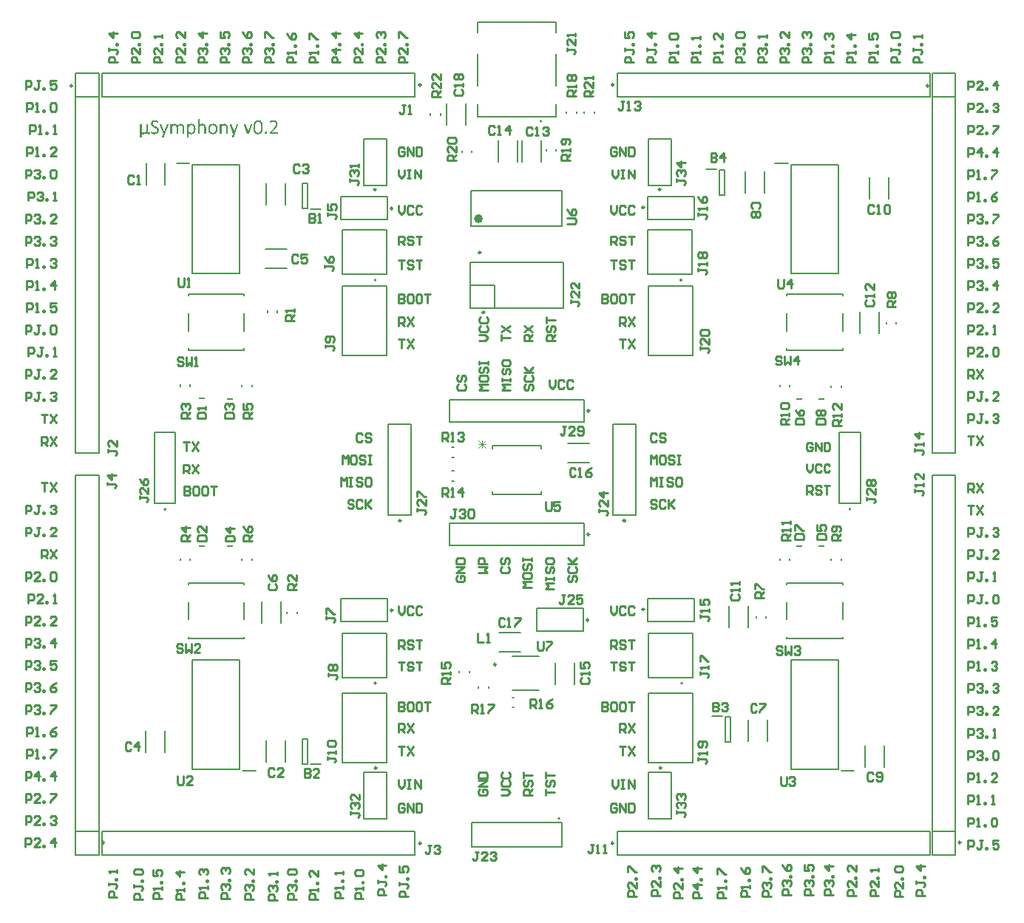
<source format=gbr>
G04*
G04 #@! TF.GenerationSoftware,Altium Limited,Altium Designer,25.8.1 (18)*
G04*
G04 Layer_Color=65535*
%FSLAX44Y44*%
%MOMM*%
G71*
G04*
G04 #@! TF.SameCoordinates,C16DD730-3532-4E92-A171-7A7C9FC4E97E*
G04*
G04*
G04 #@! TF.FilePolarity,Positive*
G04*
G01*
G75*
%ADD10C,0.2500*%
%ADD11C,0.5000*%
%ADD12C,0.2000*%
%ADD13C,0.1524*%
%ADD14C,0.1270*%
%ADD15C,0.2540*%
%ADD16C,0.0762*%
%ADD17R,0.8000X0.1500*%
%ADD18R,0.8000X0.1500*%
%ADD19R,0.8000X0.1500*%
G36*
X162141Y907182D02*
X162308D01*
X162475Y907161D01*
X162850Y907099D01*
X162870D01*
X162933Y907078D01*
X163037Y907057D01*
X163162Y907037D01*
X163308Y906995D01*
X163474Y906932D01*
X163829Y906828D01*
X163849D01*
X163912Y906807D01*
X163995Y906766D01*
X164099Y906724D01*
X164370Y906620D01*
X164662Y906495D01*
X164682D01*
X164724Y906474D01*
X164870Y906391D01*
X165037Y906266D01*
X165099Y906224D01*
X165161Y906162D01*
X165182Y906141D01*
X165245Y906099D01*
X165307Y906016D01*
X165349Y905954D01*
Y905933D01*
X165370Y905891D01*
X165411Y905766D01*
Y905745D01*
X165432Y905704D01*
X165453Y905620D01*
X165474Y905516D01*
Y905495D01*
X165495Y905433D01*
Y905350D01*
Y905245D01*
Y905225D01*
Y905141D01*
X165474Y905037D01*
X165453Y904933D01*
Y904912D01*
X165432Y904850D01*
X165411Y904745D01*
X165370Y904641D01*
Y904621D01*
X165328Y904558D01*
X165286Y904495D01*
X165224Y904412D01*
X165203Y904391D01*
X165161Y904371D01*
X165057Y904350D01*
X164953Y904329D01*
X164911D01*
X164807Y904350D01*
X164662Y904391D01*
X164453Y904495D01*
X164433D01*
X164412Y904537D01*
X164349Y904558D01*
X164266Y904621D01*
X164058Y904745D01*
X163787Y904891D01*
X163766D01*
X163724Y904933D01*
X163641Y904975D01*
X163537Y905016D01*
X163391Y905079D01*
X163245Y905141D01*
X162870Y905266D01*
X162850D01*
X162766Y905287D01*
X162662Y905329D01*
X162516Y905350D01*
X162350Y905391D01*
X162141Y905412D01*
X161683Y905433D01*
X161454D01*
X161308Y905412D01*
X161121Y905391D01*
X160933Y905350D01*
X160558Y905245D01*
X160538D01*
X160475Y905225D01*
X160392Y905183D01*
X160288Y905120D01*
X160017Y904975D01*
X159767Y904787D01*
X159746Y904766D01*
X159725Y904745D01*
X159663Y904683D01*
X159600Y904600D01*
X159455Y904371D01*
X159330Y904100D01*
Y904079D01*
X159309Y904037D01*
X159288Y903954D01*
X159267Y903850D01*
X159205Y903600D01*
X159184Y903288D01*
Y903267D01*
Y903183D01*
X159205Y903058D01*
X159226Y902913D01*
X159246Y902725D01*
X159309Y902538D01*
X159371Y902350D01*
X159455Y902163D01*
X159475Y902142D01*
X159496Y902079D01*
X159559Y901996D01*
X159642Y901892D01*
X159767Y901767D01*
X159892Y901621D01*
X160038Y901476D01*
X160204Y901330D01*
X160225Y901309D01*
X160288Y901267D01*
X160392Y901205D01*
X160538Y901121D01*
X160704Y901017D01*
X160892Y900892D01*
X161121Y900767D01*
X161371Y900642D01*
X161412Y900621D01*
X161496Y900580D01*
X161621Y900517D01*
X161787Y900434D01*
X161996Y900351D01*
X162204Y900247D01*
X162662Y900017D01*
X162683Y899997D01*
X162766Y899976D01*
X162891Y899913D01*
X163058Y899830D01*
X163245Y899726D01*
X163454Y899622D01*
X163933Y899351D01*
X163953Y899330D01*
X164037Y899288D01*
X164162Y899205D01*
X164328Y899101D01*
X164516Y898976D01*
X164724Y898830D01*
X165120Y898476D01*
X165141Y898455D01*
X165203Y898393D01*
X165307Y898289D01*
X165432Y898143D01*
X165578Y897955D01*
X165724Y897747D01*
X165870Y897518D01*
X165995Y897268D01*
X166015Y897247D01*
X166057Y897143D01*
X166099Y896997D01*
X166161Y896810D01*
X166224Y896560D01*
X166286Y896289D01*
X166307Y895977D01*
X166328Y895644D01*
Y895623D01*
Y895602D01*
Y895539D01*
Y895456D01*
X166307Y895269D01*
X166286Y894998D01*
X166224Y894706D01*
X166161Y894394D01*
X166057Y894061D01*
X165932Y893727D01*
X165911Y893686D01*
X165870Y893582D01*
X165765Y893436D01*
X165641Y893228D01*
X165495Y892999D01*
X165307Y892748D01*
X165078Y892499D01*
X164828Y892270D01*
X164807Y892249D01*
X164703Y892165D01*
X164557Y892061D01*
X164370Y891936D01*
X164120Y891790D01*
X163849Y891645D01*
X163537Y891499D01*
X163183Y891374D01*
X163141Y891353D01*
X163016Y891332D01*
X162829Y891291D01*
X162579Y891228D01*
X162266Y891166D01*
X161933Y891124D01*
X161537Y891103D01*
X161142Y891082D01*
X160871D01*
X160683Y891103D01*
X160454Y891124D01*
X160204Y891145D01*
X159705Y891228D01*
X159684D01*
X159600Y891249D01*
X159475Y891270D01*
X159309Y891311D01*
X159121Y891353D01*
X158913Y891415D01*
X158517Y891541D01*
X158497D01*
X158434Y891582D01*
X158330Y891624D01*
X158205Y891665D01*
X157913Y891811D01*
X157622Y891957D01*
X157601D01*
X157559Y891999D01*
X157497Y892040D01*
X157413Y892082D01*
X157226Y892207D01*
X157080Y892332D01*
X157059Y892353D01*
X156997Y892436D01*
X156914Y892561D01*
X156851Y892728D01*
Y892748D01*
Y892769D01*
X156830Y892874D01*
X156809Y893061D01*
X156789Y893269D01*
Y893311D01*
Y893394D01*
Y893498D01*
X156809Y893623D01*
Y893644D01*
X156830Y893727D01*
X156851Y893811D01*
X156893Y893915D01*
X156914Y893936D01*
X156955Y893998D01*
X157018Y894061D01*
X157101Y894123D01*
X157122Y894144D01*
X157184Y894165D01*
X157268Y894186D01*
X157393D01*
X157518Y894165D01*
X157684Y894081D01*
X157809Y894040D01*
X157913Y893957D01*
X157934D01*
X157976Y893915D01*
X158038Y893873D01*
X158142Y893811D01*
X158246Y893748D01*
X158392Y893665D01*
X158705Y893477D01*
X158726D01*
X158788Y893436D01*
X158892Y893394D01*
X159017Y893332D01*
X159184Y893269D01*
X159371Y893207D01*
X159579Y893123D01*
X159809Y893061D01*
X159830D01*
X159934Y893040D01*
X160059Y892999D01*
X160246Y892978D01*
X160454Y892936D01*
X160704Y892894D01*
X160975Y892874D01*
X161537D01*
X161704Y892894D01*
X161891Y892915D01*
X162100Y892936D01*
X162516Y893040D01*
X162537D01*
X162620Y893082D01*
X162725Y893123D01*
X162850Y893186D01*
X163162Y893332D01*
X163474Y893561D01*
X163495Y893582D01*
X163537Y893623D01*
X163620Y893686D01*
X163703Y893790D01*
X163808Y893915D01*
X163912Y894040D01*
X164099Y894373D01*
X164120Y894394D01*
X164141Y894456D01*
X164182Y894561D01*
X164224Y894706D01*
X164266Y894873D01*
X164287Y895060D01*
X164328Y895290D01*
Y895519D01*
Y895539D01*
Y895623D01*
X164307Y895748D01*
X164287Y895894D01*
X164266Y896060D01*
X164203Y896248D01*
X164141Y896414D01*
X164037Y896602D01*
X164016Y896622D01*
X163995Y896685D01*
X163933Y896768D01*
X163849Y896872D01*
X163745Y896997D01*
X163599Y897143D01*
X163454Y897268D01*
X163287Y897414D01*
X163266Y897435D01*
X163204Y897477D01*
X163099Y897560D01*
X162974Y897643D01*
X162808Y897747D01*
X162620Y897872D01*
X162391Y897976D01*
X162141Y898101D01*
X162121Y898122D01*
X162037Y898164D01*
X161891Y898226D01*
X161725Y898310D01*
X161537Y898393D01*
X161308Y898497D01*
X160850Y898726D01*
X160829Y898747D01*
X160746Y898789D01*
X160621Y898851D01*
X160454Y898934D01*
X160267Y899018D01*
X160059Y899143D01*
X159579Y899393D01*
X159559Y899414D01*
X159475Y899455D01*
X159350Y899538D01*
X159184Y899643D01*
X158996Y899768D01*
X158809Y899934D01*
X158392Y900288D01*
X158371Y900309D01*
X158309Y900372D01*
X158205Y900497D01*
X158101Y900642D01*
X157955Y900809D01*
X157809Y901017D01*
X157663Y901267D01*
X157538Y901517D01*
X157518Y901559D01*
X157497Y901642D01*
X157434Y901788D01*
X157393Y901996D01*
X157330Y902246D01*
X157268Y902517D01*
X157247Y902829D01*
X157226Y903183D01*
Y903204D01*
Y903225D01*
Y903350D01*
X157247Y903517D01*
X157268Y903746D01*
X157309Y903996D01*
X157372Y904287D01*
X157455Y904579D01*
X157559Y904850D01*
X157580Y904891D01*
X157622Y904975D01*
X157705Y905120D01*
X157809Y905287D01*
X157934Y905495D01*
X158101Y905704D01*
X158288Y905912D01*
X158497Y906120D01*
X158517Y906141D01*
X158601Y906203D01*
X158746Y906308D01*
X158913Y906412D01*
X159142Y906537D01*
X159392Y906683D01*
X159663Y906807D01*
X159975Y906912D01*
X160017Y906932D01*
X160121Y906953D01*
X160308Y906995D01*
X160538Y907057D01*
X160808Y907120D01*
X161121Y907161D01*
X161454Y907182D01*
X161829Y907203D01*
X162016D01*
X162141Y907182D01*
D02*
G37*
G36*
X241684Y903058D02*
X241933Y903038D01*
X242225Y902975D01*
X242537Y902913D01*
X242871Y902809D01*
X243162Y902683D01*
X243204Y902663D01*
X243287Y902621D01*
X243433Y902538D01*
X243600Y902413D01*
X243808Y902267D01*
X244016Y902100D01*
X244224Y901892D01*
X244412Y901663D01*
X244433Y901642D01*
X244495Y901559D01*
X244579Y901413D01*
X244683Y901246D01*
X244787Y901017D01*
X244912Y900767D01*
X245016Y900497D01*
X245099Y900184D01*
Y900143D01*
X245141Y900038D01*
X245162Y899851D01*
X245203Y899622D01*
X245245Y899330D01*
X245266Y898997D01*
X245308Y898622D01*
Y898205D01*
Y891770D01*
Y891749D01*
Y891686D01*
X245266Y891603D01*
X245224Y891520D01*
X245203Y891499D01*
X245162Y891457D01*
X245099Y891395D01*
X245016Y891332D01*
X244995D01*
X244933Y891311D01*
X244849Y891291D01*
X244745Y891270D01*
X244724D01*
X244641Y891249D01*
X244516Y891228D01*
X244204D01*
X244079Y891249D01*
X243954Y891270D01*
X243933D01*
X243871Y891291D01*
X243787Y891311D01*
X243683Y891332D01*
X243662Y891353D01*
X243620Y891374D01*
X243475Y891499D01*
Y891520D01*
X243454Y891582D01*
X243433Y891665D01*
X243412Y891770D01*
Y898081D01*
Y898101D01*
Y898122D01*
Y898247D01*
Y898414D01*
X243391Y898622D01*
X243371Y898872D01*
X243350Y899122D01*
X243308Y899372D01*
X243246Y899601D01*
Y899622D01*
X243225Y899705D01*
X243183Y899809D01*
X243141Y899955D01*
X243016Y900288D01*
X242829Y900601D01*
X242808Y900621D01*
X242787Y900663D01*
X242725Y900747D01*
X242642Y900830D01*
X242412Y901017D01*
X242121Y901205D01*
X242100Y901226D01*
X242038Y901246D01*
X241954Y901288D01*
X241850Y901330D01*
X241704Y901371D01*
X241538Y901392D01*
X241350Y901434D01*
X241017D01*
X240871Y901413D01*
X240684Y901371D01*
X240455Y901288D01*
X240205Y901205D01*
X239934Y901059D01*
X239642Y900872D01*
X239601Y900851D01*
X239517Y900767D01*
X239351Y900642D01*
X239163Y900476D01*
X238913Y900247D01*
X238643Y899976D01*
X238351Y899663D01*
X238059Y899309D01*
Y891770D01*
Y891749D01*
Y891686D01*
X238018Y891603D01*
X237976Y891520D01*
X237955Y891499D01*
X237914Y891457D01*
X237851Y891395D01*
X237768Y891332D01*
X237747D01*
X237684Y891311D01*
X237601Y891291D01*
X237497Y891270D01*
X237476D01*
X237393Y891249D01*
X237268Y891228D01*
X236956D01*
X236831Y891249D01*
X236706Y891270D01*
X236685D01*
X236622Y891291D01*
X236518Y891311D01*
X236414Y891332D01*
X236393Y891353D01*
X236331Y891374D01*
X236268Y891436D01*
X236206Y891520D01*
Y891541D01*
X236185Y891603D01*
X236164Y891686D01*
Y891770D01*
Y902413D01*
Y902434D01*
Y902496D01*
X236206Y902642D01*
X236227Y902663D01*
X236247Y902704D01*
X236310Y902767D01*
X236393Y902829D01*
X236414Y902850D01*
X236476Y902871D01*
X236581Y902892D01*
X236685Y902913D01*
X236706D01*
X236789Y902933D01*
X236914Y902954D01*
X237206D01*
X237310Y902933D01*
X237435Y902913D01*
X237476D01*
X237539Y902892D01*
X237643Y902871D01*
X237747Y902809D01*
X237768Y902788D01*
X237810Y902767D01*
X237872Y902704D01*
X237914Y902621D01*
X237934Y902600D01*
X237955Y902559D01*
X237976Y902496D01*
Y902413D01*
Y901184D01*
X237997Y901205D01*
X238059Y901309D01*
X238184Y901476D01*
X238351Y901684D01*
X238538Y901913D01*
X238788Y902163D01*
X239080Y902392D01*
X239413Y902579D01*
X239434D01*
X239455Y902600D01*
X239580Y902663D01*
X239767Y902746D01*
X239996Y902829D01*
X240288Y902913D01*
X240600Y902996D01*
X240934Y903058D01*
X241288Y903079D01*
X241475D01*
X241684Y903058D01*
D02*
G37*
G36*
X204214D02*
X204485Y903017D01*
X204818Y902954D01*
X205172Y902871D01*
X205526Y902767D01*
X205859Y902600D01*
X205901Y902579D01*
X206005Y902517D01*
X206172Y902413D01*
X206359Y902267D01*
X206588Y902079D01*
X206817Y901850D01*
X207067Y901600D01*
X207276Y901309D01*
X207297Y901267D01*
X207359Y901163D01*
X207463Y900996D01*
X207567Y900788D01*
X207692Y900517D01*
X207838Y900184D01*
X207942Y899830D01*
X208046Y899455D01*
Y899434D01*
X208067Y899414D01*
Y899351D01*
X208088Y899268D01*
X208130Y899059D01*
X208171Y898789D01*
X208213Y898455D01*
X208255Y898081D01*
X208296Y897685D01*
Y897247D01*
Y897227D01*
Y897185D01*
Y897102D01*
Y897018D01*
Y896893D01*
X208275Y896748D01*
X208255Y896414D01*
X208213Y896019D01*
X208171Y895581D01*
X208088Y895144D01*
X207984Y894706D01*
Y894686D01*
X207963Y894665D01*
X207942Y894602D01*
X207921Y894519D01*
X207859Y894311D01*
X207755Y894040D01*
X207609Y893748D01*
X207463Y893415D01*
X207276Y893082D01*
X207047Y892769D01*
X207026Y892728D01*
X206942Y892644D01*
X206797Y892499D01*
X206630Y892311D01*
X206401Y892103D01*
X206130Y891895D01*
X205839Y891707D01*
X205505Y891520D01*
X205464Y891499D01*
X205339Y891457D01*
X205151Y891374D01*
X204922Y891311D01*
X204610Y891228D01*
X204256Y891145D01*
X203860Y891103D01*
X203443Y891082D01*
X203256D01*
X203131Y891103D01*
X202819Y891124D01*
X202485Y891186D01*
X202464D01*
X202423Y891207D01*
X202339Y891228D01*
X202235Y891270D01*
X201964Y891353D01*
X201652Y891499D01*
X201631Y891520D01*
X201590Y891541D01*
X201506Y891582D01*
X201402Y891665D01*
X201131Y891832D01*
X200819Y892061D01*
X200798Y892082D01*
X200756Y892124D01*
X200694Y892186D01*
X200611Y892270D01*
X200486Y892499D01*
X200423Y892624D01*
X200402Y892769D01*
Y887562D01*
Y887542D01*
Y887479D01*
X200361Y887396D01*
X200319Y887312D01*
X200298Y887292D01*
X200257Y887250D01*
X200194Y887188D01*
X200111Y887125D01*
X200090Y887104D01*
X200048Y887083D01*
X199944Y887042D01*
X199840Y887021D01*
X199736D01*
X199611Y887000D01*
X199174D01*
X199049Y887021D01*
X199028D01*
X198965Y887042D01*
X198861Y887083D01*
X198757Y887125D01*
X198736Y887146D01*
X198674Y887167D01*
X198611Y887229D01*
X198549Y887312D01*
Y887333D01*
X198528Y887396D01*
X198507Y887479D01*
Y887562D01*
Y902413D01*
Y902434D01*
Y902496D01*
X198549Y902642D01*
X198570Y902663D01*
X198590Y902704D01*
X198653Y902767D01*
X198736Y902829D01*
X198757Y902850D01*
X198820Y902871D01*
X198924Y902892D01*
X199028Y902913D01*
X199049D01*
X199132Y902933D01*
X199257Y902954D01*
X199486D01*
X199611Y902933D01*
X199715Y902913D01*
X199736D01*
X199798Y902892D01*
X199882Y902871D01*
X199986Y902829D01*
X200007D01*
X200069Y902788D01*
X200132Y902746D01*
X200194Y902663D01*
X200215Y902642D01*
X200236Y902579D01*
X200257Y902496D01*
X200278Y902413D01*
Y901142D01*
X200298Y901184D01*
X200319Y901267D01*
X200361Y901371D01*
X200423Y901496D01*
X200527Y901642D01*
X200652Y901767D01*
X200798Y901913D01*
X200819Y901934D01*
X200882Y901975D01*
X200965Y902038D01*
X201090Y902142D01*
X201236Y902225D01*
X201381Y902329D01*
X201735Y902538D01*
X201756Y902559D01*
X201819Y902579D01*
X201923Y902621D01*
X202048Y902683D01*
X202194Y902746D01*
X202360Y902829D01*
X202714Y902933D01*
X202735D01*
X202798Y902954D01*
X202902Y902975D01*
X203027Y903017D01*
X203193Y903038D01*
X203381Y903058D01*
X203777Y903079D01*
X203985D01*
X204214Y903058D01*
D02*
G37*
G36*
X191655D02*
X191905Y903038D01*
X192175Y902975D01*
X192488Y902913D01*
X192779Y902809D01*
X193071Y902683D01*
X193113Y902663D01*
X193196Y902621D01*
X193342Y902538D01*
X193508Y902413D01*
X193696Y902267D01*
X193883Y902100D01*
X194091Y901892D01*
X194258Y901663D01*
X194279Y901642D01*
X194342Y901559D01*
X194404Y901413D01*
X194508Y901246D01*
X194612Y901017D01*
X194716Y900767D01*
X194820Y900497D01*
X194904Y900184D01*
Y900143D01*
X194946Y900038D01*
X194966Y899872D01*
X195008Y899663D01*
X195050Y899393D01*
X195070Y899101D01*
X195112Y898789D01*
Y898455D01*
Y891770D01*
Y891749D01*
Y891686D01*
X195070Y891603D01*
X195029Y891520D01*
X195008Y891499D01*
X194966Y891457D01*
X194904Y891395D01*
X194820Y891332D01*
X194800D01*
X194737Y891311D01*
X194654Y891291D01*
X194550Y891270D01*
X194529D01*
X194446Y891249D01*
X194321Y891228D01*
X194008D01*
X193883Y891249D01*
X193758Y891270D01*
X193738D01*
X193675Y891291D01*
X193571Y891311D01*
X193467Y891332D01*
X193446Y891353D01*
X193383Y891374D01*
X193321Y891436D01*
X193258Y891520D01*
Y891541D01*
X193238Y891603D01*
X193217Y891686D01*
Y891770D01*
Y898330D01*
Y898372D01*
Y898455D01*
Y898580D01*
X193196Y898768D01*
X193175Y898955D01*
X193154Y899184D01*
X193071Y899622D01*
Y899643D01*
X193050Y899726D01*
X193008Y899830D01*
X192967Y899955D01*
X192842Y900288D01*
X192675Y900601D01*
X192654Y900621D01*
X192634Y900663D01*
X192571Y900747D01*
X192509Y900830D01*
X192300Y901017D01*
X192030Y901205D01*
X192009Y901226D01*
X191967Y901246D01*
X191884Y901288D01*
X191780Y901330D01*
X191655Y901371D01*
X191488Y901392D01*
X191321Y901434D01*
X191030D01*
X190884Y901413D01*
X190717Y901371D01*
X190509Y901309D01*
X190280Y901205D01*
X190030Y901080D01*
X189759Y900892D01*
X189718Y900872D01*
X189634Y900788D01*
X189489Y900663D01*
X189301Y900497D01*
X189072Y900267D01*
X188801Y899997D01*
X188531Y899684D01*
X188218Y899309D01*
Y891770D01*
Y891749D01*
Y891686D01*
X188176Y891603D01*
X188135Y891520D01*
X188114Y891499D01*
X188072Y891457D01*
X188010Y891395D01*
X187926Y891332D01*
X187906D01*
X187843Y891311D01*
X187760Y891291D01*
X187656Y891270D01*
X187635D01*
X187551Y891249D01*
X187427Y891228D01*
X187114D01*
X186989Y891249D01*
X186864Y891270D01*
X186843D01*
X186781Y891291D01*
X186677Y891311D01*
X186573Y891332D01*
X186552Y891353D01*
X186489Y891374D01*
X186427Y891436D01*
X186364Y891520D01*
Y891541D01*
X186343Y891603D01*
X186323Y891686D01*
Y891770D01*
Y898330D01*
Y898372D01*
Y898455D01*
Y898580D01*
X186302Y898768D01*
X186281Y898955D01*
X186260Y899184D01*
X186177Y899622D01*
Y899643D01*
X186156Y899726D01*
X186114Y899830D01*
X186073Y899955D01*
X185948Y900288D01*
X185781Y900601D01*
X185760Y900621D01*
X185739Y900663D01*
X185677Y900747D01*
X185614Y900830D01*
X185406Y901017D01*
X185135Y901205D01*
X185115Y901226D01*
X185073Y901246D01*
X184990Y901288D01*
X184865Y901330D01*
X184740Y901371D01*
X184573Y901392D01*
X184407Y901434D01*
X184115D01*
X183969Y901413D01*
X183803Y901371D01*
X183594Y901309D01*
X183365Y901205D01*
X183115Y901080D01*
X182844Y900892D01*
X182803Y900872D01*
X182719Y900788D01*
X182574Y900663D01*
X182386Y900497D01*
X182157Y900267D01*
X181907Y899997D01*
X181616Y899684D01*
X181324Y899309D01*
Y891770D01*
Y891749D01*
Y891686D01*
X181282Y891603D01*
X181241Y891520D01*
X181220Y891499D01*
X181178Y891457D01*
X181116Y891395D01*
X181032Y891332D01*
X181012D01*
X180949Y891311D01*
X180866Y891291D01*
X180762Y891270D01*
X180741D01*
X180658Y891249D01*
X180532Y891228D01*
X180220D01*
X180095Y891249D01*
X179970Y891270D01*
X179949D01*
X179887Y891291D01*
X179783Y891311D01*
X179679Y891332D01*
X179658Y891353D01*
X179595Y891374D01*
X179533Y891436D01*
X179470Y891520D01*
Y891541D01*
X179450Y891603D01*
X179429Y891686D01*
Y891770D01*
Y902413D01*
Y902434D01*
Y902496D01*
X179470Y902642D01*
X179491Y902663D01*
X179512Y902704D01*
X179574Y902767D01*
X179658Y902829D01*
X179679Y902850D01*
X179741Y902871D01*
X179845Y902892D01*
X179949Y902913D01*
X179970D01*
X180054Y902933D01*
X180178Y902954D01*
X180470D01*
X180574Y902933D01*
X180699Y902913D01*
X180741D01*
X180803Y902892D01*
X180907Y902871D01*
X181012Y902809D01*
X181032Y902788D01*
X181074Y902767D01*
X181136Y902704D01*
X181178Y902621D01*
X181199Y902600D01*
X181220Y902559D01*
X181241Y902496D01*
Y902413D01*
Y901184D01*
X181262Y901205D01*
X181324Y901309D01*
X181449Y901476D01*
X181595Y901684D01*
X181803Y901913D01*
X182032Y902163D01*
X182303Y902392D01*
X182615Y902579D01*
X182657Y902600D01*
X182761Y902663D01*
X182949Y902746D01*
X183157Y902829D01*
X183428Y902913D01*
X183719Y902996D01*
X184032Y903058D01*
X184365Y903079D01*
X184615D01*
X184781Y903058D01*
X184990Y903038D01*
X185198Y902996D01*
X185635Y902892D01*
X185656D01*
X185739Y902871D01*
X185844Y902829D01*
X185989Y902767D01*
X186302Y902621D01*
X186635Y902413D01*
X186656Y902392D01*
X186718Y902350D01*
X186781Y902288D01*
X186885Y902204D01*
X187135Y901975D01*
X187385Y901663D01*
X187406Y901642D01*
X187427Y901600D01*
X187489Y901517D01*
X187551Y901413D01*
X187677Y901163D01*
X187718Y901038D01*
X187739Y900913D01*
X187760Y900934D01*
X187781Y900996D01*
X187843Y901101D01*
X187947Y901226D01*
X188051Y901371D01*
X188176Y901538D01*
X188343Y901684D01*
X188510Y901850D01*
X188531Y901871D01*
X188593Y901934D01*
X188697Y901996D01*
X188822Y902100D01*
X188968Y902225D01*
X189135Y902329D01*
X189468Y902559D01*
X189489Y902579D01*
X189551Y902600D01*
X189634Y902642D01*
X189759Y902704D01*
X190051Y902850D01*
X190384Y902954D01*
X190405D01*
X190467Y902975D01*
X190551Y902996D01*
X190676Y903017D01*
X190947Y903058D01*
X191280Y903079D01*
X191467D01*
X191655Y903058D01*
D02*
G37*
G36*
X272925Y902933D02*
X272946D01*
X273030Y902913D01*
X273113Y902892D01*
X273217Y902850D01*
X273238Y902829D01*
X273280Y902809D01*
X273342Y902746D01*
X273405Y902663D01*
X273425Y902642D01*
X273446Y902600D01*
X273467Y902517D01*
Y902434D01*
Y902413D01*
X273446Y902329D01*
Y902288D01*
Y902225D01*
Y902204D01*
X273425Y902142D01*
Y902121D01*
X273405Y902100D01*
Y902079D01*
X269531Y891686D01*
X269510Y891665D01*
X269489Y891582D01*
X269426Y891499D01*
X269343Y891415D01*
X269322Y891395D01*
X269281Y891374D01*
X269197Y891332D01*
X269093Y891291D01*
X269072D01*
X269010Y891270D01*
X268927D01*
X268802Y891249D01*
X268697D01*
X268573Y891228D01*
X268156D01*
X268031Y891249D01*
X268010D01*
X267927Y891270D01*
X267823Y891291D01*
X267719Y891311D01*
X267698D01*
X267635Y891353D01*
X267469Y891436D01*
X267448Y891457D01*
X267406Y891499D01*
X267364Y891582D01*
X267302Y891665D01*
X263449Y902038D01*
Y902059D01*
X263407Y902100D01*
X263386Y902163D01*
X263365Y902225D01*
Y902246D01*
Y902267D01*
X263345Y902329D01*
Y902350D01*
Y902371D01*
Y902434D01*
Y902454D01*
Y902517D01*
X263365Y902600D01*
X263407Y902683D01*
X263428Y902704D01*
X263470Y902746D01*
X263532Y902809D01*
X263615Y902850D01*
X263636Y902871D01*
X263699Y902892D01*
X263782Y902913D01*
X263907Y902933D01*
X263949D01*
X264032Y902954D01*
X264407D01*
X264553Y902933D01*
X264699Y902913D01*
X264740D01*
X264803Y902892D01*
X264907Y902871D01*
X265011Y902829D01*
X265032D01*
X265094Y902788D01*
X265157Y902746D01*
X265219Y902683D01*
X265240Y902663D01*
X265261Y902621D01*
X265323Y902559D01*
X265365Y902454D01*
X268460Y893810D01*
X271530Y902475D01*
Y902496D01*
X271551Y902538D01*
X271593Y902600D01*
X271634Y902683D01*
X271655Y902704D01*
X271697Y902746D01*
X271759Y902788D01*
X271842Y902829D01*
X271863Y902850D01*
X271947Y902871D01*
X272030Y902892D01*
X272155Y902913D01*
X272197D01*
X272280Y902933D01*
X272426Y902954D01*
X272801D01*
X272925Y902933D01*
D02*
G37*
G36*
X256742D02*
X256888Y902913D01*
X256930D01*
X256992Y902892D01*
X257117Y902850D01*
X257221Y902767D01*
X257242Y902746D01*
X257304Y902683D01*
X257346Y902600D01*
X257367Y902475D01*
Y902454D01*
Y902371D01*
X257325Y902246D01*
X257284Y902100D01*
X253305Y891436D01*
X251806Y887437D01*
X251785Y887417D01*
X251723Y887333D01*
X251618Y887229D01*
X251452Y887125D01*
X251431D01*
X251410Y887104D01*
X251348Y887083D01*
X251264Y887063D01*
X251160Y887042D01*
X251056Y887021D01*
X250744Y887000D01*
X250598D01*
X250452Y887021D01*
X250306Y887042D01*
X250285D01*
X250202Y887063D01*
X250098Y887104D01*
X249994Y887188D01*
X249973Y887208D01*
X249911Y887271D01*
X249869Y887375D01*
X249827Y887500D01*
Y887542D01*
X249848Y887625D01*
X249869Y887771D01*
X249931Y887958D01*
X251410Y891374D01*
X251389D01*
X251369Y891415D01*
X251285Y891478D01*
X251264Y891499D01*
X251223Y891561D01*
X251181Y891645D01*
X251139Y891749D01*
X247286Y902100D01*
X247265Y902142D01*
X247245Y902225D01*
X247224Y902350D01*
X247203Y902475D01*
Y902517D01*
X247224Y902579D01*
X247265Y902683D01*
X247328Y902767D01*
X247349Y902788D01*
X247432Y902829D01*
X247536Y902892D01*
X247682Y902913D01*
X247724D01*
X247828Y902933D01*
X247974Y902954D01*
X248286D01*
X248432Y902933D01*
X248578Y902913D01*
X248619D01*
X248682Y902892D01*
X248786Y902871D01*
X248890Y902829D01*
X248911D01*
X248973Y902788D01*
X249036Y902746D01*
X249098Y902683D01*
X249119Y902663D01*
X249140Y902621D01*
X249202Y902559D01*
X249244Y902454D01*
X252336Y893792D01*
X255409Y902475D01*
Y902496D01*
X255430Y902517D01*
X255472Y902621D01*
X255534Y902725D01*
X255638Y902809D01*
X255659Y902829D01*
X255742Y902850D01*
X255867Y902892D01*
X256013Y902913D01*
X256055D01*
X256138Y902933D01*
X256284Y902954D01*
X256596D01*
X256742Y902933D01*
D02*
G37*
G36*
X176825D02*
X176971Y902913D01*
X177013D01*
X177075Y902892D01*
X177200Y902850D01*
X177304Y902767D01*
X177325Y902746D01*
X177388Y902683D01*
X177429Y902600D01*
X177450Y902475D01*
Y902454D01*
Y902371D01*
X177408Y902246D01*
X177367Y902100D01*
X173389Y891436D01*
X171889Y887437D01*
X171868Y887417D01*
X171806Y887333D01*
X171701Y887229D01*
X171535Y887125D01*
X171514D01*
X171493Y887104D01*
X171431Y887083D01*
X171347Y887063D01*
X171243Y887042D01*
X171139Y887021D01*
X170827Y887000D01*
X170681D01*
X170535Y887021D01*
X170389Y887042D01*
X170368D01*
X170285Y887063D01*
X170181Y887104D01*
X170077Y887188D01*
X170056Y887208D01*
X169993Y887271D01*
X169952Y887375D01*
X169910Y887500D01*
Y887542D01*
X169931Y887625D01*
X169952Y887771D01*
X170014Y887958D01*
X171493Y891374D01*
X171472D01*
X171451Y891415D01*
X171368Y891478D01*
X171347Y891499D01*
X171306Y891561D01*
X171264Y891645D01*
X171222Y891749D01*
X167369Y902100D01*
X167348Y902142D01*
X167328Y902225D01*
X167307Y902350D01*
X167286Y902475D01*
Y902517D01*
X167307Y902579D01*
X167348Y902683D01*
X167411Y902767D01*
X167432Y902788D01*
X167515Y902829D01*
X167619Y902892D01*
X167765Y902913D01*
X167807D01*
X167911Y902933D01*
X168057Y902954D01*
X168369D01*
X168515Y902933D01*
X168661Y902913D01*
X168702D01*
X168765Y902892D01*
X168869Y902871D01*
X168973Y902829D01*
X168994D01*
X169056Y902788D01*
X169119Y902746D01*
X169181Y902683D01*
X169202Y902663D01*
X169223Y902621D01*
X169285Y902559D01*
X169327Y902454D01*
X172419Y893792D01*
X175492Y902475D01*
Y902496D01*
X175513Y902517D01*
X175555Y902621D01*
X175617Y902725D01*
X175721Y902809D01*
X175742Y902829D01*
X175825Y902850D01*
X175950Y902892D01*
X176096Y902913D01*
X176138D01*
X176221Y902933D01*
X176367Y902954D01*
X176679D01*
X176825Y902933D01*
D02*
G37*
G36*
X153185D02*
X153310Y902913D01*
X153352D01*
X153414Y902892D01*
X153519Y902871D01*
X153623Y902829D01*
X153644Y902809D01*
X153685Y902788D01*
X153748Y902725D01*
X153810Y902642D01*
X153831Y902621D01*
X153852Y902579D01*
X153873Y902496D01*
X153893Y902413D01*
Y894477D01*
Y894456D01*
Y894394D01*
Y894290D01*
Y894165D01*
X153914Y893873D01*
X153935Y893603D01*
Y893582D01*
Y893540D01*
X153977Y893415D01*
X153998Y893248D01*
X154060Y893103D01*
X154081Y893082D01*
X154123Y893019D01*
X154185Y892936D01*
X154268Y892874D01*
X154289D01*
X154373Y892853D01*
X154477Y892832D01*
X154643Y892811D01*
X154852D01*
X154956Y892832D01*
X154977D01*
X155039Y892853D01*
X155206Y892874D01*
X155226D01*
X155268Y892894D01*
X155393Y892915D01*
X155414D01*
X155456Y892936D01*
X155539Y892957D01*
X155685D01*
X155747Y892936D01*
X155830Y892894D01*
X155851D01*
X155893Y892853D01*
X155935Y892811D01*
X155976Y892748D01*
Y892728D01*
X155997Y892686D01*
X156018Y892603D01*
X156039Y892519D01*
Y892499D01*
X156060Y892436D01*
Y892353D01*
Y892249D01*
Y892228D01*
Y892207D01*
Y892061D01*
X156039Y891895D01*
X155997Y891728D01*
Y891707D01*
X155955Y891624D01*
X155914Y891520D01*
X155830Y891436D01*
X155810Y891415D01*
X155768Y891374D01*
X155685Y891332D01*
X155581Y891291D01*
X155560D01*
X155497Y891270D01*
X155393Y891249D01*
X155268Y891207D01*
X155247D01*
X155164Y891186D01*
X155039Y891166D01*
X154914Y891145D01*
X154810D01*
X154664Y891124D01*
X154331D01*
X154123Y891145D01*
X153893Y891186D01*
X153623Y891249D01*
X153352Y891332D01*
X153081Y891457D01*
X152831Y891624D01*
X152810Y891645D01*
X152727Y891707D01*
X152644Y891832D01*
X152519Y891999D01*
X152394Y892186D01*
X152290Y892436D01*
X152206Y892728D01*
X152144Y893061D01*
Y893040D01*
X152123Y893019D01*
X152040Y892894D01*
X151915Y892728D01*
X151727Y892519D01*
X151519Y892270D01*
X151248Y892040D01*
X150957Y891811D01*
X150624Y891603D01*
X150582Y891582D01*
X150457Y891520D01*
X150269Y891457D01*
X150040Y891374D01*
X149749Y891270D01*
X149436Y891207D01*
X149103Y891145D01*
X148749Y891124D01*
X148603D01*
X148457Y891145D01*
X148249D01*
X148020Y891186D01*
X147770Y891228D01*
X147499Y891270D01*
X147249Y891353D01*
X147228Y891374D01*
X147145Y891395D01*
X147041Y891457D01*
X146916Y891541D01*
X146791Y891624D01*
X146687Y891749D01*
X146604Y891915D01*
X146562Y892082D01*
Y892061D01*
Y892020D01*
X146583Y891957D01*
Y891853D01*
Y891832D01*
Y891811D01*
X146604Y891665D01*
Y891499D01*
Y891291D01*
Y891270D01*
Y891249D01*
X146624Y891103D01*
Y890916D01*
Y890707D01*
Y890687D01*
Y890666D01*
Y890541D01*
Y890374D01*
X146645Y890187D01*
Y887562D01*
Y887542D01*
Y887479D01*
X146604Y887396D01*
X146562Y887312D01*
X146541Y887292D01*
X146500Y887250D01*
X146437Y887188D01*
X146354Y887125D01*
X146333Y887104D01*
X146291Y887083D01*
X146187Y887042D01*
X146083Y887021D01*
X145979D01*
X145854Y887000D01*
X145416D01*
X145292Y887021D01*
X145271D01*
X145208Y887042D01*
X145104Y887083D01*
X145000Y887125D01*
X144979Y887146D01*
X144917Y887167D01*
X144854Y887229D01*
X144792Y887312D01*
Y887333D01*
X144771Y887396D01*
X144750Y887479D01*
Y887562D01*
Y902413D01*
Y902434D01*
Y902496D01*
X144792Y902642D01*
X144812Y902663D01*
X144833Y902704D01*
X144896Y902767D01*
X144979Y902829D01*
X145000Y902850D01*
X145083Y902871D01*
X145167Y902892D01*
X145292Y902913D01*
X145333D01*
X145416Y902933D01*
X145541Y902954D01*
X145812D01*
X145937Y902933D01*
X146062Y902913D01*
X146104D01*
X146166Y902892D01*
X146270Y902871D01*
X146375Y902829D01*
X146395Y902809D01*
X146437Y902788D01*
X146500Y902725D01*
X146562Y902642D01*
X146583Y902621D01*
X146604Y902579D01*
X146624Y902496D01*
X146645Y902413D01*
Y895581D01*
Y895560D01*
Y895519D01*
Y895456D01*
Y895352D01*
X146687Y895102D01*
X146729Y894810D01*
X146791Y894456D01*
X146895Y894123D01*
X147041Y893769D01*
X147228Y893477D01*
X147249Y893457D01*
X147333Y893373D01*
X147479Y893248D01*
X147666Y893123D01*
X147895Y892999D01*
X148187Y892874D01*
X148520Y892790D01*
X148895Y892769D01*
X149020D01*
X149165Y892790D01*
X149353Y892832D01*
X149582Y892894D01*
X149832Y892999D01*
X150103Y893123D01*
X150374Y893290D01*
X150415Y893311D01*
X150499Y893394D01*
X150665Y893519D01*
X150873Y893686D01*
X151103Y893915D01*
X151394Y894186D01*
X151686Y894498D01*
X151998Y894852D01*
Y902413D01*
Y902434D01*
Y902496D01*
X152019Y902559D01*
X152061Y902642D01*
X152081Y902663D01*
X152102Y902704D01*
X152165Y902767D01*
X152248Y902829D01*
X152269Y902850D01*
X152331Y902871D01*
X152415Y902892D01*
X152540Y902913D01*
X152581D01*
X152665Y902933D01*
X152790Y902954D01*
X153060D01*
X153185Y902933D01*
D02*
G37*
G36*
X297961Y907182D02*
X298232Y907161D01*
X298523Y907120D01*
X298856Y907057D01*
X299190Y906974D01*
X299502Y906849D01*
X299544Y906828D01*
X299648Y906787D01*
X299794Y906703D01*
X300002Y906620D01*
X300231Y906474D01*
X300460Y906328D01*
X300689Y906141D01*
X300918Y905933D01*
X300939Y905912D01*
X301002Y905828D01*
X301106Y905704D01*
X301231Y905558D01*
X301377Y905350D01*
X301502Y905120D01*
X301647Y904870D01*
X301751Y904600D01*
X301772Y904558D01*
X301793Y904475D01*
X301835Y904329D01*
X301897Y904121D01*
X301960Y903892D01*
X302001Y903621D01*
X302022Y903329D01*
X302043Y903038D01*
Y902996D01*
Y902913D01*
Y902767D01*
X302022Y902579D01*
X302001Y902350D01*
X301981Y902079D01*
X301897Y901538D01*
Y901496D01*
X301876Y901413D01*
X301835Y901246D01*
X301793Y901059D01*
X301710Y900809D01*
X301626Y900538D01*
X301502Y900226D01*
X301356Y899893D01*
X301335Y899851D01*
X301272Y899747D01*
X301189Y899559D01*
X301043Y899330D01*
X300877Y899039D01*
X300689Y898726D01*
X300439Y898351D01*
X300168Y897976D01*
Y897955D01*
X300127Y897935D01*
X300085Y897872D01*
X300023Y897789D01*
X299835Y897581D01*
X299564Y897268D01*
X299210Y896914D01*
X299023Y896706D01*
X298794Y896477D01*
X298544Y896248D01*
X298273Y895998D01*
X297982Y895748D01*
X297669Y895477D01*
X295399Y893061D01*
X302189D01*
X302272Y893019D01*
X302376Y892978D01*
X302397Y892957D01*
X302460Y892936D01*
X302543Y892874D01*
X302605Y892790D01*
X302626Y892769D01*
X302668Y892707D01*
X302710Y892624D01*
X302751Y892499D01*
Y892478D01*
X302772Y892415D01*
X302793Y892311D01*
Y892186D01*
Y892165D01*
Y892082D01*
X302772Y891978D01*
X302751Y891853D01*
Y891832D01*
X302730Y891770D01*
X302689Y891665D01*
X302626Y891561D01*
X302605Y891541D01*
X302564Y891499D01*
X302501Y891415D01*
X302397Y891353D01*
X302376D01*
X302314Y891332D01*
X302230Y891311D01*
X302106Y891291D01*
X293774D01*
X293670Y891311D01*
X293566Y891332D01*
X293545Y891353D01*
X293483Y891374D01*
X293316Y891499D01*
X293295Y891520D01*
X293254Y891582D01*
X293212Y891665D01*
X293170Y891790D01*
Y891832D01*
X293150Y891915D01*
X293129Y892040D01*
Y892186D01*
Y892228D01*
Y892290D01*
Y892394D01*
Y892499D01*
Y892519D01*
X293150Y892582D01*
X293170Y892665D01*
X293191Y892748D01*
Y892769D01*
X293212Y892832D01*
X293295Y892978D01*
X293316Y892999D01*
X293337Y893040D01*
X293399Y893123D01*
X293483Y893207D01*
X297044Y896602D01*
Y896622D01*
X297086Y896643D01*
X297107Y896706D01*
X297169Y896789D01*
X297294Y897018D01*
X297482Y897289D01*
X297690Y897601D01*
X297919Y897955D01*
X298419Y898684D01*
Y898705D01*
X298440Y898726D01*
X298523Y898851D01*
X298648Y899018D01*
X298815Y899247D01*
X298981Y899518D01*
X299148Y899809D01*
X299315Y900101D01*
X299460Y900372D01*
X299481Y900413D01*
X299523Y900497D01*
X299585Y900642D01*
X299648Y900830D01*
X299731Y901038D01*
X299794Y901267D01*
X299877Y901517D01*
X299919Y901746D01*
Y901767D01*
X299939Y901850D01*
X299960Y901975D01*
X299981Y902121D01*
X300002Y902309D01*
X300023Y902496D01*
X300044Y902913D01*
Y902933D01*
Y902996D01*
Y903100D01*
X300023Y903225D01*
X300002Y903371D01*
X299960Y903537D01*
X299856Y903871D01*
Y903892D01*
X299835Y903954D01*
X299794Y904037D01*
X299731Y904162D01*
X299585Y904433D01*
X299377Y904704D01*
X299356Y904725D01*
X299315Y904766D01*
X299252Y904829D01*
X299169Y904912D01*
X299044Y904995D01*
X298919Y905099D01*
X298586Y905266D01*
X298565D01*
X298502Y905308D01*
X298398Y905329D01*
X298273Y905370D01*
X298107Y905412D01*
X297919Y905433D01*
X297711Y905474D01*
X297232D01*
X297065Y905454D01*
X296878Y905433D01*
X296669Y905391D01*
X296232Y905266D01*
X296211D01*
X296149Y905225D01*
X296024Y905183D01*
X295899Y905141D01*
X295586Y904995D01*
X295253Y904808D01*
X295232D01*
X295191Y904766D01*
X295107Y904725D01*
X295003Y904662D01*
X294753Y904516D01*
X294503Y904350D01*
X294482D01*
X294462Y904308D01*
X294316Y904246D01*
X294149Y904183D01*
X293962Y904141D01*
X293878D01*
X293795Y904162D01*
X293691Y904204D01*
X293670Y904225D01*
X293629Y904246D01*
X293587Y904308D01*
X293524Y904391D01*
Y904412D01*
X293483Y904475D01*
X293462Y904558D01*
X293441Y904662D01*
Y904683D01*
Y904766D01*
X293420Y904870D01*
Y904995D01*
Y905016D01*
Y905099D01*
Y905183D01*
Y905266D01*
Y905287D01*
X293441Y905329D01*
X293462Y905454D01*
Y905474D01*
X293483Y905516D01*
X293545Y905662D01*
X293566Y905683D01*
X293587Y905724D01*
X293670Y905808D01*
X293754Y905891D01*
X293795Y905912D01*
X293878Y905974D01*
X294045Y906078D01*
X294253Y906224D01*
X294274Y906245D01*
X294316Y906266D01*
X294399Y906308D01*
X294503Y906370D01*
X294628Y906432D01*
X294774Y906516D01*
X295107Y906662D01*
X295128Y906683D01*
X295191Y906703D01*
X295316Y906745D01*
X295441Y906787D01*
X295607Y906849D01*
X295816Y906912D01*
X296253Y907037D01*
X296274D01*
X296357Y907057D01*
X296482Y907099D01*
X296649Y907120D01*
X296857Y907161D01*
X297065Y907182D01*
X297565Y907203D01*
X297752D01*
X297961Y907182D01*
D02*
G37*
G36*
X212233Y908161D02*
X212358Y908140D01*
X212399D01*
X212462Y908120D01*
X212566Y908099D01*
X212670Y908057D01*
X212691Y908036D01*
X212733Y908016D01*
X212795Y907953D01*
X212858Y907870D01*
X212878Y907849D01*
X212899Y907807D01*
X212920Y907724D01*
X212941Y907641D01*
Y901246D01*
X212962Y901267D01*
X213024Y901371D01*
X213128Y901538D01*
X213274Y901725D01*
X213462Y901954D01*
X213691Y902184D01*
X213982Y902413D01*
X214295Y902600D01*
X214315D01*
X214336Y902621D01*
X214461Y902683D01*
X214649Y902746D01*
X214878Y902850D01*
X215170Y902933D01*
X215482Y902996D01*
X215815Y903058D01*
X216169Y903079D01*
X216357D01*
X216565Y903058D01*
X216815Y903038D01*
X217106Y902975D01*
X217419Y902913D01*
X217752Y902809D01*
X218044Y902683D01*
X218085Y902663D01*
X218169Y902621D01*
X218314Y902538D01*
X218481Y902413D01*
X218689Y902267D01*
X218898Y902100D01*
X219106Y901892D01*
X219293Y901663D01*
X219314Y901642D01*
X219377Y901559D01*
X219460Y901413D01*
X219564Y901246D01*
X219668Y901017D01*
X219793Y900767D01*
X219897Y900497D01*
X219981Y900184D01*
Y900143D01*
X220022Y900038D01*
X220043Y899851D01*
X220085Y899622D01*
X220126Y899330D01*
X220147Y898997D01*
X220189Y898622D01*
Y898205D01*
Y891770D01*
Y891749D01*
Y891686D01*
X220147Y891603D01*
X220106Y891520D01*
X220085Y891499D01*
X220043Y891457D01*
X219981Y891395D01*
X219897Y891332D01*
X219877D01*
X219814Y891311D01*
X219731Y891291D01*
X219627Y891270D01*
X219606D01*
X219522Y891249D01*
X219398Y891228D01*
X219085D01*
X218960Y891249D01*
X218835Y891270D01*
X218814D01*
X218752Y891291D01*
X218669Y891311D01*
X218564Y891332D01*
X218544Y891353D01*
X218502Y891374D01*
X218356Y891499D01*
Y891520D01*
X218335Y891582D01*
X218314Y891665D01*
X218294Y891770D01*
Y898081D01*
Y898101D01*
Y898122D01*
Y898247D01*
Y898414D01*
X218273Y898622D01*
X218252Y898872D01*
X218231Y899122D01*
X218190Y899372D01*
X218127Y899601D01*
Y899622D01*
X218106Y899705D01*
X218065Y899809D01*
X218023Y899955D01*
X217898Y900288D01*
X217710Y900601D01*
X217690Y900621D01*
X217669Y900663D01*
X217606Y900747D01*
X217523Y900830D01*
X217294Y901017D01*
X217002Y901205D01*
X216982Y901226D01*
X216919Y901246D01*
X216836Y901288D01*
X216732Y901330D01*
X216586Y901371D01*
X216419Y901392D01*
X216232Y901434D01*
X215898D01*
X215753Y901413D01*
X215565Y901371D01*
X215336Y901288D01*
X215086Y901205D01*
X214815Y901059D01*
X214524Y900872D01*
X214482Y900851D01*
X214399Y900767D01*
X214232Y900642D01*
X214045Y900476D01*
X213795Y900247D01*
X213524Y899976D01*
X213232Y899663D01*
X212941Y899309D01*
Y891770D01*
Y891749D01*
Y891686D01*
X212899Y891603D01*
X212858Y891520D01*
X212837Y891499D01*
X212795Y891457D01*
X212733Y891395D01*
X212649Y891332D01*
X212628D01*
X212566Y891311D01*
X212483Y891291D01*
X212379Y891270D01*
X212358D01*
X212274Y891249D01*
X212149Y891228D01*
X211837D01*
X211712Y891249D01*
X211587Y891270D01*
X211566D01*
X211504Y891291D01*
X211400Y891311D01*
X211296Y891332D01*
X211275Y891353D01*
X211212Y891374D01*
X211150Y891436D01*
X211087Y891520D01*
Y891541D01*
X211066Y891603D01*
X211045Y891686D01*
Y891770D01*
Y907641D01*
Y907661D01*
Y907724D01*
X211087Y907870D01*
X211108Y907890D01*
X211129Y907932D01*
X211191Y907995D01*
X211275Y908057D01*
X211296Y908078D01*
X211379Y908099D01*
X211462Y908120D01*
X211587Y908140D01*
X211629D01*
X211712Y908161D01*
X211837Y908182D01*
X212108D01*
X212233Y908161D01*
D02*
G37*
G36*
X289151Y893915D02*
X289296Y893894D01*
X289609Y893811D01*
X289755Y893748D01*
X289879Y893644D01*
X289900Y893623D01*
X289921Y893582D01*
X289963Y893519D01*
X290025Y893394D01*
X290088Y893248D01*
X290129Y893082D01*
X290150Y892853D01*
X290171Y892582D01*
Y892540D01*
Y892457D01*
X290150Y892311D01*
X290129Y892144D01*
X290088Y891978D01*
X290046Y891790D01*
X289963Y891624D01*
X289859Y891499D01*
X289838Y891478D01*
X289796Y891457D01*
X289734Y891415D01*
X289630Y891353D01*
X289484Y891291D01*
X289317Y891249D01*
X289130Y891228D01*
X288880Y891207D01*
X288776D01*
X288651Y891228D01*
X288505Y891249D01*
X288192Y891332D01*
X288047Y891395D01*
X287922Y891478D01*
X287901Y891499D01*
X287880Y891541D01*
X287838Y891603D01*
X287797Y891728D01*
X287734Y891874D01*
X287693Y892061D01*
X287672Y892290D01*
X287651Y892561D01*
Y892603D01*
Y892686D01*
X287672Y892832D01*
X287693Y892999D01*
X287776Y893353D01*
X287838Y893519D01*
X287943Y893644D01*
X287963Y893665D01*
X288005Y893686D01*
X288067Y893727D01*
X288172Y893790D01*
X288317Y893852D01*
X288484Y893894D01*
X288692Y893915D01*
X288921Y893936D01*
X289026D01*
X289151Y893915D01*
D02*
G37*
G36*
X280361Y907182D02*
X280486D01*
X280840Y907141D01*
X281215Y907078D01*
X281632Y906974D01*
X282048Y906849D01*
X282444Y906662D01*
X282465D01*
X282486Y906641D01*
X282610Y906557D01*
X282798Y906432D01*
X283027Y906266D01*
X283298Y906037D01*
X283569Y905766D01*
X283839Y905454D01*
X284089Y905079D01*
Y905058D01*
X284110Y905037D01*
X284152Y904975D01*
X284193Y904891D01*
X284298Y904683D01*
X284443Y904391D01*
X284589Y904016D01*
X284735Y903579D01*
X284860Y903100D01*
X284985Y902559D01*
Y902538D01*
X285006Y902496D01*
Y902413D01*
X285027Y902309D01*
X285047Y902163D01*
X285068Y901996D01*
X285110Y901788D01*
X285131Y901580D01*
X285152Y901350D01*
X285193Y901080D01*
X285235Y900497D01*
X285256Y899851D01*
X285277Y899164D01*
Y899143D01*
Y899080D01*
Y898997D01*
Y898872D01*
Y898726D01*
X285256Y898539D01*
Y898330D01*
X285235Y898122D01*
X285214Y897622D01*
X285152Y897081D01*
X285089Y896518D01*
X284985Y895956D01*
Y895935D01*
X284964Y895894D01*
Y895810D01*
X284943Y895706D01*
X284902Y895581D01*
X284860Y895435D01*
X284777Y895081D01*
X284631Y894686D01*
X284485Y894248D01*
X284277Y893811D01*
X284048Y893394D01*
Y893373D01*
X284027Y893353D01*
X283985Y893290D01*
X283923Y893207D01*
X283777Y893019D01*
X283589Y892769D01*
X283340Y892499D01*
X283048Y892228D01*
X282715Y891936D01*
X282319Y891686D01*
X282298D01*
X282277Y891665D01*
X282215Y891624D01*
X282132Y891603D01*
X282027Y891541D01*
X281902Y891499D01*
X281590Y891395D01*
X281194Y891270D01*
X280757Y891186D01*
X280236Y891103D01*
X279674Y891082D01*
X279424D01*
X279320Y891103D01*
X279174D01*
X278820Y891145D01*
X278445Y891207D01*
X278028Y891311D01*
X277612Y891436D01*
X277216Y891603D01*
X277195D01*
X277174Y891624D01*
X277050Y891707D01*
X276862Y891832D01*
X276633Y891999D01*
X276383Y892207D01*
X276112Y892478D01*
X275841Y892790D01*
X275592Y893165D01*
Y893186D01*
X275571Y893207D01*
X275529Y893269D01*
X275487Y893353D01*
X275446Y893457D01*
X275383Y893582D01*
X275237Y893873D01*
X275092Y894248D01*
X274946Y894665D01*
X274821Y895144D01*
X274696Y895685D01*
Y895706D01*
X274675Y895748D01*
Y895831D01*
X274654Y895956D01*
X274633Y896102D01*
X274613Y896268D01*
X274592Y896456D01*
X274571Y896685D01*
X274529Y896914D01*
X274508Y897185D01*
X274467Y897768D01*
X274446Y898414D01*
X274425Y899122D01*
Y899143D01*
Y899205D01*
Y899288D01*
Y899414D01*
Y899559D01*
X274446Y899747D01*
Y899955D01*
X274467Y900163D01*
X274488Y900663D01*
X274550Y901205D01*
X274613Y901746D01*
X274696Y902309D01*
Y902329D01*
X274717Y902371D01*
Y902454D01*
X274758Y902559D01*
X274779Y902683D01*
X274821Y902829D01*
X274904Y903183D01*
X275029Y903579D01*
X275196Y904016D01*
X275383Y904454D01*
X275612Y904870D01*
Y904891D01*
X275633Y904912D01*
X275675Y904975D01*
X275737Y905058D01*
X275883Y905245D01*
X276070Y905495D01*
X276320Y905766D01*
X276612Y906058D01*
X276966Y906328D01*
X277341Y906578D01*
X277362D01*
X277383Y906599D01*
X277445Y906641D01*
X277528Y906683D01*
X277633Y906724D01*
X277758Y906787D01*
X278070Y906891D01*
X278466Y907016D01*
X278924Y907099D01*
X279424Y907182D01*
X279986Y907203D01*
X280236D01*
X280361Y907182D01*
D02*
G37*
G36*
X228603Y903058D02*
X228729D01*
X229041Y903038D01*
X229395Y902975D01*
X229770Y902913D01*
X230166Y902809D01*
X230541Y902663D01*
X230561D01*
X230582Y902642D01*
X230707Y902579D01*
X230895Y902496D01*
X231124Y902350D01*
X231374Y902184D01*
X231665Y901975D01*
X231936Y901725D01*
X232186Y901455D01*
X232207Y901413D01*
X232290Y901309D01*
X232415Y901163D01*
X232561Y900934D01*
X232728Y900663D01*
X232894Y900351D01*
X233040Y899997D01*
X233186Y899601D01*
Y899580D01*
X233207Y899559D01*
X233227Y899497D01*
X233248Y899414D01*
X233290Y899184D01*
X233352Y898893D01*
X233415Y898539D01*
X233477Y898122D01*
X233498Y897664D01*
X233519Y897185D01*
Y897164D01*
Y897122D01*
Y897060D01*
Y896977D01*
Y896852D01*
X233498Y896727D01*
X233477Y896393D01*
X233436Y896019D01*
X233373Y895623D01*
X233290Y895206D01*
X233165Y894769D01*
Y894748D01*
X233144Y894727D01*
X233123Y894665D01*
X233102Y894581D01*
X233019Y894373D01*
X232915Y894123D01*
X232769Y893811D01*
X232603Y893477D01*
X232394Y893165D01*
X232144Y892832D01*
X232124Y892790D01*
X232019Y892686D01*
X231873Y892540D01*
X231665Y892353D01*
X231415Y892144D01*
X231124Y891936D01*
X230791Y891728D01*
X230416Y891541D01*
X230395D01*
X230374Y891520D01*
X230311Y891499D01*
X230228Y891478D01*
X230020Y891395D01*
X229728Y891311D01*
X229395Y891228D01*
X228978Y891145D01*
X228541Y891103D01*
X228041Y891082D01*
X227833D01*
X227708Y891103D01*
X227583D01*
X227271Y891124D01*
X226917Y891186D01*
X226521Y891249D01*
X226146Y891353D01*
X225750Y891478D01*
X225729D01*
X225708Y891499D01*
X225583Y891561D01*
X225396Y891645D01*
X225188Y891790D01*
X224917Y891957D01*
X224646Y892165D01*
X224375Y892394D01*
X224105Y892665D01*
X224084Y892707D01*
X224000Y892811D01*
X223876Y892978D01*
X223730Y893207D01*
X223563Y893477D01*
X223417Y893790D01*
X223251Y894144D01*
X223126Y894540D01*
Y894561D01*
X223105Y894581D01*
Y894644D01*
X223084Y894727D01*
X223022Y894956D01*
X222980Y895248D01*
X222917Y895623D01*
X222855Y896039D01*
X222834Y896498D01*
X222813Y896997D01*
Y897018D01*
Y897060D01*
Y897122D01*
Y897227D01*
Y897331D01*
X222834Y897477D01*
X222855Y897789D01*
X222897Y898164D01*
X222938Y898559D01*
X223022Y898976D01*
X223126Y899393D01*
Y899414D01*
X223147Y899434D01*
X223167Y899497D01*
X223188Y899580D01*
X223272Y899788D01*
X223376Y900038D01*
X223521Y900351D01*
X223688Y900663D01*
X223896Y900996D01*
X224146Y901309D01*
X224188Y901350D01*
X224271Y901455D01*
X224417Y901600D01*
X224625Y901788D01*
X224875Y901996D01*
X225167Y902204D01*
X225479Y902413D01*
X225854Y902600D01*
X225875D01*
X225896Y902621D01*
X225958Y902642D01*
X226042Y902683D01*
X226250Y902746D01*
X226542Y902850D01*
X226896Y902933D01*
X227312Y902996D01*
X227770Y903058D01*
X228270Y903079D01*
X228479D01*
X228603Y903058D01*
D02*
G37*
%LPC*%
G36*
X203652Y901392D02*
X203506D01*
X203402Y901371D01*
X203152Y901350D01*
X202881Y901267D01*
X202860D01*
X202819Y901246D01*
X202735Y901226D01*
X202652Y901184D01*
X202402Y901080D01*
X202110Y900913D01*
X202090Y900892D01*
X202048Y900872D01*
X201964Y900809D01*
X201860Y900747D01*
X201590Y900517D01*
X201277Y900247D01*
X201256Y900226D01*
X201194Y900184D01*
X201111Y900080D01*
X201006Y899976D01*
X200882Y899830D01*
X200715Y899663D01*
X200402Y899288D01*
Y894810D01*
Y894790D01*
X200444Y894769D01*
X200548Y894644D01*
X200694Y894477D01*
X200902Y894248D01*
X201131Y894019D01*
X201381Y893748D01*
X201673Y893519D01*
X201944Y893290D01*
X201985Y893269D01*
X202069Y893207D01*
X202235Y893123D01*
X202423Y893040D01*
X202673Y892936D01*
X202923Y892853D01*
X203214Y892790D01*
X203506Y892769D01*
X203631D01*
X203756Y892790D01*
X203943Y892811D01*
X204131Y892853D01*
X204339Y892915D01*
X204547Y892999D01*
X204755Y893123D01*
X204776Y893144D01*
X204839Y893186D01*
X204943Y893269D01*
X205068Y893373D01*
X205214Y893498D01*
X205359Y893665D01*
X205505Y893852D01*
X205630Y894061D01*
X205651Y894081D01*
X205693Y894165D01*
X205755Y894290D01*
X205839Y894456D01*
X205922Y894665D01*
X206005Y894894D01*
X206089Y895165D01*
X206151Y895435D01*
Y895477D01*
X206172Y895581D01*
X206213Y895727D01*
X206234Y895935D01*
X206276Y896164D01*
X206297Y896435D01*
X206318Y897018D01*
Y897060D01*
Y897164D01*
Y897331D01*
X206297Y897539D01*
X206276Y897810D01*
X206255Y898081D01*
X206172Y898684D01*
Y898726D01*
X206151Y898830D01*
X206109Y898976D01*
X206068Y899164D01*
X206005Y899393D01*
X205922Y899622D01*
X205818Y899851D01*
X205714Y900080D01*
X205693Y900101D01*
X205651Y900184D01*
X205589Y900288D01*
X205505Y900434D01*
X205380Y900580D01*
X205255Y900747D01*
X205089Y900892D01*
X204901Y901038D01*
X204880Y901059D01*
X204818Y901101D01*
X204714Y901142D01*
X204568Y901226D01*
X204381Y901288D01*
X204172Y901330D01*
X203922Y901371D01*
X203652Y901392D01*
D02*
G37*
G36*
X280111Y905495D02*
X279695D01*
X279507Y905474D01*
X279257Y905433D01*
X278986Y905370D01*
X278695Y905266D01*
X278403Y905141D01*
X278132Y904975D01*
X278112Y904954D01*
X278028Y904891D01*
X277903Y904766D01*
X277758Y904621D01*
X277591Y904412D01*
X277404Y904183D01*
X277237Y903912D01*
X277070Y903600D01*
X277050Y903558D01*
X277008Y903454D01*
X276945Y903267D01*
X276862Y903038D01*
X276779Y902746D01*
X276695Y902413D01*
X276612Y902038D01*
X276550Y901621D01*
Y901600D01*
Y901580D01*
X276529Y901517D01*
Y901434D01*
X276508Y901205D01*
X276487Y900913D01*
X276466Y900538D01*
X276445Y900143D01*
X276425Y899705D01*
Y899247D01*
Y899226D01*
Y899164D01*
Y899080D01*
Y898955D01*
Y898810D01*
X276445Y898643D01*
Y898435D01*
Y898226D01*
X276466Y897768D01*
X276508Y897268D01*
X276550Y896748D01*
X276612Y896268D01*
Y896248D01*
Y896206D01*
X276633Y896143D01*
X276654Y896060D01*
X276695Y895831D01*
X276758Y895560D01*
X276841Y895248D01*
X276945Y894915D01*
X277070Y894581D01*
X277216Y894269D01*
X277237Y894227D01*
X277299Y894144D01*
X277383Y893998D01*
X277508Y893832D01*
X277654Y893665D01*
X277841Y893477D01*
X278028Y893290D01*
X278258Y893144D01*
X278278Y893123D01*
X278362Y893082D01*
X278507Y893040D01*
X278674Y892978D01*
X278903Y892894D01*
X279153Y892853D01*
X279466Y892811D01*
X279778Y892790D01*
X279903D01*
X280028Y892811D01*
X280215D01*
X280403Y892832D01*
X280611Y892874D01*
X281028Y892999D01*
X281048Y893019D01*
X281111Y893040D01*
X281215Y893103D01*
X281340Y893165D01*
X281652Y893373D01*
X281944Y893644D01*
X281965Y893665D01*
X282006Y893727D01*
X282090Y893811D01*
X282173Y893936D01*
X282277Y894081D01*
X282381Y894248D01*
X282486Y894436D01*
X282590Y894644D01*
X282610Y894665D01*
X282631Y894748D01*
X282673Y894873D01*
X282736Y895019D01*
X282798Y895206D01*
X282861Y895435D01*
X282923Y895685D01*
X282985Y895935D01*
Y895977D01*
X283006Y896060D01*
X283048Y896206D01*
X283069Y896393D01*
X283110Y896602D01*
X283152Y896852D01*
X283194Y897122D01*
X283214Y897414D01*
Y897456D01*
X283235Y897560D01*
Y897706D01*
X283256Y897914D01*
Y898164D01*
X283277Y898435D01*
Y898726D01*
Y899039D01*
Y899059D01*
Y899080D01*
Y899143D01*
Y899226D01*
Y899455D01*
X283256Y899726D01*
Y900038D01*
X283235Y900392D01*
X283214Y900747D01*
X283173Y901101D01*
Y901121D01*
Y901142D01*
X283152Y901267D01*
X283131Y901434D01*
X283110Y901663D01*
X283069Y901913D01*
X283027Y902204D01*
X282902Y902767D01*
Y902809D01*
X282861Y902892D01*
X282819Y903017D01*
X282777Y903204D01*
X282715Y903392D01*
X282631Y903600D01*
X282548Y903808D01*
X282444Y903996D01*
X282423Y904016D01*
X282402Y904079D01*
X282340Y904183D01*
X282277Y904308D01*
X282069Y904579D01*
X281798Y904850D01*
X281777Y904870D01*
X281736Y904912D01*
X281652Y904954D01*
X281548Y905037D01*
X281423Y905120D01*
X281278Y905183D01*
X280944Y905329D01*
X280924D01*
X280861Y905350D01*
X280778Y905391D01*
X280632Y905412D01*
X280486Y905454D01*
X280299Y905474D01*
X280111Y905495D01*
D02*
G37*
G36*
X228187Y901371D02*
X228041D01*
X227875Y901350D01*
X227666Y901330D01*
X227416Y901288D01*
X227166Y901226D01*
X226896Y901142D01*
X226646Y901038D01*
X226625Y901017D01*
X226542Y900976D01*
X226417Y900913D01*
X226271Y900809D01*
X226104Y900684D01*
X225917Y900538D01*
X225750Y900372D01*
X225583Y900163D01*
X225563Y900143D01*
X225521Y900059D01*
X225438Y899955D01*
X225354Y899788D01*
X225271Y899601D01*
X225167Y899372D01*
X225063Y899101D01*
X224979Y898830D01*
Y898789D01*
X224959Y898705D01*
X224917Y898539D01*
X224896Y898330D01*
X224855Y898081D01*
X224813Y897789D01*
X224792Y897456D01*
Y897122D01*
Y897081D01*
Y896977D01*
Y896789D01*
X224813Y896560D01*
X224834Y896310D01*
X224855Y896019D01*
X224959Y895415D01*
Y895373D01*
X225000Y895290D01*
X225042Y895144D01*
X225084Y894956D01*
X225167Y894727D01*
X225250Y894498D01*
X225500Y894040D01*
X225521Y894019D01*
X225563Y893936D01*
X225667Y893832D01*
X225771Y893707D01*
X225917Y893561D01*
X226104Y893415D01*
X226292Y893269D01*
X226521Y893123D01*
X226542Y893103D01*
X226625Y893082D01*
X226771Y893019D01*
X226958Y892978D01*
X227187Y892915D01*
X227458Y892853D01*
X227770Y892832D01*
X228125Y892811D01*
X228270D01*
X228437Y892832D01*
X228645Y892853D01*
X228895Y892894D01*
X229145Y892936D01*
X229416Y893019D01*
X229666Y893123D01*
X229687Y893144D01*
X229770Y893186D01*
X229895Y893248D01*
X230041Y893353D01*
X230207Y893477D01*
X230374Y893623D01*
X230541Y893790D01*
X230707Y893977D01*
X230728Y893998D01*
X230770Y894081D01*
X230853Y894206D01*
X230936Y894352D01*
X231040Y894561D01*
X231145Y894790D01*
X231249Y895040D01*
X231332Y895331D01*
Y895373D01*
X231374Y895477D01*
X231395Y895623D01*
X231436Y895852D01*
X231478Y896102D01*
X231499Y896393D01*
X231540Y896727D01*
Y897060D01*
Y897102D01*
Y897206D01*
Y897372D01*
X231520Y897601D01*
X231499Y897851D01*
X231457Y898143D01*
X231353Y898726D01*
Y898768D01*
X231332Y898851D01*
X231290Y899018D01*
X231228Y899205D01*
X231145Y899414D01*
X231061Y899643D01*
X230811Y900101D01*
X230791Y900122D01*
X230749Y900205D01*
X230665Y900309D01*
X230541Y900434D01*
X230395Y900580D01*
X230228Y900726D01*
X230020Y900892D01*
X229791Y901017D01*
X229770Y901038D01*
X229666Y901080D01*
X229541Y901121D01*
X229353Y901205D01*
X229124Y901267D01*
X228833Y901309D01*
X228541Y901350D01*
X228187Y901371D01*
D02*
G37*
%LPD*%
D10*
X539150Y687050D02*
G03*
X539150Y687050I-1250J0D01*
G01*
X535000Y755500D02*
G03*
X535000Y755500I-1250J0D01*
G01*
X552500Y283576D02*
G03*
X552500Y283576I-1250J0D01*
G01*
X740910Y827780D02*
G03*
X740910Y827780I-1250J0D01*
G01*
X722050Y807220D02*
G03*
X722050Y807220I-1250J0D01*
G01*
X1048020Y946540D02*
G03*
X1048020Y946540I-1250J0D01*
G01*
X686910Y947650D02*
G03*
X686910Y947650I-1250J0D01*
G01*
X414770Y827780D02*
G03*
X414770Y827780I-1250J0D01*
G01*
X415770Y165100D02*
G03*
X415770Y165100I-1250J0D01*
G01*
X741910D02*
G03*
X741910Y165100I-1250J0D01*
G01*
X659350Y432562D02*
G03*
X659350Y432562I-1250J0D01*
G01*
Y574294D02*
G03*
X659350Y574294I-1250J0D01*
G01*
X443464Y448400D02*
G03*
X443464Y448400I-1250J0D01*
G01*
X700512D02*
G03*
X700512Y448400I-1250J0D01*
G01*
X722050Y346750D02*
G03*
X722050Y346750I-1250J0D01*
G01*
X1084520Y79600D02*
G03*
X1084520Y79600I-1250J0D01*
G01*
X686910Y78700D02*
G03*
X686910Y78700I-1250J0D01*
G01*
X103770Y79600D02*
G03*
X103770Y79600I-1250J0D01*
G01*
X466460Y947650D02*
G03*
X466460Y947650I-1250J0D01*
G01*
X434070Y806220D02*
G03*
X434070Y806220I-1250J0D01*
G01*
X67270Y946540D02*
G03*
X67270Y946540I-1250J0D01*
G01*
X658450Y334500D02*
G03*
X658450Y334500I-1250J0D01*
G01*
X434070Y345750D02*
G03*
X434070Y345750I-1250J0D01*
G01*
X466460Y78700D02*
G03*
X466460Y78700I-1250J0D01*
G01*
D11*
X534750Y794250D02*
G03*
X534750Y794250I-2500J0D01*
G01*
D12*
X958500Y461350D02*
G03*
X958500Y461350I-1000J0D01*
G01*
X174250Y461350D02*
G03*
X174250Y461350I-1000J0D01*
G01*
X765156Y724000D02*
G03*
X765156Y724000I-1000J0D01*
G01*
X604500Y905900D02*
G03*
X604500Y905900I-1000J0D01*
G01*
X625400Y107250D02*
G03*
X625400Y107250I-1000J0D01*
G01*
X766000Y262100D02*
G03*
X766000Y262100I-1000J0D01*
G01*
X415020Y724000D02*
G03*
X415020Y724000I-1000J0D01*
G01*
Y262100D02*
G03*
X415020Y262100I-1000J0D01*
G01*
X947750Y601000D02*
Y603000D01*
X936250Y601000D02*
Y603000D01*
X936250Y403000D02*
Y405000D01*
X947750Y403000D02*
Y405000D01*
X877250Y403000D02*
Y405000D01*
X888750Y403000D02*
Y405000D01*
X550600Y691950D02*
Y718000D01*
X522650D02*
X550600D01*
X522650Y691950D02*
Y744050D01*
Y691950D02*
X629350D01*
Y744050D01*
X522650D02*
X629350D01*
X524000Y786000D02*
X628000D01*
Y826000D01*
X524000D02*
X628000D01*
X524000Y786000D02*
Y826000D01*
X513172Y870013D02*
Y872013D01*
X524672Y870013D02*
Y872013D01*
X577000Y859709D02*
Y884291D01*
X555000Y859709D02*
Y884291D01*
X604000Y859709D02*
Y884291D01*
X582000Y859709D02*
Y884291D01*
X609946Y871744D02*
Y873744D01*
X621446Y871744D02*
Y873744D01*
X969565Y467850D02*
Y549150D01*
X945435Y467850D02*
Y549150D01*
X969565D01*
X945435Y467850D02*
X969565D01*
X161185Y467850D02*
X185315D01*
X161185Y549150D02*
X185315D01*
X161185Y467850D02*
Y549150D01*
X185315Y467850D02*
Y549150D01*
X641856Y261125D02*
Y285707D01*
X619856Y261125D02*
Y285707D01*
X570928Y245892D02*
X572928D01*
X570928Y234392D02*
X572928D01*
X555573Y298484D02*
X580155D01*
X555573Y320484D02*
X580155D01*
X570750Y293326D02*
X601750D01*
X570750Y254326D02*
X601750D01*
X532396Y256668D02*
Y258668D01*
X543896Y256668D02*
Y258668D01*
X521544Y274194D02*
Y276194D01*
X510044Y274194D02*
Y276194D01*
X727060Y832630D02*
X753260D01*
Y885930D01*
X727060D02*
X753260D01*
X727060Y832630D02*
Y885930D01*
X726900Y637500D02*
Y717500D01*
Y637500D02*
X777700D01*
Y717500D01*
X726900D02*
X777700D01*
X776856Y730500D02*
Y781300D01*
X726056Y730500D02*
Y781300D01*
X776856D01*
X726056Y730500D02*
X776856D01*
X871970Y857970D02*
X886720D01*
X890220Y731220D02*
Y856220D01*
Y731220D02*
X944220D01*
Y856220D01*
X890220D02*
X944220D01*
X885220Y707870D02*
X949220D01*
X885220Y643870D02*
X949220D01*
X885220Y705870D02*
Y707870D01*
X949220Y705870D02*
Y707870D01*
X885220Y643870D02*
Y645870D01*
X949220Y643870D02*
Y645870D01*
X885220Y665870D02*
Y685870D01*
X949220Y665870D02*
Y685870D01*
X877250Y601740D02*
Y603740D01*
X888750Y601740D02*
Y603740D01*
X999250Y674000D02*
Y676000D01*
X1010750Y674000D02*
Y676000D01*
X725650Y819820D02*
X778950D01*
Y793620D02*
Y819820D01*
X725650Y793620D02*
X778950D01*
X725650D02*
Y819820D01*
X1078370Y525540D02*
Y961140D01*
X1051670Y525540D02*
X1078370D01*
X1051670D02*
Y961140D01*
X1078370D01*
X1051670Y933840D02*
X1078370D01*
X691660Y961350D02*
X1049760D01*
Y933950D02*
Y961350D01*
X691660Y933950D02*
X1049760D01*
X691660D02*
Y961350D01*
X991000Y662709D02*
Y687291D01*
X969000Y662709D02*
Y687291D01*
X838000Y823709D02*
Y848291D01*
X860000Y823709D02*
Y848291D01*
X792500Y851000D02*
X804500D01*
X808000Y821500D02*
Y850500D01*
Y821500D02*
X814000D01*
Y850500D01*
X808000D02*
X814000D01*
X1002000Y816709D02*
Y841291D01*
X980000Y816709D02*
Y841291D01*
X400920Y832630D02*
X427120D01*
Y885930D01*
X400920D02*
X427120D01*
X400920Y832630D02*
Y885930D01*
Y160250D02*
X427120D01*
X400920Y106950D02*
Y160250D01*
Y106950D02*
X427120D01*
Y160250D01*
X727060D02*
X753260D01*
X727060Y106950D02*
Y160250D01*
Y106950D02*
X753260D01*
Y160250D01*
X652835Y419862D02*
Y445262D01*
X499165D02*
X652835D01*
X499165Y419862D02*
Y445262D01*
Y419862D02*
X652835D01*
Y561594D02*
Y586994D01*
X499165D02*
X652835D01*
X499165Y561594D02*
Y586994D01*
Y561594D02*
X652835D01*
X429114Y454400D02*
X455314D01*
Y558500D01*
X429114D02*
X455314D01*
X429114Y454400D02*
Y558500D01*
X686162Y454400D02*
X712362D01*
Y558500D01*
X686162D02*
X712362D01*
X686162Y454400D02*
Y558500D01*
X501920Y520792D02*
X503920D01*
X501920Y532292D02*
X503920D01*
X634612Y536500D02*
X659194D01*
X634612Y514500D02*
X659194D01*
X501920Y493614D02*
X503920D01*
X501920Y505114D02*
X503920D01*
X488750Y913000D02*
Y915000D01*
X477250Y913000D02*
Y915000D01*
X664750D02*
Y917000D01*
X653250Y915000D02*
Y917000D01*
X518000Y901709D02*
Y926291D01*
X496000Y901709D02*
Y926291D01*
X633250Y915000D02*
Y917000D01*
X644750Y915000D02*
Y917000D01*
X524200Y74850D02*
Y102250D01*
Y74850D02*
X627800D01*
Y102250D01*
X524200D02*
X627800D01*
X726900Y170764D02*
Y250765D01*
Y170764D02*
X777700D01*
Y250765D01*
X726900D02*
X777700D01*
X947720Y161750D02*
X962470D01*
X944220Y163500D02*
Y288500D01*
X890220D02*
X944220D01*
X890220Y163500D02*
Y288500D01*
Y163500D02*
X944220D01*
X885220Y313000D02*
X949220D01*
X885220Y377000D02*
X949220D01*
Y313000D02*
Y315000D01*
X885220Y313000D02*
Y315000D01*
X949220Y375000D02*
Y377000D01*
X885220Y375000D02*
Y377000D01*
X949220Y335000D02*
Y355000D01*
X885220Y335000D02*
Y355000D01*
X861750Y337000D02*
Y339000D01*
X850250Y337000D02*
Y339000D01*
X777700Y268600D02*
Y319400D01*
X726900Y268600D02*
Y319400D01*
X777700D01*
X726900Y268600D02*
X777700D01*
X725650Y359350D02*
X778950D01*
Y333150D02*
Y359350D01*
X725650Y333150D02*
X778950D01*
X725650D02*
Y359350D01*
X1051670Y65000D02*
Y500600D01*
X1078370D01*
Y65000D02*
Y500600D01*
X1051670Y65000D02*
X1078370D01*
X1051670Y92300D02*
X1078370D01*
X691660Y92400D02*
X1049760D01*
Y65000D02*
Y92400D01*
X691660Y65000D02*
X1049760D01*
X691660D02*
Y92400D01*
X819000Y325709D02*
Y350291D01*
X841000Y325709D02*
Y350291D01*
X841000Y195709D02*
Y220291D01*
X863000Y195709D02*
Y220291D01*
X799500Y224000D02*
X811500D01*
X815000Y194500D02*
Y223500D01*
Y194500D02*
X821000D01*
Y223500D01*
X815000D02*
X821000D01*
X996810Y165894D02*
Y190476D01*
X974810Y165894D02*
Y190476D01*
X70920Y92300D02*
X97620D01*
X70920Y65000D02*
X97620D01*
Y500600D01*
X70920D02*
X97620D01*
X70920Y65000D02*
Y500600D01*
X302168Y686830D02*
Y688830D01*
X290668Y686830D02*
Y688830D01*
X204810Y856220D02*
X258810D01*
Y731220D02*
Y856220D01*
X204810Y731220D02*
X258810D01*
X204810D02*
Y856220D01*
X186560Y857970D02*
X201310D01*
X376050Y717500D02*
X426850D01*
Y637500D02*
Y717500D01*
X376050Y637500D02*
X426850D01*
X376050D02*
Y717500D01*
X459210Y933950D02*
Y961350D01*
X101110D02*
X459210D01*
X101110Y933950D02*
Y961350D01*
Y933950D02*
X459210D01*
X288191Y737538D02*
X312773D01*
X288191Y759538D02*
X312773D01*
X202090Y602250D02*
Y604250D01*
X190590Y602250D02*
Y604250D01*
X375920Y730500D02*
X426720D01*
X375920Y781300D02*
X426720D01*
X375920Y730500D02*
Y781300D01*
X426720Y730500D02*
Y781300D01*
X427970Y793620D02*
Y819820D01*
X374670D02*
X427970D01*
X374670Y793620D02*
Y819820D01*
Y793620D02*
X427970D01*
X70920Y933840D02*
X97620D01*
X70920Y961140D02*
X97620D01*
X70920Y525540D02*
Y961140D01*
Y525540D02*
X97620D01*
Y961140D01*
X330250Y805666D02*
X336250D01*
X330250D02*
Y834666D01*
X336250D01*
Y805666D02*
Y834666D01*
X339750Y805166D02*
X351750D01*
X263810Y665870D02*
Y685870D01*
X199810Y665870D02*
Y685870D01*
X263810Y643870D02*
Y645870D01*
X199810Y643870D02*
Y645870D01*
X263810Y705870D02*
Y707870D01*
X199810Y705870D02*
Y707870D01*
Y643870D02*
X263810D01*
X199810Y707870D02*
X263810D01*
X272700Y601740D02*
Y603740D01*
X261200Y601740D02*
Y603740D01*
X173560Y833021D02*
Y857603D01*
X151560Y833021D02*
Y857603D01*
X288970Y810669D02*
Y835251D01*
X310970Y810669D02*
Y835251D01*
X652350Y321900D02*
Y348100D01*
X599050D02*
X652350D01*
X599050Y321900D02*
Y348100D01*
Y321900D02*
X652350D01*
X426720Y268600D02*
Y319400D01*
X375920Y268600D02*
Y319400D01*
X426720D01*
X375920Y268600D02*
X426720D01*
X375920Y171000D02*
Y251000D01*
Y171000D02*
X426720D01*
Y251000D01*
X375920D02*
X426720D01*
X427970Y333150D02*
Y359350D01*
X374670D02*
X427970D01*
X374670Y333150D02*
Y359350D01*
Y333150D02*
X427970D01*
X101110Y65000D02*
X459210D01*
X101110D02*
Y92400D01*
X459210D01*
Y65000D02*
Y92400D01*
X262310Y161750D02*
X277060D01*
X258810Y163500D02*
Y288500D01*
X204810D02*
X258810D01*
X204810Y163500D02*
Y288500D01*
Y163500D02*
X258810D01*
X310970Y171753D02*
Y196335D01*
X288970Y171753D02*
Y196335D01*
X339750Y169000D02*
X351750D01*
X336250Y169500D02*
Y198500D01*
X330250D02*
X336250D01*
X330250Y169500D02*
Y198500D01*
Y169500D02*
X336250D01*
X272700Y403000D02*
Y405000D01*
X261200Y403000D02*
Y405000D01*
X151250Y183209D02*
Y207791D01*
X173250Y183209D02*
Y207791D01*
X202090Y403000D02*
Y405000D01*
X190590Y403000D02*
Y405000D01*
X199810Y313000D02*
X263810D01*
X199810Y377000D02*
X263810D01*
Y313000D02*
Y315000D01*
X199810Y313000D02*
Y315000D01*
X263810Y375000D02*
Y377000D01*
X199810Y375000D02*
Y377000D01*
X263810Y335000D02*
Y355000D01*
X199810Y335000D02*
Y355000D01*
X324750Y342000D02*
Y344000D01*
X313250Y342000D02*
Y344000D01*
X284000Y330709D02*
Y355291D01*
X306000Y330709D02*
Y355291D01*
D13*
X603940Y531292D02*
Y534390D01*
X548060Y478510D02*
Y481608D01*
Y531292D02*
Y534390D01*
X603940D01*
Y478510D02*
Y481608D01*
X548060Y478510D02*
X603940D01*
D14*
X531200Y911000D02*
X620800D01*
X531200D02*
Y925800D01*
X620800Y911000D02*
Y925800D01*
X531200Y946200D02*
Y983300D01*
X620800Y946200D02*
Y983300D01*
Y1007700D02*
Y1019500D01*
X531200D02*
X620800D01*
X531200Y1007700D02*
Y1019500D01*
D15*
X619960Y654690D02*
X609963D01*
Y659688D01*
X611629Y661355D01*
X614962D01*
X616628Y659688D01*
Y654690D01*
Y658022D02*
X619960Y661355D01*
X611629Y671351D02*
X609963Y669685D01*
Y666353D01*
X611629Y664687D01*
X613296D01*
X614962Y666353D01*
Y669685D01*
X616628Y671351D01*
X618294D01*
X619960Y669685D01*
Y666353D01*
X618294Y664687D01*
X609963Y674684D02*
Y681348D01*
Y678016D01*
X619960D01*
X594210Y654690D02*
X584213D01*
Y659688D01*
X585879Y661355D01*
X589212D01*
X590878Y659688D01*
Y654690D01*
Y658022D02*
X594210Y661355D01*
X584213Y664687D02*
X594210Y671351D01*
X584213D02*
X594210Y664687D01*
X558463Y654690D02*
Y661355D01*
Y658022D01*
X568460D01*
X558463Y664687D02*
X568460Y671351D01*
X558463D02*
X568460Y664687D01*
X532713Y654690D02*
X539378D01*
X542710Y658022D01*
X539378Y661355D01*
X532713D01*
X534379Y671351D02*
X532713Y669685D01*
Y666353D01*
X534379Y664687D01*
X541044D01*
X542710Y666353D01*
Y669685D01*
X541044Y671351D01*
X534379Y681348D02*
X532713Y679682D01*
Y676350D01*
X534379Y674684D01*
X541044D01*
X542710Y676350D01*
Y679682D01*
X541044Y681348D01*
X609463Y133690D02*
Y140354D01*
Y137022D01*
X619460D01*
X611129Y150351D02*
X609463Y148685D01*
Y145353D01*
X611129Y143687D01*
X612795D01*
X614462Y145353D01*
Y148685D01*
X616128Y150351D01*
X617794D01*
X619460Y148685D01*
Y145353D01*
X617794Y143687D01*
X609463Y153684D02*
Y160348D01*
Y157016D01*
X619460D01*
X534129Y140354D02*
X532463Y138688D01*
Y135356D01*
X534129Y133690D01*
X540794D01*
X542460Y135356D01*
Y138688D01*
X540794Y140354D01*
X537462D01*
Y137022D01*
X542460Y143687D02*
X532463D01*
X542460Y150351D01*
X532463D01*
Y153684D02*
X542460D01*
Y158682D01*
X540794Y160348D01*
X534129D01*
X532463Y158682D01*
Y153684D01*
X593793Y133690D02*
X583797D01*
Y138688D01*
X585463Y140354D01*
X588795D01*
X590461Y138688D01*
Y133690D01*
Y137022D02*
X593793Y140354D01*
X585463Y150351D02*
X583797Y148685D01*
Y145353D01*
X585463Y143687D01*
X587129D01*
X588795Y145353D01*
Y148685D01*
X590461Y150351D01*
X592127D01*
X593793Y148685D01*
Y145353D01*
X592127Y143687D01*
X583797Y153684D02*
Y160348D01*
Y157016D01*
X593793D01*
X558130Y133690D02*
X564794D01*
X568127Y137022D01*
X564794Y140354D01*
X558130D01*
X559796Y150351D02*
X558130Y148685D01*
Y145353D01*
X559796Y143687D01*
X566460D01*
X568127Y145353D01*
Y148685D01*
X566460Y150351D01*
X559796Y160348D02*
X558130Y158682D01*
Y155350D01*
X559796Y153684D01*
X566460D01*
X568127Y155350D01*
Y158682D01*
X566460Y160348D01*
X914646Y536312D02*
X912980Y537979D01*
X909648D01*
X907982Y536312D01*
Y529648D01*
X909648Y527982D01*
X912980D01*
X914646Y529648D01*
Y532980D01*
X911314D01*
X917979Y527982D02*
Y537979D01*
X924643Y527982D01*
Y537979D01*
X927975D02*
Y527982D01*
X932974D01*
X934640Y529648D01*
Y536312D01*
X932974Y537979D01*
X927975D01*
X907982Y513484D02*
Y506819D01*
X911314Y503487D01*
X914646Y506819D01*
Y513484D01*
X924643Y511818D02*
X922977Y513484D01*
X919645D01*
X917979Y511818D01*
Y505153D01*
X919645Y503487D01*
X922977D01*
X924643Y505153D01*
X934640Y511818D02*
X932974Y513484D01*
X929642D01*
X927975Y511818D01*
Y505153D01*
X929642Y503487D01*
X932974D01*
X934640Y505153D01*
X907982Y478540D02*
Y488537D01*
X912980D01*
X914646Y486871D01*
Y483538D01*
X912980Y481872D01*
X907982D01*
X911314D02*
X914646Y478540D01*
X924643Y486871D02*
X922977Y488537D01*
X919645D01*
X917979Y486871D01*
Y485205D01*
X919645Y483538D01*
X922977D01*
X924643Y481872D01*
Y480206D01*
X922977Y478540D01*
X919645D01*
X917979Y480206D01*
X927975Y488537D02*
X934640D01*
X931308D01*
Y478540D01*
X194540Y538537D02*
X201204D01*
X197872D01*
Y528540D01*
X204537Y538537D02*
X211201Y528540D01*
Y538537D02*
X204537Y528540D01*
X194540Y502540D02*
Y512537D01*
X199538D01*
X201204Y510871D01*
Y507538D01*
X199538Y505872D01*
X194540D01*
X197872D02*
X201204Y502540D01*
X204537Y512537D02*
X211201Y502540D01*
Y512537D02*
X204537Y502540D01*
X195540Y487537D02*
Y477540D01*
X200538D01*
X202204Y479206D01*
Y480872D01*
X200538Y482538D01*
X195540D01*
X200538D01*
X202204Y484204D01*
Y485871D01*
X200538Y487537D01*
X195540D01*
X210535D02*
X207203D01*
X205537Y485871D01*
Y479206D01*
X207203Y477540D01*
X210535D01*
X212201Y479206D01*
Y485871D01*
X210535Y487537D01*
X220532D02*
X217200D01*
X215534Y485871D01*
Y479206D01*
X217200Y477540D01*
X220532D01*
X222198Y479206D01*
Y485871D01*
X220532Y487537D01*
X225530D02*
X232195D01*
X228863D01*
Y477540D01*
X509329Y604355D02*
X507663Y602688D01*
Y599356D01*
X509329Y597690D01*
X515994D01*
X517660Y599356D01*
Y602688D01*
X515994Y604355D01*
X509329Y614351D02*
X507663Y612685D01*
Y609353D01*
X509329Y607687D01*
X510995D01*
X512662Y609353D01*
Y612685D01*
X514328Y614351D01*
X515994D01*
X517660Y612685D01*
Y609353D01*
X515994Y607687D01*
X543260Y597690D02*
X533263D01*
X536595Y601022D01*
X533263Y604355D01*
X543260D01*
X533263Y612685D02*
Y609353D01*
X534929Y607687D01*
X541594D01*
X543260Y609353D01*
Y612685D01*
X541594Y614351D01*
X534929D01*
X533263Y612685D01*
X534929Y624348D02*
X533263Y622682D01*
Y619350D01*
X534929Y617683D01*
X536595D01*
X538262Y619350D01*
Y622682D01*
X539928Y624348D01*
X541594D01*
X543260Y622682D01*
Y619350D01*
X541594Y617683D01*
X533263Y627680D02*
Y631013D01*
Y629347D01*
X543260D01*
Y627680D01*
Y631013D01*
X568860Y597690D02*
X558863D01*
X562195Y601022D01*
X558863Y604355D01*
X568860D01*
X558863Y607687D02*
Y611019D01*
Y609353D01*
X568860D01*
Y607687D01*
Y611019D01*
X560529Y622682D02*
X558863Y621016D01*
Y617683D01*
X560529Y616017D01*
X562195D01*
X563862Y617683D01*
Y621016D01*
X565528Y622682D01*
X567194D01*
X568860Y621016D01*
Y617683D01*
X567194Y616017D01*
X558863Y631013D02*
Y627680D01*
X560529Y626014D01*
X567194D01*
X568860Y627680D01*
Y631013D01*
X567194Y632679D01*
X560529D01*
X558863Y631013D01*
X586129Y604355D02*
X584463Y602688D01*
Y599356D01*
X586129Y597690D01*
X587795D01*
X589462Y599356D01*
Y602688D01*
X591128Y604355D01*
X592794D01*
X594460Y602688D01*
Y599356D01*
X592794Y597690D01*
X586129Y614351D02*
X584463Y612685D01*
Y609353D01*
X586129Y607687D01*
X592794D01*
X594460Y609353D01*
Y612685D01*
X592794Y614351D01*
X584463Y617683D02*
X594460D01*
X591128D01*
X584463Y624348D01*
X589462Y619350D01*
X594460Y624348D01*
X613540Y609537D02*
Y602872D01*
X616872Y599540D01*
X620205Y602872D01*
Y609537D01*
X630201Y607871D02*
X628535Y609537D01*
X625203D01*
X623537Y607871D01*
Y601206D01*
X625203Y599540D01*
X628535D01*
X630201Y601206D01*
X640198Y607871D02*
X638532Y609537D01*
X635200D01*
X633534Y607871D01*
Y601206D01*
X635200Y599540D01*
X638532D01*
X640198Y601206D01*
X508129Y385356D02*
X506463Y383690D01*
Y380358D01*
X508129Y378692D01*
X514794D01*
X516460Y380358D01*
Y383690D01*
X514794Y385356D01*
X511462D01*
Y382024D01*
X516460Y388689D02*
X506463D01*
X516460Y395353D01*
X506463D01*
Y398685D02*
X516460D01*
Y403684D01*
X514794Y405350D01*
X508129D01*
X506463Y403684D01*
Y398685D01*
X532063Y388689D02*
X542060D01*
X538728Y392021D01*
X542060Y395353D01*
X532063D01*
X542060Y398685D02*
X532063D01*
Y403684D01*
X533729Y405350D01*
X537062D01*
X538728Y403684D01*
Y398685D01*
X559329Y395353D02*
X557663Y393687D01*
Y390355D01*
X559329Y388689D01*
X565994D01*
X567660Y390355D01*
Y393687D01*
X565994Y395353D01*
X559329Y405350D02*
X557663Y403684D01*
Y400352D01*
X559329Y398685D01*
X560995D01*
X562662Y400352D01*
Y403684D01*
X564328Y405350D01*
X565994D01*
X567660Y403684D01*
Y400352D01*
X565994Y398685D01*
X593260Y372027D02*
X583263D01*
X586595Y375360D01*
X583263Y378692D01*
X593260D01*
X583263Y387023D02*
Y383690D01*
X584929Y382024D01*
X591594D01*
X593260Y383690D01*
Y387023D01*
X591594Y388689D01*
X584929D01*
X583263Y387023D01*
X584929Y398685D02*
X583263Y397019D01*
Y393687D01*
X584929Y392021D01*
X586595D01*
X588261Y393687D01*
Y397019D01*
X589928Y398685D01*
X591594D01*
X593260Y397019D01*
Y393687D01*
X591594Y392021D01*
X583263Y402018D02*
Y405350D01*
Y403684D01*
X593260D01*
Y402018D01*
Y405350D01*
X618860Y370361D02*
X608863D01*
X612195Y373694D01*
X608863Y377026D01*
X618860D01*
X608863Y380358D02*
Y383690D01*
Y382024D01*
X618860D01*
Y380358D01*
Y383690D01*
X610529Y395353D02*
X608863Y393687D01*
Y390355D01*
X610529Y388689D01*
X612195D01*
X613862Y390355D01*
Y393687D01*
X615528Y395353D01*
X617194D01*
X618860Y393687D01*
Y390355D01*
X617194Y388689D01*
X608863Y403684D02*
Y400352D01*
X610529Y398685D01*
X617194D01*
X618860Y400352D01*
Y403684D01*
X617194Y405350D01*
X610529D01*
X608863Y403684D01*
X636129Y385356D02*
X634463Y383690D01*
Y380358D01*
X636129Y378692D01*
X637795D01*
X639462Y380358D01*
Y383690D01*
X641128Y385356D01*
X642794D01*
X644460Y383690D01*
Y380358D01*
X642794Y378692D01*
X636129Y395353D02*
X634463Y393687D01*
Y390355D01*
X636129Y388689D01*
X642794D01*
X644460Y390355D01*
Y393687D01*
X642794Y395353D01*
X634463Y398685D02*
X644460D01*
X641128D01*
X634463Y405350D01*
X639462Y400352D01*
X644460Y405350D01*
X399353Y546871D02*
X397687Y548537D01*
X394355D01*
X392689Y546871D01*
Y540206D01*
X394355Y538540D01*
X397687D01*
X399353Y540206D01*
X409350Y546871D02*
X407684Y548537D01*
X404352D01*
X402686Y546871D01*
Y545205D01*
X404352Y543538D01*
X407684D01*
X409350Y541872D01*
Y540206D01*
X407684Y538540D01*
X404352D01*
X402686Y540206D01*
X376027Y513207D02*
Y523203D01*
X379360Y519871D01*
X382692Y523203D01*
Y513207D01*
X391023Y523203D02*
X387690D01*
X386024Y521537D01*
Y514873D01*
X387690Y513207D01*
X391023D01*
X392689Y514873D01*
Y521537D01*
X391023Y523203D01*
X402686Y521537D02*
X401019Y523203D01*
X397687D01*
X396021Y521537D01*
Y519871D01*
X397687Y518205D01*
X401019D01*
X402686Y516539D01*
Y514873D01*
X401019Y513207D01*
X397687D01*
X396021Y514873D01*
X406018Y523203D02*
X409350D01*
X407684D01*
Y513207D01*
X406018D01*
X409350D01*
X374361Y487873D02*
Y497870D01*
X377694Y494538D01*
X381026Y497870D01*
Y487873D01*
X384358Y497870D02*
X387690D01*
X386024D01*
Y487873D01*
X384358D01*
X387690D01*
X399353Y496204D02*
X397687Y497870D01*
X394355D01*
X392689Y496204D01*
Y494538D01*
X394355Y492872D01*
X397687D01*
X399353Y491206D01*
Y489539D01*
X397687Y487873D01*
X394355D01*
X392689Y489539D01*
X407684Y497870D02*
X404352D01*
X402686Y496204D01*
Y489539D01*
X404352Y487873D01*
X407684D01*
X409350Y489539D01*
Y496204D01*
X407684Y497870D01*
X389356Y470871D02*
X387690Y472537D01*
X384358D01*
X382692Y470871D01*
Y469204D01*
X384358Y467538D01*
X387690D01*
X389356Y465872D01*
Y464206D01*
X387690Y462540D01*
X384358D01*
X382692Y464206D01*
X399353Y470871D02*
X397687Y472537D01*
X394355D01*
X392689Y470871D01*
Y464206D01*
X394355Y462540D01*
X397687D01*
X399353Y464206D01*
X402686Y472537D02*
Y462540D01*
Y465872D01*
X409350Y472537D01*
X404352Y467538D01*
X409350Y462540D01*
X736355Y470871D02*
X734688Y472537D01*
X731356D01*
X729690Y470871D01*
Y469204D01*
X731356Y467538D01*
X734688D01*
X736355Y465872D01*
Y464206D01*
X734688Y462540D01*
X731356D01*
X729690Y464206D01*
X746351Y470871D02*
X744685Y472537D01*
X741353D01*
X739687Y470871D01*
Y464206D01*
X741353Y462540D01*
X744685D01*
X746351Y464206D01*
X749684Y472537D02*
Y462540D01*
Y465872D01*
X756348Y472537D01*
X751350Y467538D01*
X756348Y462540D01*
X729690Y487873D02*
Y497870D01*
X733022Y494538D01*
X736355Y497870D01*
Y487873D01*
X739687Y497870D02*
X743019D01*
X741353D01*
Y487873D01*
X739687D01*
X743019D01*
X754682Y496204D02*
X753016Y497870D01*
X749684D01*
X748017Y496204D01*
Y494538D01*
X749684Y492872D01*
X753016D01*
X754682Y491206D01*
Y489539D01*
X753016Y487873D01*
X749684D01*
X748017Y489539D01*
X763013Y497870D02*
X759680D01*
X758014Y496204D01*
Y489539D01*
X759680Y487873D01*
X763013D01*
X764679Y489539D01*
Y496204D01*
X763013Y497870D01*
X729690Y513207D02*
Y523203D01*
X733022Y519871D01*
X736355Y523203D01*
Y513207D01*
X744685Y523203D02*
X741353D01*
X739687Y521537D01*
Y514873D01*
X741353Y513207D01*
X744685D01*
X746351Y514873D01*
Y521537D01*
X744685Y523203D01*
X756348Y521537D02*
X754682Y523203D01*
X751350D01*
X749684Y521537D01*
Y519871D01*
X751350Y518205D01*
X754682D01*
X756348Y516539D01*
Y514873D01*
X754682Y513207D01*
X751350D01*
X749684Y514873D01*
X759680Y523203D02*
X763013D01*
X761347D01*
Y513207D01*
X759680D01*
X763013D01*
X736355Y546871D02*
X734688Y548537D01*
X731356D01*
X729690Y546871D01*
Y540206D01*
X731356Y538540D01*
X734688D01*
X736355Y540206D01*
X746351Y546871D02*
X744685Y548537D01*
X741353D01*
X739687Y546871D01*
Y545205D01*
X741353Y543538D01*
X744685D01*
X746351Y541872D01*
Y540206D01*
X744685Y538540D01*
X741353D01*
X739687Y540206D01*
X440690Y350537D02*
Y343872D01*
X444022Y340540D01*
X447355Y343872D01*
Y350537D01*
X457351Y348871D02*
X455685Y350537D01*
X452353D01*
X450687Y348871D01*
Y342206D01*
X452353Y340540D01*
X455685D01*
X457351Y342206D01*
X467348Y348871D02*
X465682Y350537D01*
X462350D01*
X460684Y348871D01*
Y342206D01*
X462350Y340540D01*
X465682D01*
X467348Y342206D01*
X31853Y534670D02*
Y544667D01*
X36851D01*
X38517Y543001D01*
Y539668D01*
X36851Y538002D01*
X31853D01*
X35185D02*
X38517Y534670D01*
X41849Y544667D02*
X48514Y534670D01*
Y544667D02*
X41849Y534670D01*
X887476Y973330D02*
X877479D01*
Y978328D01*
X879145Y979995D01*
X882478D01*
X884144Y978328D01*
Y973330D01*
X879145Y983327D02*
X877479Y984993D01*
Y988325D01*
X879145Y989991D01*
X880811D01*
X882478Y988325D01*
Y986659D01*
Y988325D01*
X884144Y989991D01*
X885810D01*
X887476Y988325D01*
Y984993D01*
X885810Y983327D01*
X887476Y993324D02*
X885810D01*
Y994990D01*
X887476D01*
Y993324D01*
Y1008319D02*
Y1001654D01*
X880811Y1008319D01*
X879145D01*
X877479Y1006653D01*
Y1003320D01*
X879145Y1001654D01*
X963676Y973330D02*
X953679D01*
Y978328D01*
X955345Y979995D01*
X958678D01*
X960344Y978328D01*
Y973330D01*
X963676Y983327D02*
Y986659D01*
Y984993D01*
X953679D01*
X955345Y983327D01*
X963676Y991657D02*
X962010D01*
Y993324D01*
X963676D01*
Y991657D01*
Y1004986D02*
X953679D01*
X958678Y999988D01*
Y1006653D01*
X912876Y973330D02*
X902879D01*
Y978328D01*
X904545Y979995D01*
X907878D01*
X909544Y978328D01*
Y973330D01*
X904545Y983327D02*
X902879Y984993D01*
Y988325D01*
X904545Y989991D01*
X906211D01*
X907878Y988325D01*
Y986659D01*
Y988325D01*
X909544Y989991D01*
X911210D01*
X912876Y988325D01*
Y984993D01*
X911210Y983327D01*
X912876Y993324D02*
X911210D01*
Y994990D01*
X912876D01*
Y993324D01*
X904545Y1001654D02*
X902879Y1003320D01*
Y1006653D01*
X904545Y1008319D01*
X906211D01*
X907878Y1006653D01*
Y1004986D01*
Y1006653D01*
X909544Y1008319D01*
X911210D01*
X912876Y1006653D01*
Y1003320D01*
X911210Y1001654D01*
X862076Y973330D02*
X852079D01*
Y978328D01*
X853745Y979995D01*
X857078D01*
X858744Y978328D01*
Y973330D01*
X853745Y983327D02*
X852079Y984993D01*
Y988325D01*
X853745Y989991D01*
X855411D01*
X857078Y988325D01*
Y986659D01*
Y988325D01*
X858744Y989991D01*
X860410D01*
X862076Y988325D01*
Y984993D01*
X860410Y983327D01*
X862076Y993324D02*
X860410D01*
Y994990D01*
X862076D01*
Y993324D01*
Y1001654D02*
Y1004986D01*
Y1003320D01*
X852079D01*
X853745Y1001654D01*
X989076Y973330D02*
X979079D01*
Y978328D01*
X980745Y979995D01*
X984078D01*
X985744Y978328D01*
Y973330D01*
X989076Y983327D02*
Y986659D01*
Y984993D01*
X979079D01*
X980745Y983327D01*
X989076Y991657D02*
X987410D01*
Y993324D01*
X989076D01*
Y991657D01*
X979079Y1006653D02*
Y999988D01*
X984078D01*
X982411Y1003320D01*
Y1004986D01*
X984078Y1006653D01*
X987410D01*
X989076Y1004986D01*
Y1001654D01*
X987410Y999988D01*
X1039876Y973330D02*
X1029879D01*
Y978328D01*
X1031545Y979995D01*
X1034878D01*
X1036544Y978328D01*
Y973330D01*
X1029879Y989991D02*
Y986659D01*
Y988325D01*
X1038210D01*
X1039876Y986659D01*
Y984993D01*
X1038210Y983327D01*
X1039876Y993324D02*
X1038210D01*
Y994990D01*
X1039876D01*
Y993324D01*
Y1001654D02*
Y1004986D01*
Y1003320D01*
X1029879D01*
X1031545Y1001654D01*
X938276Y973330D02*
X928279D01*
Y978328D01*
X929945Y979995D01*
X933278D01*
X934944Y978328D01*
Y973330D01*
X938276Y983327D02*
Y986659D01*
Y984993D01*
X928279D01*
X929945Y983327D01*
X938276Y991657D02*
X936610D01*
Y993324D01*
X938276D01*
Y991657D01*
X929945Y999988D02*
X928279Y1001654D01*
Y1004986D01*
X929945Y1006653D01*
X931611D01*
X933278Y1004986D01*
Y1003320D01*
Y1004986D01*
X934944Y1006653D01*
X936610D01*
X938276Y1004986D01*
Y1001654D01*
X936610Y999988D01*
X1014476Y973330D02*
X1004479D01*
Y978328D01*
X1006145Y979995D01*
X1009478D01*
X1011144Y978328D01*
Y973330D01*
X1004479Y989991D02*
Y986659D01*
Y988325D01*
X1012810D01*
X1014476Y986659D01*
Y984993D01*
X1012810Y983327D01*
X1014476Y993324D02*
X1012810D01*
Y994990D01*
X1014476D01*
Y993324D01*
X1006145Y1001654D02*
X1004479Y1003320D01*
Y1006653D01*
X1006145Y1008319D01*
X1012810D01*
X1014476Y1006653D01*
Y1003320D01*
X1012810Y1001654D01*
X1006145D01*
X760476Y973330D02*
X750479D01*
Y978328D01*
X752145Y979995D01*
X755478D01*
X757144Y978328D01*
Y973330D01*
X760476Y983327D02*
Y986659D01*
Y984993D01*
X750479D01*
X752145Y983327D01*
X760476Y991657D02*
X758810D01*
Y993324D01*
X760476D01*
Y991657D01*
X752145Y999988D02*
X750479Y1001654D01*
Y1004986D01*
X752145Y1006653D01*
X758810D01*
X760476Y1004986D01*
Y1001654D01*
X758810Y999988D01*
X752145D01*
X811276Y973330D02*
X801279D01*
Y978328D01*
X802945Y979995D01*
X806278D01*
X807944Y978328D01*
Y973330D01*
X811276Y983327D02*
Y986659D01*
Y984993D01*
X801279D01*
X802945Y983327D01*
X811276Y991657D02*
X809610D01*
Y993324D01*
X811276D01*
Y991657D01*
Y1006653D02*
Y999988D01*
X804612Y1006653D01*
X802945D01*
X801279Y1004986D01*
Y1001654D01*
X802945Y999988D01*
X836676Y973330D02*
X826679D01*
Y978328D01*
X828345Y979995D01*
X831678D01*
X833344Y978328D01*
Y973330D01*
X828345Y983327D02*
X826679Y984993D01*
Y988325D01*
X828345Y989991D01*
X830012D01*
X831678Y988325D01*
Y986659D01*
Y988325D01*
X833344Y989991D01*
X835010D01*
X836676Y988325D01*
Y984993D01*
X835010Y983327D01*
X836676Y993324D02*
X835010D01*
Y994990D01*
X836676D01*
Y993324D01*
X828345Y1001654D02*
X826679Y1003320D01*
Y1006653D01*
X828345Y1008319D01*
X835010D01*
X836676Y1006653D01*
Y1003320D01*
X835010Y1001654D01*
X828345D01*
X785876Y973330D02*
X775879D01*
Y978328D01*
X777545Y979995D01*
X780878D01*
X782544Y978328D01*
Y973330D01*
X785876Y983327D02*
Y986659D01*
Y984993D01*
X775879D01*
X777545Y983327D01*
X785876Y991657D02*
X784210D01*
Y993324D01*
X785876D01*
Y991657D01*
Y999988D02*
Y1003320D01*
Y1001654D01*
X775879D01*
X777545Y999988D01*
X709676Y973330D02*
X699679D01*
Y978328D01*
X701345Y979995D01*
X704678D01*
X706344Y978328D01*
Y973330D01*
X699679Y989991D02*
Y986659D01*
Y988325D01*
X708010D01*
X709676Y986659D01*
Y984993D01*
X708010Y983327D01*
X709676Y993324D02*
X708010D01*
Y994990D01*
X709676D01*
Y993324D01*
X699679Y1008319D02*
Y1001654D01*
X704678D01*
X703011Y1004986D01*
Y1006653D01*
X704678Y1008319D01*
X708010D01*
X709676Y1006653D01*
Y1003320D01*
X708010Y1001654D01*
X735076Y973330D02*
X725079D01*
Y978328D01*
X726745Y979995D01*
X730078D01*
X731744Y978328D01*
Y973330D01*
X725079Y989991D02*
Y986659D01*
Y988325D01*
X733410D01*
X735076Y986659D01*
Y984993D01*
X733410Y983327D01*
X735076Y993324D02*
X733410D01*
Y994990D01*
X735076D01*
Y993324D01*
Y1006653D02*
X725079D01*
X730078Y1001654D01*
Y1008319D01*
X450596Y973330D02*
X440599D01*
Y978328D01*
X442265Y979995D01*
X445597D01*
X447264Y978328D01*
Y973330D01*
X450596Y989991D02*
Y983327D01*
X443931Y989991D01*
X442265D01*
X440599Y988325D01*
Y984993D01*
X442265Y983327D01*
X450596Y993324D02*
X448930D01*
Y994990D01*
X450596D01*
Y993324D01*
X440599Y1001654D02*
Y1008319D01*
X442265D01*
X448930Y1001654D01*
X450596D01*
X323107Y973330D02*
X313111D01*
Y978328D01*
X314777Y979995D01*
X318109D01*
X319775Y978328D01*
Y973330D01*
X323107Y983327D02*
Y986659D01*
Y984993D01*
X313111D01*
X314777Y983327D01*
X323107Y991657D02*
X321441D01*
Y993324D01*
X323107D01*
Y991657D01*
X313111Y1006653D02*
X314777Y1003320D01*
X318109Y999988D01*
X321441D01*
X323107Y1001654D01*
Y1004986D01*
X321441Y1006653D01*
X319775D01*
X318109Y1004986D01*
Y999988D01*
X348605Y973330D02*
X338608D01*
Y978328D01*
X340275Y979995D01*
X343607D01*
X345273Y978328D01*
Y973330D01*
X348605Y983327D02*
Y986659D01*
Y984993D01*
X338608D01*
X340275Y983327D01*
X348605Y991657D02*
X346939D01*
Y993324D01*
X348605D01*
Y991657D01*
X338608Y999988D02*
Y1006653D01*
X340275D01*
X346939Y999988D01*
X348605D01*
X170121Y973330D02*
X160125D01*
Y978328D01*
X161791Y979995D01*
X165123D01*
X166789Y978328D01*
Y973330D01*
X170121Y989991D02*
Y983327D01*
X163457Y989991D01*
X161791D01*
X160125Y988325D01*
Y984993D01*
X161791Y983327D01*
X170121Y993324D02*
X168455D01*
Y994990D01*
X170121D01*
Y993324D01*
Y1001654D02*
Y1004986D01*
Y1003320D01*
X160125D01*
X161791Y1001654D01*
X425098Y973330D02*
X415102D01*
Y978328D01*
X416768Y979995D01*
X420100D01*
X421766Y978328D01*
Y973330D01*
X425098Y989991D02*
Y983327D01*
X418434Y989991D01*
X416768D01*
X415102Y988325D01*
Y984993D01*
X416768Y983327D01*
X425098Y993324D02*
X423432D01*
Y994990D01*
X425098D01*
Y993324D01*
X416768Y1001654D02*
X415102Y1003320D01*
Y1006653D01*
X416768Y1008319D01*
X418434D01*
X420100Y1006653D01*
Y1004986D01*
Y1006653D01*
X421766Y1008319D01*
X423432D01*
X425098Y1006653D01*
Y1003320D01*
X423432Y1001654D01*
X399600Y973330D02*
X389604D01*
Y978328D01*
X391270Y979995D01*
X394602D01*
X396268Y978328D01*
Y973330D01*
X399600Y989991D02*
Y983327D01*
X392936Y989991D01*
X391270D01*
X389604Y988325D01*
Y984993D01*
X391270Y983327D01*
X399600Y993324D02*
X397934D01*
Y994990D01*
X399600D01*
Y993324D01*
Y1006653D02*
X389604D01*
X394602Y1001654D01*
Y1008319D01*
X374103Y973330D02*
X364106D01*
Y978328D01*
X365772Y979995D01*
X369104D01*
X370771Y978328D01*
Y973330D01*
X374103Y988325D02*
X364106D01*
X369104Y983327D01*
Y989991D01*
X374103Y993324D02*
X372437D01*
Y994990D01*
X374103D01*
Y993324D01*
Y1006653D02*
X364106D01*
X369104Y1001654D01*
Y1008319D01*
X246614Y973330D02*
X236618D01*
Y978328D01*
X238284Y979995D01*
X241616D01*
X243282Y978328D01*
Y973330D01*
X238284Y983327D02*
X236618Y984993D01*
Y988325D01*
X238284Y989991D01*
X239950D01*
X241616Y988325D01*
Y986659D01*
Y988325D01*
X243282Y989991D01*
X244948D01*
X246614Y988325D01*
Y984993D01*
X244948Y983327D01*
X246614Y993324D02*
X244948D01*
Y994990D01*
X246614D01*
Y993324D01*
X236618Y1008319D02*
Y1001654D01*
X241616D01*
X239950Y1004986D01*
Y1006653D01*
X241616Y1008319D01*
X244948D01*
X246614Y1006653D01*
Y1003320D01*
X244948Y1001654D01*
X272112Y973330D02*
X262115D01*
Y978328D01*
X263782Y979995D01*
X267114D01*
X268780Y978328D01*
Y973330D01*
X263782Y983327D02*
X262115Y984993D01*
Y988325D01*
X263782Y989991D01*
X265448D01*
X267114Y988325D01*
Y986659D01*
Y988325D01*
X268780Y989991D01*
X270446D01*
X272112Y988325D01*
Y984993D01*
X270446Y983327D01*
X272112Y993324D02*
X270446D01*
Y994990D01*
X272112D01*
Y993324D01*
X262115Y1008319D02*
X263782Y1004986D01*
X267114Y1001654D01*
X270446D01*
X272112Y1003320D01*
Y1006653D01*
X270446Y1008319D01*
X268780D01*
X267114Y1006653D01*
Y1001654D01*
X297610Y973330D02*
X287613D01*
Y978328D01*
X289279Y979995D01*
X292611D01*
X294277Y978328D01*
Y973330D01*
X289279Y983327D02*
X287613Y984993D01*
Y988325D01*
X289279Y989991D01*
X290945D01*
X292611Y988325D01*
Y986659D01*
Y988325D01*
X294277Y989991D01*
X295944D01*
X297610Y988325D01*
Y984993D01*
X295944Y983327D01*
X297610Y993324D02*
X295944D01*
Y994990D01*
X297610D01*
Y993324D01*
X287613Y1001654D02*
Y1008319D01*
X289279D01*
X295944Y1001654D01*
X297610D01*
X221117Y973330D02*
X211120D01*
Y978328D01*
X212786Y979995D01*
X216118D01*
X217785Y978328D01*
Y973330D01*
X212786Y983327D02*
X211120Y984993D01*
Y988325D01*
X212786Y989991D01*
X214452D01*
X216118Y988325D01*
Y986659D01*
Y988325D01*
X217785Y989991D01*
X219451D01*
X221117Y988325D01*
Y984993D01*
X219451Y983327D01*
X221117Y993324D02*
X219451D01*
Y994990D01*
X221117D01*
Y993324D01*
Y1006653D02*
X211120D01*
X216118Y1001654D01*
Y1008319D01*
X195619Y973330D02*
X185622D01*
Y978328D01*
X187288Y979995D01*
X190621D01*
X192287Y978328D01*
Y973330D01*
X195619Y989991D02*
Y983327D01*
X188955Y989991D01*
X187288D01*
X185622Y988325D01*
Y984993D01*
X187288Y983327D01*
X195619Y993324D02*
X193953D01*
Y994990D01*
X195619D01*
Y993324D01*
Y1008319D02*
Y1001654D01*
X188955Y1008319D01*
X187288D01*
X185622Y1006653D01*
Y1003320D01*
X187288Y1001654D01*
X119126Y973330D02*
X109129D01*
Y978328D01*
X110795Y979995D01*
X114128D01*
X115794Y978328D01*
Y973330D01*
X109129Y989991D02*
Y986659D01*
Y988325D01*
X117460D01*
X119126Y986659D01*
Y984993D01*
X117460Y983327D01*
X119126Y993324D02*
X117460D01*
Y994990D01*
X119126D01*
Y993324D01*
Y1006653D02*
X109129D01*
X114128Y1001654D01*
Y1008319D01*
X144624Y973330D02*
X134627D01*
Y978328D01*
X136293Y979995D01*
X139625D01*
X141291Y978328D01*
Y973330D01*
X144624Y989991D02*
Y983327D01*
X137959Y989991D01*
X136293D01*
X134627Y988325D01*
Y984993D01*
X136293Y983327D01*
X144624Y993324D02*
X142957D01*
Y994990D01*
X144624D01*
Y993324D01*
X136293Y1001654D02*
X134627Y1003320D01*
Y1006653D01*
X136293Y1008319D01*
X142957D01*
X144624Y1006653D01*
Y1003320D01*
X142957Y1001654D01*
X136293D01*
X685438Y850487D02*
Y843822D01*
X688770Y840490D01*
X692103Y843822D01*
Y850487D01*
X695435D02*
X698767D01*
X697101D01*
Y840490D01*
X695435D01*
X698767D01*
X703765D02*
Y850487D01*
X710430Y840490D01*
Y850487D01*
X690436Y874721D02*
X688770Y876387D01*
X685438D01*
X683772Y874721D01*
Y868056D01*
X685438Y866390D01*
X688770D01*
X690436Y868056D01*
Y871388D01*
X687104D01*
X693769Y866390D02*
Y876387D01*
X700433Y866390D01*
Y876387D01*
X703765D02*
Y866390D01*
X708764D01*
X710430Y868056D01*
Y874721D01*
X708764Y876387D01*
X703765D01*
X440690Y850487D02*
Y843822D01*
X444022Y840490D01*
X447355Y843822D01*
Y850487D01*
X450687D02*
X454019D01*
X452353D01*
Y840490D01*
X450687D01*
X454019D01*
X459017D02*
Y850487D01*
X465682Y840490D01*
Y850487D01*
X447355Y874721D02*
X445688Y876387D01*
X442356D01*
X440690Y874721D01*
Y868056D01*
X442356Y866390D01*
X445688D01*
X447355Y868056D01*
Y871388D01*
X444022D01*
X450687Y866390D02*
Y876387D01*
X457351Y866390D01*
Y876387D01*
X460684D02*
Y866390D01*
X465682D01*
X467348Y868056D01*
Y874721D01*
X465682Y876387D01*
X460684D01*
X685438Y151537D02*
Y144872D01*
X688770Y141540D01*
X692103Y144872D01*
Y151537D01*
X695435D02*
X698767D01*
X697101D01*
Y141540D01*
X695435D01*
X698767D01*
X703765D02*
Y151537D01*
X710430Y141540D01*
Y151537D01*
X690436Y122871D02*
X688770Y124537D01*
X685438D01*
X683772Y122871D01*
Y116206D01*
X685438Y114540D01*
X688770D01*
X690436Y116206D01*
Y119538D01*
X687104D01*
X693769Y114540D02*
Y124537D01*
X700433Y114540D01*
Y124537D01*
X703765D02*
Y114540D01*
X708764D01*
X710430Y116206D01*
Y122871D01*
X708764Y124537D01*
X703765D01*
X447355Y122871D02*
X445688Y124537D01*
X442356D01*
X440690Y122871D01*
Y116206D01*
X442356Y114540D01*
X445688D01*
X447355Y116206D01*
Y119538D01*
X444022D01*
X450687Y114540D02*
Y124537D01*
X457351Y114540D01*
Y124537D01*
X460684D02*
Y114540D01*
X465682D01*
X467348Y116206D01*
Y122871D01*
X465682Y124537D01*
X460684D01*
X440690Y151537D02*
Y144872D01*
X444022Y141540D01*
X447355Y144872D01*
Y151537D01*
X450687D02*
X454019D01*
X452353D01*
Y141540D01*
X450687D01*
X454019D01*
X459017D02*
Y151537D01*
X465682Y141540D01*
Y151537D01*
X1092710Y611267D02*
Y621264D01*
X1097708D01*
X1099374Y619598D01*
Y616265D01*
X1097708Y614599D01*
X1092710D01*
X1096042D02*
X1099374Y611267D01*
X1102707Y621264D02*
X1109371Y611267D01*
Y621264D02*
X1102707Y611267D01*
X1092710Y544921D02*
X1099374D01*
X1096042D01*
Y534924D01*
X1102707Y544921D02*
X1109371Y534924D01*
Y544921D02*
X1102707Y534924D01*
X1092710Y560372D02*
Y570368D01*
X1097708D01*
X1099374Y568702D01*
Y565370D01*
X1097708Y563704D01*
X1092710D01*
X1109371Y570368D02*
X1106039D01*
X1107705D01*
Y562038D01*
X1106039Y560372D01*
X1104373D01*
X1102707Y562038D01*
X1112704Y560372D02*
Y562038D01*
X1114370D01*
Y560372D01*
X1112704D01*
X1121034Y568702D02*
X1122700Y570368D01*
X1126033D01*
X1127699Y568702D01*
Y567036D01*
X1126033Y565370D01*
X1124367D01*
X1126033D01*
X1127699Y563704D01*
Y562038D01*
X1126033Y560372D01*
X1122700D01*
X1121034Y562038D01*
X1092710Y585819D02*
Y595816D01*
X1097708D01*
X1099374Y594150D01*
Y590818D01*
X1097708Y589151D01*
X1092710D01*
X1109371Y595816D02*
X1106039D01*
X1107705D01*
Y587485D01*
X1106039Y585819D01*
X1104373D01*
X1102707Y587485D01*
X1112704Y585819D02*
Y587485D01*
X1114370D01*
Y585819D01*
X1112704D01*
X1127699D02*
X1121034D01*
X1127699Y592484D01*
Y594150D01*
X1126033Y595816D01*
X1122700D01*
X1121034Y594150D01*
X1092710Y465768D02*
X1099374D01*
X1096042D01*
Y455771D01*
X1102707Y465768D02*
X1109371Y455771D01*
Y465768D02*
X1102707Y455771D01*
X1092710Y481330D02*
Y491327D01*
X1097708D01*
X1099374Y489661D01*
Y486328D01*
X1097708Y484662D01*
X1092710D01*
X1096042D02*
X1099374Y481330D01*
X1102707Y491327D02*
X1109371Y481330D01*
Y491327D02*
X1102707Y481330D01*
X1092710Y942086D02*
Y952083D01*
X1097708D01*
X1099374Y950417D01*
Y947084D01*
X1097708Y945418D01*
X1092710D01*
X1109371Y942086D02*
X1102707D01*
X1109371Y948751D01*
Y950417D01*
X1107705Y952083D01*
X1104373D01*
X1102707Y950417D01*
X1112704Y942086D02*
Y943752D01*
X1114370D01*
Y942086D01*
X1112704D01*
X1126033D02*
Y952083D01*
X1121034Y947084D01*
X1127699D01*
X1092710Y891191D02*
Y901188D01*
X1097708D01*
X1099374Y899521D01*
Y896189D01*
X1097708Y894523D01*
X1092710D01*
X1109371Y891191D02*
X1102707D01*
X1109371Y897855D01*
Y899521D01*
X1107705Y901188D01*
X1104373D01*
X1102707Y899521D01*
X1112704Y891191D02*
Y892857D01*
X1114370D01*
Y891191D01*
X1112704D01*
X1121034Y901188D02*
X1127699D01*
Y899521D01*
X1121034Y892857D01*
Y891191D01*
X1092710Y916638D02*
Y926635D01*
X1097708D01*
X1099374Y924969D01*
Y921637D01*
X1097708Y919971D01*
X1092710D01*
X1109371Y916638D02*
X1102707D01*
X1109371Y923303D01*
Y924969D01*
X1107705Y926635D01*
X1104373D01*
X1102707Y924969D01*
X1112704Y916638D02*
Y918305D01*
X1114370D01*
Y916638D01*
X1112704D01*
X1121034Y924969D02*
X1122700Y926635D01*
X1126033D01*
X1127699Y924969D01*
Y923303D01*
X1126033Y921637D01*
X1124367D01*
X1126033D01*
X1127699Y919971D01*
Y918305D01*
X1126033Y916638D01*
X1122700D01*
X1121034Y918305D01*
X1092710Y662162D02*
Y672159D01*
X1097708D01*
X1099374Y670493D01*
Y667160D01*
X1097708Y665494D01*
X1092710D01*
X1109371Y662162D02*
X1102707D01*
X1109371Y668827D01*
Y670493D01*
X1107705Y672159D01*
X1104373D01*
X1102707Y670493D01*
X1112704Y662162D02*
Y663828D01*
X1114370D01*
Y662162D01*
X1112704D01*
X1121034D02*
X1124367D01*
X1122700D01*
Y672159D01*
X1121034Y670493D01*
X1092710Y865743D02*
Y875740D01*
X1097708D01*
X1099374Y874074D01*
Y870742D01*
X1097708Y869075D01*
X1092710D01*
X1107705Y865743D02*
Y875740D01*
X1102707Y870742D01*
X1109371D01*
X1112704Y865743D02*
Y867409D01*
X1114370D01*
Y865743D01*
X1112704D01*
X1126033D02*
Y875740D01*
X1121034Y870742D01*
X1127699D01*
X1092710Y840295D02*
Y850292D01*
X1097708D01*
X1099374Y848626D01*
Y845294D01*
X1097708Y843628D01*
X1092710D01*
X1102707Y840295D02*
X1106039D01*
X1104373D01*
Y850292D01*
X1102707Y848626D01*
X1111037Y840295D02*
Y841962D01*
X1112704D01*
Y840295D01*
X1111037D01*
X1119368Y850292D02*
X1126033D01*
Y848626D01*
X1119368Y841962D01*
Y840295D01*
X1092710Y814848D02*
Y824845D01*
X1097708D01*
X1099374Y823178D01*
Y819846D01*
X1097708Y818180D01*
X1092710D01*
X1102707Y814848D02*
X1106039D01*
X1104373D01*
Y824845D01*
X1102707Y823178D01*
X1111037Y814848D02*
Y816514D01*
X1112704D01*
Y814848D01*
X1111037D01*
X1126033Y824845D02*
X1122700Y823178D01*
X1119368Y819846D01*
Y816514D01*
X1121034Y814848D01*
X1124367D01*
X1126033Y816514D01*
Y818180D01*
X1124367Y819846D01*
X1119368D01*
X1092710Y789400D02*
Y799397D01*
X1097708D01*
X1099374Y797731D01*
Y794399D01*
X1097708Y792732D01*
X1092710D01*
X1102707Y797731D02*
X1104373Y799397D01*
X1107705D01*
X1109371Y797731D01*
Y796065D01*
X1107705Y794399D01*
X1106039D01*
X1107705D01*
X1109371Y792732D01*
Y791066D01*
X1107705Y789400D01*
X1104373D01*
X1102707Y791066D01*
X1112704Y789400D02*
Y791066D01*
X1114370D01*
Y789400D01*
X1112704D01*
X1121034Y799397D02*
X1127699D01*
Y797731D01*
X1121034Y791066D01*
Y789400D01*
X1092710Y636715D02*
Y646711D01*
X1097708D01*
X1099374Y645045D01*
Y641713D01*
X1097708Y640047D01*
X1092710D01*
X1109371Y636715D02*
X1102707D01*
X1109371Y643379D01*
Y645045D01*
X1107705Y646711D01*
X1104373D01*
X1102707Y645045D01*
X1112704Y636715D02*
Y638381D01*
X1114370D01*
Y636715D01*
X1112704D01*
X1121034Y645045D02*
X1122700Y646711D01*
X1126033D01*
X1127699Y645045D01*
Y638381D01*
X1126033Y636715D01*
X1122700D01*
X1121034Y638381D01*
Y645045D01*
X1092710Y302419D02*
Y312416D01*
X1097708D01*
X1099374Y310749D01*
Y307417D01*
X1097708Y305751D01*
X1092710D01*
X1102707Y302419D02*
X1106039D01*
X1104373D01*
Y312416D01*
X1102707Y310749D01*
X1111037Y302419D02*
Y304085D01*
X1112704D01*
Y302419D01*
X1111037D01*
X1124367D02*
Y312416D01*
X1119368Y307417D01*
X1126033D01*
X1092710Y251301D02*
Y261298D01*
X1097708D01*
X1099374Y259632D01*
Y256300D01*
X1097708Y254634D01*
X1092710D01*
X1102707Y259632D02*
X1104373Y261298D01*
X1107705D01*
X1109371Y259632D01*
Y257966D01*
X1107705Y256300D01*
X1106039D01*
X1107705D01*
X1109371Y254634D01*
Y252967D01*
X1107705Y251301D01*
X1104373D01*
X1102707Y252967D01*
X1112704Y251301D02*
Y252967D01*
X1114370D01*
Y251301D01*
X1112704D01*
X1121034Y259632D02*
X1122700Y261298D01*
X1126033D01*
X1127699Y259632D01*
Y257966D01*
X1126033Y256300D01*
X1124367D01*
X1126033D01*
X1127699Y254634D01*
Y252967D01*
X1126033Y251301D01*
X1122700D01*
X1121034Y252967D01*
X1092710Y200184D02*
Y210180D01*
X1097708D01*
X1099374Y208514D01*
Y205182D01*
X1097708Y203516D01*
X1092710D01*
X1102707Y208514D02*
X1104373Y210180D01*
X1107705D01*
X1109371Y208514D01*
Y206848D01*
X1107705Y205182D01*
X1106039D01*
X1107705D01*
X1109371Y203516D01*
Y201850D01*
X1107705Y200184D01*
X1104373D01*
X1102707Y201850D01*
X1112704Y200184D02*
Y201850D01*
X1114370D01*
Y200184D01*
X1112704D01*
X1121034D02*
X1124367D01*
X1122700D01*
Y210180D01*
X1121034Y208514D01*
X1092710Y225742D02*
Y235739D01*
X1097708D01*
X1099374Y234073D01*
Y230741D01*
X1097708Y229075D01*
X1092710D01*
X1102707Y234073D02*
X1104373Y235739D01*
X1107705D01*
X1109371Y234073D01*
Y232407D01*
X1107705Y230741D01*
X1106039D01*
X1107705D01*
X1109371Y229075D01*
Y227409D01*
X1107705Y225742D01*
X1104373D01*
X1102707Y227409D01*
X1112704Y225742D02*
Y227409D01*
X1114370D01*
Y225742D01*
X1112704D01*
X1127699D02*
X1121034D01*
X1127699Y232407D01*
Y234073D01*
X1126033Y235739D01*
X1122700D01*
X1121034Y234073D01*
X1092710Y276860D02*
Y286857D01*
X1097708D01*
X1099374Y285191D01*
Y281858D01*
X1097708Y280192D01*
X1092710D01*
X1102707Y276860D02*
X1106039D01*
X1104373D01*
Y286857D01*
X1102707Y285191D01*
X1111037Y276860D02*
Y278526D01*
X1112704D01*
Y276860D01*
X1111037D01*
X1119368Y285191D02*
X1121034Y286857D01*
X1124367D01*
X1126033Y285191D01*
Y283524D01*
X1124367Y281858D01*
X1122700D01*
X1124367D01*
X1126033Y280192D01*
Y278526D01*
X1124367Y276860D01*
X1121034D01*
X1119368Y278526D01*
X1092710Y430213D02*
Y440209D01*
X1097708D01*
X1099374Y438543D01*
Y435211D01*
X1097708Y433545D01*
X1092710D01*
X1109371Y440209D02*
X1106039D01*
X1107705D01*
Y431879D01*
X1106039Y430213D01*
X1104373D01*
X1102707Y431879D01*
X1112704Y430213D02*
Y431879D01*
X1114370D01*
Y430213D01*
X1112704D01*
X1121034Y438543D02*
X1122700Y440209D01*
X1126033D01*
X1127699Y438543D01*
Y436877D01*
X1126033Y435211D01*
X1124367D01*
X1126033D01*
X1127699Y433545D01*
Y431879D01*
X1126033Y430213D01*
X1122700D01*
X1121034Y431879D01*
X1092710Y404654D02*
Y414650D01*
X1097708D01*
X1099374Y412984D01*
Y409652D01*
X1097708Y407986D01*
X1092710D01*
X1109371Y414650D02*
X1106039D01*
X1107705D01*
Y406320D01*
X1106039Y404654D01*
X1104373D01*
X1102707Y406320D01*
X1112704Y404654D02*
Y406320D01*
X1114370D01*
Y404654D01*
X1112704D01*
X1127699D02*
X1121034D01*
X1127699Y411318D01*
Y412984D01*
X1126033Y414650D01*
X1122700D01*
X1121034Y412984D01*
X1092710Y379095D02*
Y389092D01*
X1097708D01*
X1099374Y387426D01*
Y384093D01*
X1097708Y382427D01*
X1092710D01*
X1109371Y389092D02*
X1106039D01*
X1107705D01*
Y380761D01*
X1106039Y379095D01*
X1104373D01*
X1102707Y380761D01*
X1112704Y379095D02*
Y380761D01*
X1114370D01*
Y379095D01*
X1112704D01*
X1121034D02*
X1124367D01*
X1122700D01*
Y389092D01*
X1121034Y387426D01*
X1092710Y353536D02*
Y363533D01*
X1097708D01*
X1099374Y361867D01*
Y358535D01*
X1097708Y356869D01*
X1092710D01*
X1109371Y363533D02*
X1106039D01*
X1107705D01*
Y355202D01*
X1106039Y353536D01*
X1104373D01*
X1102707Y355202D01*
X1112704Y353536D02*
Y355202D01*
X1114370D01*
Y353536D01*
X1112704D01*
X1121034Y361867D02*
X1122700Y363533D01*
X1126033D01*
X1127699Y361867D01*
Y355202D01*
X1126033Y353536D01*
X1122700D01*
X1121034Y355202D01*
Y361867D01*
X1092710Y327977D02*
Y337974D01*
X1097708D01*
X1099374Y336308D01*
Y332976D01*
X1097708Y331310D01*
X1092710D01*
X1102707Y327977D02*
X1106039D01*
X1104373D01*
Y337974D01*
X1102707Y336308D01*
X1111037Y327977D02*
Y329644D01*
X1112704D01*
Y327977D01*
X1111037D01*
X1126033Y337974D02*
X1119368D01*
Y332976D01*
X1122700Y334642D01*
X1124367D01*
X1126033Y332976D01*
Y329644D01*
X1124367Y327977D01*
X1121034D01*
X1119368Y329644D01*
X1092710Y687610D02*
Y697607D01*
X1097708D01*
X1099374Y695940D01*
Y692608D01*
X1097708Y690942D01*
X1092710D01*
X1109371Y687610D02*
X1102707D01*
X1109371Y694274D01*
Y695940D01*
X1107705Y697607D01*
X1104373D01*
X1102707Y695940D01*
X1112704Y687610D02*
Y689276D01*
X1114370D01*
Y687610D01*
X1112704D01*
X1127699D02*
X1121034D01*
X1127699Y694274D01*
Y695940D01*
X1126033Y697607D01*
X1122700D01*
X1121034Y695940D01*
X1092710Y738505D02*
Y748502D01*
X1097708D01*
X1099374Y746836D01*
Y743503D01*
X1097708Y741837D01*
X1092710D01*
X1102707Y746836D02*
X1104373Y748502D01*
X1107705D01*
X1109371Y746836D01*
Y745170D01*
X1107705Y743503D01*
X1106039D01*
X1107705D01*
X1109371Y741837D01*
Y740171D01*
X1107705Y738505D01*
X1104373D01*
X1102707Y740171D01*
X1112704Y738505D02*
Y740171D01*
X1114370D01*
Y738505D01*
X1112704D01*
X1127699Y748502D02*
X1121034D01*
Y743503D01*
X1124367Y745170D01*
X1126033D01*
X1127699Y743503D01*
Y740171D01*
X1126033Y738505D01*
X1122700D01*
X1121034Y740171D01*
X1092710Y763953D02*
Y773949D01*
X1097708D01*
X1099374Y772283D01*
Y768951D01*
X1097708Y767285D01*
X1092710D01*
X1102707Y772283D02*
X1104373Y773949D01*
X1107705D01*
X1109371Y772283D01*
Y770617D01*
X1107705Y768951D01*
X1106039D01*
X1107705D01*
X1109371Y767285D01*
Y765619D01*
X1107705Y763953D01*
X1104373D01*
X1102707Y765619D01*
X1112704Y763953D02*
Y765619D01*
X1114370D01*
Y763953D01*
X1112704D01*
X1127699Y773949D02*
X1124367Y772283D01*
X1121034Y768951D01*
Y765619D01*
X1122700Y763953D01*
X1126033D01*
X1127699Y765619D01*
Y767285D01*
X1126033Y768951D01*
X1121034D01*
X1092710Y713057D02*
Y723054D01*
X1097708D01*
X1099374Y721388D01*
Y718056D01*
X1097708Y716390D01*
X1092710D01*
X1102707Y721388D02*
X1104373Y723054D01*
X1107705D01*
X1109371Y721388D01*
Y719722D01*
X1107705Y718056D01*
X1106039D01*
X1107705D01*
X1109371Y716390D01*
Y714724D01*
X1107705Y713057D01*
X1104373D01*
X1102707Y714724D01*
X1112704Y713057D02*
Y714724D01*
X1114370D01*
Y713057D01*
X1112704D01*
X1126033D02*
Y723054D01*
X1121034Y718056D01*
X1127699D01*
X1092710Y174625D02*
Y184622D01*
X1097708D01*
X1099374Y182956D01*
Y179623D01*
X1097708Y177957D01*
X1092710D01*
X1102707Y182956D02*
X1104373Y184622D01*
X1107705D01*
X1109371Y182956D01*
Y181290D01*
X1107705Y179623D01*
X1106039D01*
X1107705D01*
X1109371Y177957D01*
Y176291D01*
X1107705Y174625D01*
X1104373D01*
X1102707Y176291D01*
X1112704Y174625D02*
Y176291D01*
X1114370D01*
Y174625D01*
X1112704D01*
X1121034Y182956D02*
X1122700Y184622D01*
X1126033D01*
X1127699Y182956D01*
Y176291D01*
X1126033Y174625D01*
X1122700D01*
X1121034Y176291D01*
Y182956D01*
X1092710Y123507D02*
Y133504D01*
X1097708D01*
X1099374Y131838D01*
Y128506D01*
X1097708Y126840D01*
X1092710D01*
X1102707Y123507D02*
X1106039D01*
X1104373D01*
Y133504D01*
X1102707Y131838D01*
X1111037Y123507D02*
Y125174D01*
X1112704D01*
Y123507D01*
X1111037D01*
X1119368D02*
X1122700D01*
X1121034D01*
Y133504D01*
X1119368Y131838D01*
X1092710Y97949D02*
Y107945D01*
X1097708D01*
X1099374Y106279D01*
Y102947D01*
X1097708Y101281D01*
X1092710D01*
X1102707Y97949D02*
X1106039D01*
X1104373D01*
Y107945D01*
X1102707Y106279D01*
X1111037Y97949D02*
Y99615D01*
X1112704D01*
Y97949D01*
X1111037D01*
X1119368Y106279D02*
X1121034Y107945D01*
X1124367D01*
X1126033Y106279D01*
Y99615D01*
X1124367Y97949D01*
X1121034D01*
X1119368Y99615D01*
Y106279D01*
X1092710Y72390D02*
Y82387D01*
X1097708D01*
X1099374Y80721D01*
Y77388D01*
X1097708Y75722D01*
X1092710D01*
X1109371Y82387D02*
X1106039D01*
X1107705D01*
Y74056D01*
X1106039Y72390D01*
X1104373D01*
X1102707Y74056D01*
X1112704Y72390D02*
Y74056D01*
X1114370D01*
Y72390D01*
X1112704D01*
X1127699Y82387D02*
X1121034D01*
Y77388D01*
X1124367Y79054D01*
X1126033D01*
X1127699Y77388D01*
Y74056D01*
X1126033Y72390D01*
X1122700D01*
X1121034Y74056D01*
X1092710Y149066D02*
Y159063D01*
X1097708D01*
X1099374Y157397D01*
Y154065D01*
X1097708Y152399D01*
X1092710D01*
X1102707Y149066D02*
X1106039D01*
X1104373D01*
Y159063D01*
X1102707Y157397D01*
X1111037Y149066D02*
Y150732D01*
X1112704D01*
Y149066D01*
X1111037D01*
X1126033D02*
X1119368D01*
X1126033Y155731D01*
Y157397D01*
X1124367Y159063D01*
X1121034D01*
X1119368Y157397D01*
X693769Y189537D02*
X700433D01*
X697101D01*
Y179540D01*
X703765Y189537D02*
X710430Y179540D01*
Y189537D02*
X703765Y179540D01*
X693769Y205540D02*
Y215537D01*
X698767D01*
X700433Y213871D01*
Y210538D01*
X698767Y208872D01*
X693769D01*
X697101D02*
X700433Y205540D01*
X703765Y215537D02*
X710430Y205540D01*
Y215537D02*
X703765Y205540D01*
X673775Y240537D02*
Y230540D01*
X678773D01*
X680440Y232206D01*
Y233872D01*
X678773Y235538D01*
X673775D01*
X678773D01*
X680440Y237204D01*
Y238871D01*
X678773Y240537D01*
X673775D01*
X688770D02*
X685438D01*
X683772Y238871D01*
Y232206D01*
X685438Y230540D01*
X688770D01*
X690436Y232206D01*
Y238871D01*
X688770Y240537D01*
X698767D02*
X695435D01*
X693769Y238871D01*
Y232206D01*
X695435Y230540D01*
X698767D01*
X700433Y232206D01*
Y238871D01*
X698767Y240537D01*
X703765D02*
X710430D01*
X707098D01*
Y230540D01*
X683772Y286537D02*
X690436D01*
X687104D01*
Y276540D01*
X700433Y284871D02*
X698767Y286537D01*
X695435D01*
X693769Y284871D01*
Y283204D01*
X695435Y281538D01*
X698767D01*
X700433Y279872D01*
Y278206D01*
X698767Y276540D01*
X695435D01*
X693769Y278206D01*
X703765Y286537D02*
X710430D01*
X707098D01*
Y276540D01*
X683772Y301540D02*
Y311537D01*
X688770D01*
X690436Y309871D01*
Y306538D01*
X688770Y304872D01*
X683772D01*
X687104D02*
X690436Y301540D01*
X700433Y309871D02*
X698767Y311537D01*
X695435D01*
X693769Y309871D01*
Y308204D01*
X695435Y306538D01*
X698767D01*
X700433Y304872D01*
Y303206D01*
X698767Y301540D01*
X695435D01*
X693769Y303206D01*
X703765Y311537D02*
X710430D01*
X707098D01*
Y301540D01*
X683772Y350537D02*
Y343872D01*
X687104Y340540D01*
X690436Y343872D01*
Y350537D01*
X700433Y348871D02*
X698767Y350537D01*
X695435D01*
X693769Y348871D01*
Y342206D01*
X695435Y340540D01*
X698767D01*
X700433Y342206D01*
X710430Y348871D02*
X708764Y350537D01*
X705432D01*
X703765Y348871D01*
Y342206D01*
X705432Y340540D01*
X708764D01*
X710430Y342206D01*
X1043698Y18899D02*
X1033701D01*
Y23898D01*
X1035367Y25564D01*
X1038700D01*
X1040366Y23898D01*
Y18899D01*
X1033701Y35561D02*
Y32228D01*
Y33895D01*
X1042032D01*
X1043698Y32228D01*
Y30562D01*
X1042032Y28896D01*
X1043698Y38893D02*
X1042032D01*
Y40559D01*
X1043698D01*
Y38893D01*
Y52222D02*
X1033701D01*
X1038700Y47224D01*
Y53888D01*
X713460Y17540D02*
X703463D01*
Y22538D01*
X705129Y24204D01*
X708462D01*
X710128Y22538D01*
Y17540D01*
X713460Y34201D02*
Y27537D01*
X706796Y34201D01*
X705129D01*
X703463Y32535D01*
Y29203D01*
X705129Y27537D01*
X713460Y37534D02*
X711794D01*
Y39200D01*
X713460D01*
Y37534D01*
X703463Y45864D02*
Y52529D01*
X705129D01*
X711794Y45864D01*
X713460D01*
X740460Y18540D02*
X730463D01*
Y23538D01*
X732129Y25205D01*
X735462D01*
X737128Y23538D01*
Y18540D01*
X740460Y35201D02*
Y28537D01*
X733795Y35201D01*
X732129D01*
X730463Y33535D01*
Y30203D01*
X732129Y28537D01*
X740460Y38534D02*
X738794D01*
Y40200D01*
X740460D01*
Y38534D01*
X732129Y46864D02*
X730463Y48530D01*
Y51863D01*
X732129Y53529D01*
X733795D01*
X735462Y51863D01*
Y50196D01*
Y51863D01*
X737128Y53529D01*
X738794D01*
X740460Y51863D01*
Y48530D01*
X738794Y46864D01*
X765460Y16540D02*
X755463D01*
Y21538D01*
X757129Y23205D01*
X760462D01*
X762128Y21538D01*
Y16540D01*
X765460Y33201D02*
Y26537D01*
X758795Y33201D01*
X757129D01*
X755463Y31535D01*
Y28203D01*
X757129Y26537D01*
X765460Y36534D02*
X763794D01*
Y38200D01*
X765460D01*
Y36534D01*
Y49863D02*
X755463D01*
X760462Y44864D01*
Y51529D01*
X787460Y16540D02*
X777463D01*
Y21538D01*
X779129Y23205D01*
X782462D01*
X784128Y21538D01*
Y16540D01*
X787460Y31535D02*
X777463D01*
X782462Y26537D01*
Y33201D01*
X787460Y36534D02*
X785794D01*
Y38200D01*
X787460D01*
Y36534D01*
Y49863D02*
X777463D01*
X782462Y44864D01*
Y51529D01*
X815460Y16540D02*
X805463D01*
Y21538D01*
X807129Y23205D01*
X810462D01*
X812128Y21538D01*
Y16540D01*
X815460Y26537D02*
Y29869D01*
Y28203D01*
X805463D01*
X807129Y26537D01*
X815460Y34867D02*
X813794D01*
Y36534D01*
X815460D01*
Y34867D01*
X805463Y43198D02*
Y49863D01*
X807129D01*
X813794Y43198D01*
X815460D01*
X842460Y17540D02*
X832463D01*
Y22538D01*
X834129Y24204D01*
X837462D01*
X839128Y22538D01*
Y17540D01*
X842460Y27537D02*
Y30869D01*
Y29203D01*
X832463D01*
X834129Y27537D01*
X842460Y35867D02*
X840794D01*
Y37534D01*
X842460D01*
Y35867D01*
X832463Y50863D02*
X834129Y47530D01*
X837462Y44198D01*
X840794D01*
X842460Y45864D01*
Y49196D01*
X840794Y50863D01*
X839128D01*
X837462Y49196D01*
Y44198D01*
X867460Y17540D02*
X857463D01*
Y22538D01*
X859129Y24204D01*
X862462D01*
X864128Y22538D01*
Y17540D01*
X859129Y27537D02*
X857463Y29203D01*
Y32535D01*
X859129Y34201D01*
X860796D01*
X862462Y32535D01*
Y30869D01*
Y32535D01*
X864128Y34201D01*
X865794D01*
X867460Y32535D01*
Y29203D01*
X865794Y27537D01*
X867460Y37534D02*
X865794D01*
Y39200D01*
X867460D01*
Y37534D01*
X857463Y45864D02*
Y52529D01*
X859129D01*
X865794Y45864D01*
X867460D01*
X890460Y19540D02*
X880463D01*
Y24538D01*
X882129Y26205D01*
X885462D01*
X887128Y24538D01*
Y19540D01*
X882129Y29537D02*
X880463Y31203D01*
Y34535D01*
X882129Y36201D01*
X883795D01*
X885462Y34535D01*
Y32869D01*
Y34535D01*
X887128Y36201D01*
X888794D01*
X890460Y34535D01*
Y31203D01*
X888794Y29537D01*
X890460Y39534D02*
X888794D01*
Y41200D01*
X890460D01*
Y39534D01*
X880463Y54529D02*
X882129Y51196D01*
X885462Y47864D01*
X888794D01*
X890460Y49530D01*
Y52863D01*
X888794Y54529D01*
X887128D01*
X885462Y52863D01*
Y47864D01*
X915460Y19540D02*
X905463D01*
Y24538D01*
X907129Y26205D01*
X910462D01*
X912128Y24538D01*
Y19540D01*
X907129Y29537D02*
X905463Y31203D01*
Y34535D01*
X907129Y36201D01*
X908795D01*
X910462Y34535D01*
Y32869D01*
Y34535D01*
X912128Y36201D01*
X913794D01*
X915460Y34535D01*
Y31203D01*
X913794Y29537D01*
X915460Y39534D02*
X913794D01*
Y41200D01*
X915460D01*
Y39534D01*
X905463Y54529D02*
Y47864D01*
X910462D01*
X908795Y51196D01*
Y52863D01*
X910462Y54529D01*
X913794D01*
X915460Y52863D01*
Y49530D01*
X913794Y47864D01*
X938460Y19540D02*
X928463D01*
Y24538D01*
X930129Y26205D01*
X933462D01*
X935128Y24538D01*
Y19540D01*
X930129Y29537D02*
X928463Y31203D01*
Y34535D01*
X930129Y36201D01*
X931796D01*
X933462Y34535D01*
Y32869D01*
Y34535D01*
X935128Y36201D01*
X936794D01*
X938460Y34535D01*
Y31203D01*
X936794Y29537D01*
X938460Y39534D02*
X936794D01*
Y41200D01*
X938460D01*
Y39534D01*
Y52863D02*
X928463D01*
X933462Y47864D01*
Y54529D01*
X964460Y18540D02*
X954463D01*
Y23538D01*
X956129Y25205D01*
X959462D01*
X961128Y23538D01*
Y18540D01*
X964460Y35201D02*
Y28537D01*
X957795Y35201D01*
X956129D01*
X954463Y33535D01*
Y30203D01*
X956129Y28537D01*
X964460Y38534D02*
X962794D01*
Y40200D01*
X964460D01*
Y38534D01*
Y53529D02*
Y46864D01*
X957795Y53529D01*
X956129D01*
X954463Y51863D01*
Y48530D01*
X956129Y46864D01*
X990460Y18540D02*
X980463D01*
Y23538D01*
X982129Y25205D01*
X985462D01*
X987128Y23538D01*
Y18540D01*
X990460Y35201D02*
Y28537D01*
X983795Y35201D01*
X982129D01*
X980463Y33535D01*
Y30203D01*
X982129Y28537D01*
X990460Y38533D02*
X988794D01*
Y40200D01*
X990460D01*
Y38533D01*
Y46864D02*
Y50196D01*
Y48530D01*
X980463D01*
X982129Y46864D01*
X1018460Y17540D02*
X1008463D01*
Y22538D01*
X1010129Y24204D01*
X1013462D01*
X1015128Y22538D01*
Y17540D01*
X1018460Y34201D02*
Y27537D01*
X1011796Y34201D01*
X1010129D01*
X1008463Y32535D01*
Y29203D01*
X1010129Y27537D01*
X1018460Y37534D02*
X1016794D01*
Y39200D01*
X1018460D01*
Y37534D01*
X1010129Y45864D02*
X1008463Y47530D01*
Y50863D01*
X1010129Y52529D01*
X1016794D01*
X1018460Y50863D01*
Y47530D01*
X1016794Y45864D01*
X1010129D01*
X440690Y301540D02*
Y311537D01*
X445688D01*
X447355Y309871D01*
Y306538D01*
X445688Y304872D01*
X440690D01*
X444022D02*
X447355Y301540D01*
X457351Y309871D02*
X455685Y311537D01*
X452353D01*
X450687Y309871D01*
Y308204D01*
X452353Y306538D01*
X455685D01*
X457351Y304872D01*
Y303206D01*
X455685Y301540D01*
X452353D01*
X450687Y303206D01*
X460684Y311537D02*
X467348D01*
X464016D01*
Y301540D01*
X440690Y286537D02*
X447355D01*
X444022D01*
Y276540D01*
X457351Y284871D02*
X455685Y286537D01*
X452353D01*
X450687Y284871D01*
Y283204D01*
X452353Y281538D01*
X455685D01*
X457351Y279872D01*
Y278206D01*
X455685Y276540D01*
X452353D01*
X450687Y278206D01*
X460684Y286537D02*
X467348D01*
X464016D01*
Y276540D01*
X440690Y240537D02*
Y230540D01*
X445688D01*
X447355Y232206D01*
Y233872D01*
X445688Y235538D01*
X440690D01*
X445688D01*
X447355Y237204D01*
Y238871D01*
X445688Y240537D01*
X440690D01*
X455685D02*
X452353D01*
X450687Y238871D01*
Y232206D01*
X452353Y230540D01*
X455685D01*
X457351Y232206D01*
Y238871D01*
X455685Y240537D01*
X465682D02*
X462350D01*
X460684Y238871D01*
Y232206D01*
X462350Y230540D01*
X465682D01*
X467348Y232206D01*
Y238871D01*
X465682Y240537D01*
X470680D02*
X477345D01*
X474013D01*
Y230540D01*
X440690Y205540D02*
Y215537D01*
X445688D01*
X447355Y213871D01*
Y210538D01*
X445688Y208872D01*
X440690D01*
X444022D02*
X447355Y205540D01*
X450687Y215537D02*
X457351Y205540D01*
Y215537D02*
X450687Y205540D01*
X440690Y189537D02*
X447355D01*
X444022D01*
Y179540D01*
X450687Y189537D02*
X457351Y179540D01*
Y189537D02*
X450687Y179540D01*
X451460Y17471D02*
X441463D01*
Y22470D01*
X443129Y24136D01*
X446462D01*
X448128Y22470D01*
Y17471D01*
X441463Y34133D02*
Y30800D01*
Y32466D01*
X449794D01*
X451460Y30800D01*
Y29134D01*
X449794Y27468D01*
X451460Y37465D02*
X449794D01*
Y39131D01*
X451460D01*
Y37465D01*
X441463Y52460D02*
Y45795D01*
X446462D01*
X444795Y49128D01*
Y50794D01*
X446462Y52460D01*
X449794D01*
X451460Y50794D01*
Y47462D01*
X449794Y45795D01*
X400460Y15137D02*
X390463D01*
Y20136D01*
X392129Y21802D01*
X395462D01*
X397128Y20136D01*
Y15137D01*
X400460Y25134D02*
Y28466D01*
Y26800D01*
X390463D01*
X392129Y25134D01*
X400460Y33465D02*
X398794D01*
Y35131D01*
X400460D01*
Y33465D01*
X392129Y41796D02*
X390463Y43462D01*
Y46794D01*
X392129Y48460D01*
X398794D01*
X400460Y46794D01*
Y43462D01*
X398794Y41796D01*
X392129D01*
X377460Y16470D02*
X367463D01*
Y21468D01*
X369129Y23134D01*
X372462D01*
X374128Y21468D01*
Y16470D01*
X377460Y26466D02*
Y29799D01*
Y28133D01*
X367463D01*
X369129Y26466D01*
X377460Y34797D02*
X375794D01*
Y36463D01*
X377460D01*
Y34797D01*
Y43128D02*
Y46460D01*
Y44794D01*
X367463D01*
X369129Y43128D01*
X348460Y14137D02*
X338463D01*
Y19136D01*
X340129Y20802D01*
X343462D01*
X345128Y19136D01*
Y14137D01*
X348460Y24134D02*
Y27466D01*
Y25800D01*
X338463D01*
X340129Y24134D01*
X348460Y32465D02*
X346794D01*
Y34131D01*
X348460D01*
Y32465D01*
Y47460D02*
Y40795D01*
X341796Y47460D01*
X340129D01*
X338463Y45794D01*
Y42462D01*
X340129Y40795D01*
X323460Y14471D02*
X313463D01*
Y19470D01*
X315129Y21136D01*
X318462D01*
X320128Y19470D01*
Y14471D01*
X315129Y24468D02*
X313463Y26134D01*
Y29467D01*
X315129Y31133D01*
X316796D01*
X318462Y29467D01*
Y27800D01*
Y29467D01*
X320128Y31133D01*
X321794D01*
X323460Y29467D01*
Y26134D01*
X321794Y24468D01*
X323460Y34465D02*
X321794D01*
Y36131D01*
X323460D01*
Y34465D01*
X315129Y42796D02*
X313463Y44462D01*
Y47794D01*
X315129Y49460D01*
X321794D01*
X323460Y47794D01*
Y44462D01*
X321794Y42796D01*
X315129D01*
X301460Y13803D02*
X291463D01*
Y18802D01*
X293129Y20468D01*
X296462D01*
X298128Y18802D01*
Y13803D01*
X293129Y23800D02*
X291463Y25466D01*
Y28799D01*
X293129Y30465D01*
X294795D01*
X296462Y28799D01*
Y27133D01*
Y28799D01*
X298128Y30465D01*
X299794D01*
X301460Y28799D01*
Y25466D01*
X299794Y23800D01*
X301460Y33797D02*
X299794D01*
Y35463D01*
X301460D01*
Y33797D01*
Y42128D02*
Y45460D01*
Y43794D01*
X291463D01*
X293129Y42128D01*
X274460Y14471D02*
X264463D01*
Y19470D01*
X266129Y21136D01*
X269462D01*
X271128Y19470D01*
Y14471D01*
X266129Y24468D02*
X264463Y26134D01*
Y29467D01*
X266129Y31133D01*
X267796D01*
X269462Y29467D01*
Y27800D01*
Y29467D01*
X271128Y31133D01*
X272794D01*
X274460Y29467D01*
Y26134D01*
X272794Y24468D01*
X274460Y34465D02*
X272794D01*
Y36131D01*
X274460D01*
Y34465D01*
Y49460D02*
Y42796D01*
X267796Y49460D01*
X266129D01*
X264463Y47794D01*
Y44462D01*
X266129Y42796D01*
X247460Y15471D02*
X237463D01*
Y20470D01*
X239129Y22136D01*
X242462D01*
X244128Y20470D01*
Y15471D01*
X239129Y25468D02*
X237463Y27134D01*
Y30466D01*
X239129Y32133D01*
X240795D01*
X242462Y30466D01*
Y28800D01*
Y30466D01*
X244128Y32133D01*
X245794D01*
X247460Y30466D01*
Y27134D01*
X245794Y25468D01*
X247460Y35465D02*
X245794D01*
Y37131D01*
X247460D01*
Y35465D01*
X239129Y43795D02*
X237463Y45462D01*
Y48794D01*
X239129Y50460D01*
X240795D01*
X242462Y48794D01*
Y47128D01*
Y48794D01*
X244128Y50460D01*
X245794D01*
X247460Y48794D01*
Y45462D01*
X245794Y43795D01*
X222460Y16137D02*
X212463D01*
Y21136D01*
X214129Y22802D01*
X217462D01*
X219128Y21136D01*
Y16137D01*
X222460Y26134D02*
Y29467D01*
Y27800D01*
X212463D01*
X214129Y26134D01*
X222460Y34465D02*
X220794D01*
Y36131D01*
X222460D01*
Y34465D01*
X214129Y42796D02*
X212463Y44462D01*
Y47794D01*
X214129Y49460D01*
X215795D01*
X217462Y47794D01*
Y46128D01*
Y47794D01*
X219128Y49460D01*
X220794D01*
X222460Y47794D01*
Y44462D01*
X220794Y42796D01*
X195460Y14137D02*
X185463D01*
Y19136D01*
X187129Y20802D01*
X190462D01*
X192128Y19136D01*
Y14137D01*
X195460Y24134D02*
Y27466D01*
Y25800D01*
X185463D01*
X187129Y24134D01*
X195460Y32465D02*
X193794D01*
Y34131D01*
X195460D01*
Y32465D01*
Y45794D02*
X185463D01*
X190462Y40795D01*
Y47460D01*
X169460Y15137D02*
X159463D01*
Y20136D01*
X161129Y21802D01*
X164462D01*
X166128Y20136D01*
Y15137D01*
X169460Y25134D02*
Y28466D01*
Y26800D01*
X159463D01*
X161129Y25134D01*
X169460Y33465D02*
X167794D01*
Y35131D01*
X169460D01*
Y33465D01*
X159463Y48460D02*
Y41796D01*
X164462D01*
X162796Y45128D01*
Y46794D01*
X164462Y48460D01*
X167794D01*
X169460Y46794D01*
Y43462D01*
X167794Y41796D01*
X147460Y14471D02*
X137463D01*
Y19470D01*
X139129Y21136D01*
X142462D01*
X144128Y19470D01*
Y14471D01*
X137463Y31133D02*
Y27800D01*
Y29467D01*
X145794D01*
X147460Y27800D01*
Y26134D01*
X145794Y24468D01*
X147460Y34465D02*
X145794D01*
Y36131D01*
X147460D01*
Y34465D01*
X139129Y42796D02*
X137463Y44462D01*
Y47794D01*
X139129Y49460D01*
X145794D01*
X147460Y47794D01*
Y44462D01*
X145794Y42796D01*
X139129D01*
X118460Y16803D02*
X108463D01*
Y21802D01*
X110129Y23468D01*
X113462D01*
X115128Y21802D01*
Y16803D01*
X108463Y33465D02*
Y30133D01*
Y31799D01*
X116794D01*
X118460Y30133D01*
Y28466D01*
X116794Y26800D01*
X118460Y36797D02*
X116794D01*
Y38463D01*
X118460D01*
Y36797D01*
Y45128D02*
Y48460D01*
Y46794D01*
X108463D01*
X110129Y45128D01*
X13541Y430650D02*
Y440647D01*
X18540D01*
X20206Y438981D01*
Y435648D01*
X18540Y433982D01*
X13541D01*
X30203Y440647D02*
X26870D01*
X28537D01*
Y432316D01*
X26870Y430650D01*
X25204D01*
X23538Y432316D01*
X33535Y430650D02*
Y432316D01*
X35201D01*
Y430650D01*
X33535D01*
X48530D02*
X41866D01*
X48530Y437314D01*
Y438981D01*
X46864Y440647D01*
X43532D01*
X41866Y438981D01*
X13541Y456095D02*
Y466092D01*
X18540D01*
X20206Y464426D01*
Y461093D01*
X18540Y459427D01*
X13541D01*
X30203Y466092D02*
X26870D01*
X28537D01*
Y457761D01*
X26870Y456095D01*
X25204D01*
X23538Y457761D01*
X33535Y456095D02*
Y457761D01*
X35201D01*
Y456095D01*
X33535D01*
X41866Y464426D02*
X43532Y466092D01*
X46864D01*
X48530Y464426D01*
Y462759D01*
X46864Y461093D01*
X45198D01*
X46864D01*
X48530Y459427D01*
Y457761D01*
X46864Y456095D01*
X43532D01*
X41866Y457761D01*
X31869Y491536D02*
X38533D01*
X35201D01*
Y481540D01*
X41866Y491536D02*
X48530Y481540D01*
Y491536D02*
X41866Y481540D01*
X31869Y405205D02*
Y415202D01*
X36867D01*
X38533Y413536D01*
Y410204D01*
X36867Y408537D01*
X31869D01*
X35201D02*
X38533Y405205D01*
X41866Y415202D02*
X48530Y405205D01*
Y415202D02*
X41866Y405205D01*
X426698Y19899D02*
X416701D01*
Y24898D01*
X418367Y26564D01*
X421700D01*
X423366Y24898D01*
Y19899D01*
X416701Y36561D02*
Y33228D01*
Y34894D01*
X425032D01*
X426698Y33228D01*
Y31562D01*
X425032Y29896D01*
X426698Y39893D02*
X425032D01*
Y41559D01*
X426698D01*
Y39893D01*
Y53222D02*
X416701D01*
X421700Y48224D01*
Y54888D01*
X13541Y379760D02*
Y389757D01*
X18540D01*
X20206Y388091D01*
Y384759D01*
X18540Y383092D01*
X13541D01*
X30203Y379760D02*
X23538D01*
X30203Y386425D01*
Y388091D01*
X28537Y389757D01*
X25204D01*
X23538Y388091D01*
X33535Y379760D02*
Y381426D01*
X35201D01*
Y379760D01*
X33535D01*
X41866Y388091D02*
X43532Y389757D01*
X46864D01*
X48530Y388091D01*
Y381426D01*
X46864Y379760D01*
X43532D01*
X41866Y381426D01*
Y388091D01*
X16874Y354315D02*
Y364312D01*
X21872D01*
X23538Y362646D01*
Y359314D01*
X21872Y357648D01*
X16874D01*
X33535Y354315D02*
X26870D01*
X33535Y360980D01*
Y362646D01*
X31869Y364312D01*
X28537D01*
X26870Y362646D01*
X36867Y354315D02*
Y355982D01*
X38533D01*
Y354315D01*
X36867D01*
X45198D02*
X48530D01*
X46864D01*
Y364312D01*
X45198Y362646D01*
X13541Y328871D02*
Y338867D01*
X18540D01*
X20206Y337201D01*
Y333869D01*
X18540Y332203D01*
X13541D01*
X30203Y328871D02*
X23538D01*
X30203Y335535D01*
Y337201D01*
X28537Y338867D01*
X25204D01*
X23538Y337201D01*
X33535Y328871D02*
Y330537D01*
X35201D01*
Y328871D01*
X33535D01*
X48530D02*
X41866D01*
X48530Y335535D01*
Y337201D01*
X46864Y338867D01*
X43532D01*
X41866Y337201D01*
X13541Y303426D02*
Y313423D01*
X18540D01*
X20206Y311756D01*
Y308424D01*
X18540Y306758D01*
X13541D01*
X23538Y311756D02*
X25204Y313423D01*
X28537D01*
X30203Y311756D01*
Y310090D01*
X28537Y308424D01*
X26870D01*
X28537D01*
X30203Y306758D01*
Y305092D01*
X28537Y303426D01*
X25204D01*
X23538Y305092D01*
X33535Y303426D02*
Y305092D01*
X35201D01*
Y303426D01*
X33535D01*
X46864D02*
Y313423D01*
X41866Y308424D01*
X48530D01*
X13541Y277981D02*
Y287978D01*
X18540D01*
X20206Y286311D01*
Y282979D01*
X18540Y281313D01*
X13541D01*
X23538Y286311D02*
X25204Y287978D01*
X28537D01*
X30203Y286311D01*
Y284645D01*
X28537Y282979D01*
X26870D01*
X28537D01*
X30203Y281313D01*
Y279647D01*
X28537Y277981D01*
X25204D01*
X23538Y279647D01*
X33535Y277981D02*
Y279647D01*
X35201D01*
Y277981D01*
X33535D01*
X48530Y287978D02*
X41866D01*
Y282979D01*
X45198Y284645D01*
X46864D01*
X48530Y282979D01*
Y279647D01*
X46864Y277981D01*
X43532D01*
X41866Y279647D01*
X13541Y252536D02*
Y262533D01*
X18540D01*
X20206Y260867D01*
Y257534D01*
X18540Y255868D01*
X13541D01*
X23538Y260867D02*
X25204Y262533D01*
X28537D01*
X30203Y260867D01*
Y259200D01*
X28537Y257534D01*
X26870D01*
X28537D01*
X30203Y255868D01*
Y254202D01*
X28537Y252536D01*
X25204D01*
X23538Y254202D01*
X33535Y252536D02*
Y254202D01*
X35201D01*
Y252536D01*
X33535D01*
X48530Y262533D02*
X45198Y260867D01*
X41866Y257534D01*
Y254202D01*
X43532Y252536D01*
X46864D01*
X48530Y254202D01*
Y255868D01*
X46864Y257534D01*
X41866D01*
X13541Y227091D02*
Y237088D01*
X18540D01*
X20206Y235422D01*
Y232090D01*
X18540Y230423D01*
X13541D01*
X23538Y235422D02*
X25204Y237088D01*
X28537D01*
X30203Y235422D01*
Y233756D01*
X28537Y232090D01*
X26870D01*
X28537D01*
X30203Y230423D01*
Y228757D01*
X28537Y227091D01*
X25204D01*
X23538Y228757D01*
X33535Y227091D02*
Y228757D01*
X35201D01*
Y227091D01*
X33535D01*
X41866Y237088D02*
X48530D01*
Y235422D01*
X41866Y228757D01*
Y227091D01*
X15207Y201646D02*
Y211643D01*
X20206D01*
X21872Y209977D01*
Y206645D01*
X20206Y204979D01*
X15207D01*
X25204Y201646D02*
X28537D01*
X26870D01*
Y211643D01*
X25204Y209977D01*
X33535Y201646D02*
Y203312D01*
X35201D01*
Y201646D01*
X33535D01*
X48530Y211643D02*
X45198Y209977D01*
X41866Y206645D01*
Y203312D01*
X43532Y201646D01*
X46864D01*
X48530Y203312D01*
Y204979D01*
X46864Y206645D01*
X41866D01*
X15207Y176201D02*
Y186198D01*
X20206D01*
X21872Y184532D01*
Y181200D01*
X20206Y179534D01*
X15207D01*
X25204Y176201D02*
X28537D01*
X26870D01*
Y186198D01*
X25204Y184532D01*
X33535Y176201D02*
Y177868D01*
X35201D01*
Y176201D01*
X33535D01*
X41866Y186198D02*
X48530D01*
Y184532D01*
X41866Y177868D01*
Y176201D01*
X13541Y150757D02*
Y160753D01*
X18540D01*
X20206Y159087D01*
Y155755D01*
X18540Y154089D01*
X13541D01*
X28537Y150757D02*
Y160753D01*
X23538Y155755D01*
X30203D01*
X33535Y150757D02*
Y152423D01*
X35201D01*
Y150757D01*
X33535D01*
X46864D02*
Y160753D01*
X41866Y155755D01*
X48530D01*
X13525Y74422D02*
Y84419D01*
X18524D01*
X20190Y82753D01*
Y79420D01*
X18524Y77754D01*
X13525D01*
X30187Y74422D02*
X23522D01*
X30187Y81087D01*
Y82753D01*
X28521Y84419D01*
X25188D01*
X23522Y82753D01*
X33519Y74422D02*
Y76088D01*
X35185D01*
Y74422D01*
X33519D01*
X46848D02*
Y84419D01*
X41849Y79420D01*
X48514D01*
X13541Y99867D02*
Y109864D01*
X18540D01*
X20206Y108197D01*
Y104865D01*
X18540Y103199D01*
X13541D01*
X30203Y99867D02*
X23538D01*
X30203Y106531D01*
Y108197D01*
X28537Y109864D01*
X25204D01*
X23538Y108197D01*
X33535Y99867D02*
Y101533D01*
X35201D01*
Y99867D01*
X33535D01*
X41866Y108197D02*
X43532Y109864D01*
X46864D01*
X48530Y108197D01*
Y106531D01*
X46864Y104865D01*
X45198D01*
X46864D01*
X48530Y103199D01*
Y101533D01*
X46864Y99867D01*
X43532D01*
X41866Y101533D01*
X13541Y125312D02*
Y135309D01*
X18540D01*
X20206Y133642D01*
Y130310D01*
X18540Y128644D01*
X13541D01*
X30203Y125312D02*
X23538D01*
X30203Y131976D01*
Y133642D01*
X28537Y135309D01*
X25204D01*
X23538Y133642D01*
X33535Y125312D02*
Y126978D01*
X35201D01*
Y125312D01*
X33535D01*
X41866Y135309D02*
X48530D01*
Y133642D01*
X41866Y126978D01*
Y125312D01*
X683772Y809537D02*
Y802872D01*
X687104Y799540D01*
X690436Y802872D01*
Y809537D01*
X700433Y807871D02*
X698767Y809537D01*
X695435D01*
X693769Y807871D01*
Y801206D01*
X695435Y799540D01*
X698767D01*
X700433Y801206D01*
X710430Y807871D02*
X708764Y809537D01*
X705432D01*
X703765Y807871D01*
Y801206D01*
X705432Y799540D01*
X708764D01*
X710430Y801206D01*
X683772Y764290D02*
Y774287D01*
X688770D01*
X690436Y772621D01*
Y769288D01*
X688770Y767622D01*
X683772D01*
X687104D02*
X690436Y764290D01*
X700433Y772621D02*
X698767Y774287D01*
X695435D01*
X693769Y772621D01*
Y770955D01*
X695435Y769288D01*
X698767D01*
X700433Y767622D01*
Y765956D01*
X698767Y764290D01*
X695435D01*
X693769Y765956D01*
X703765Y774287D02*
X710430D01*
X707098D01*
Y764290D01*
X683772Y746537D02*
X690436D01*
X687104D01*
Y736540D01*
X700433Y744871D02*
X698767Y746537D01*
X695435D01*
X693769Y744871D01*
Y743204D01*
X695435Y741538D01*
X698767D01*
X700433Y739872D01*
Y738206D01*
X698767Y736540D01*
X695435D01*
X693769Y738206D01*
X703765Y746537D02*
X710430D01*
X707098D01*
Y736540D01*
X673775Y707537D02*
Y697540D01*
X678773D01*
X680440Y699206D01*
Y700872D01*
X678773Y702538D01*
X673775D01*
X678773D01*
X680440Y704204D01*
Y705871D01*
X678773Y707537D01*
X673775D01*
X688770D02*
X685438D01*
X683772Y705871D01*
Y699206D01*
X685438Y697540D01*
X688770D01*
X690436Y699206D01*
Y705871D01*
X688770Y707537D01*
X698767D02*
X695435D01*
X693769Y705871D01*
Y699206D01*
X695435Y697540D01*
X698767D01*
X700433Y699206D01*
Y705871D01*
X698767Y707537D01*
X703765D02*
X710430D01*
X707098D01*
Y697540D01*
X693769Y671540D02*
Y681537D01*
X698767D01*
X700433Y679871D01*
Y676538D01*
X698767Y674872D01*
X693769D01*
X697101D02*
X700433Y671540D01*
X703765Y681537D02*
X710430Y671540D01*
Y681537D02*
X703765Y671540D01*
X693769Y656427D02*
X700433D01*
X697101D01*
Y646430D01*
X703765Y656427D02*
X710430Y646430D01*
Y656427D02*
X703765Y646430D01*
X440690Y656427D02*
X447355D01*
X444022D01*
Y646430D01*
X450687Y656427D02*
X457351Y646430D01*
Y656427D02*
X450687Y646430D01*
X440690Y671540D02*
Y681537D01*
X445688D01*
X447355Y679871D01*
Y676538D01*
X445688Y674872D01*
X440690D01*
X444022D02*
X447355Y671540D01*
X450687Y681537D02*
X457351Y671540D01*
Y681537D02*
X450687Y671540D01*
X440690Y707537D02*
Y697540D01*
X445688D01*
X447355Y699206D01*
Y700872D01*
X445688Y702538D01*
X440690D01*
X445688D01*
X447355Y704204D01*
Y705871D01*
X445688Y707537D01*
X440690D01*
X455685D02*
X452353D01*
X450687Y705871D01*
Y699206D01*
X452353Y697540D01*
X455685D01*
X457351Y699206D01*
Y705871D01*
X455685Y707537D01*
X465682D02*
X462350D01*
X460684Y705871D01*
Y699206D01*
X462350Y697540D01*
X465682D01*
X467348Y699206D01*
Y705871D01*
X465682Y707537D01*
X470680D02*
X477345D01*
X474013D01*
Y697540D01*
X440690Y746537D02*
X447355D01*
X444022D01*
Y736540D01*
X457351Y744871D02*
X455685Y746537D01*
X452353D01*
X450687Y744871D01*
Y743204D01*
X452353Y741538D01*
X455685D01*
X457351Y739872D01*
Y738206D01*
X455685Y736540D01*
X452353D01*
X450687Y738206D01*
X460684Y746537D02*
X467348D01*
X464016D01*
Y736540D01*
X440690Y764290D02*
Y774287D01*
X445688D01*
X447355Y772621D01*
Y769288D01*
X445688Y767622D01*
X440690D01*
X444022D02*
X447355Y764290D01*
X457351Y772621D02*
X455685Y774287D01*
X452353D01*
X450687Y772621D01*
Y770955D01*
X452353Y769288D01*
X455685D01*
X457351Y767622D01*
Y765956D01*
X455685Y764290D01*
X452353D01*
X450687Y765956D01*
X460684Y774287D02*
X467348D01*
X464016D01*
Y764290D01*
X440690Y809537D02*
Y802872D01*
X444022Y799540D01*
X447355Y802872D01*
Y809537D01*
X457351Y807871D02*
X455685Y809537D01*
X452353D01*
X450687Y807871D01*
Y801206D01*
X452353Y799540D01*
X455685D01*
X457351Y801206D01*
X467348Y807871D02*
X465682Y809537D01*
X462350D01*
X460684Y807871D01*
Y801206D01*
X462350Y799540D01*
X465682D01*
X467348Y801206D01*
X31869Y570153D02*
X38533D01*
X35201D01*
Y560157D01*
X41866Y570153D02*
X48530Y560157D01*
Y570153D02*
X41866Y560157D01*
X13541Y585643D02*
Y595640D01*
X18540D01*
X20206Y593974D01*
Y590642D01*
X18540Y588975D01*
X13541D01*
X30203Y595640D02*
X26870D01*
X28537D01*
Y587309D01*
X26870Y585643D01*
X25204D01*
X23538Y587309D01*
X33535Y585643D02*
Y587309D01*
X35201D01*
Y585643D01*
X33535D01*
X41866Y593974D02*
X43532Y595640D01*
X46864D01*
X48530Y593974D01*
Y592308D01*
X46864Y590642D01*
X45198D01*
X46864D01*
X48530Y588975D01*
Y587309D01*
X46864Y585643D01*
X43532D01*
X41866Y587309D01*
X13541Y611130D02*
Y621127D01*
X18540D01*
X20206Y619460D01*
Y616128D01*
X18540Y614462D01*
X13541D01*
X30203Y621127D02*
X26870D01*
X28537D01*
Y612796D01*
X26870Y611130D01*
X25204D01*
X23538Y612796D01*
X33535Y611130D02*
Y612796D01*
X35201D01*
Y611130D01*
X33535D01*
X48530D02*
X41866D01*
X48530Y617794D01*
Y619460D01*
X46864Y621127D01*
X43532D01*
X41866Y619460D01*
X16874Y636617D02*
Y646613D01*
X21872D01*
X23538Y644947D01*
Y641615D01*
X21872Y639949D01*
X16874D01*
X33535Y646613D02*
X30203D01*
X31869D01*
Y638283D01*
X30203Y636617D01*
X28537D01*
X26870Y638283D01*
X36867Y636617D02*
Y638283D01*
X38533D01*
Y636617D01*
X36867D01*
X45198D02*
X48530D01*
X46864D01*
Y646613D01*
X45198Y644947D01*
X13541Y662103D02*
Y672100D01*
X18540D01*
X20206Y670434D01*
Y667102D01*
X18540Y665435D01*
X13541D01*
X30203Y672100D02*
X26870D01*
X28537D01*
Y663769D01*
X26870Y662103D01*
X25204D01*
X23538Y663769D01*
X33535Y662103D02*
Y663769D01*
X35201D01*
Y662103D01*
X33535D01*
X41866Y670434D02*
X43532Y672100D01*
X46864D01*
X48530Y670434D01*
Y663769D01*
X46864Y662103D01*
X43532D01*
X41866Y663769D01*
Y670434D01*
X15207Y687590D02*
Y697587D01*
X20206D01*
X21872Y695920D01*
Y692588D01*
X20206Y690922D01*
X15207D01*
X25204Y687590D02*
X28537D01*
X26870D01*
Y697587D01*
X25204Y695920D01*
X33535Y687590D02*
Y689256D01*
X35201D01*
Y687590D01*
X33535D01*
X48530Y697587D02*
X41866D01*
Y692588D01*
X45198Y694254D01*
X46864D01*
X48530Y692588D01*
Y689256D01*
X46864Y687590D01*
X43532D01*
X41866Y689256D01*
X15207Y713076D02*
Y723073D01*
X20206D01*
X21872Y721407D01*
Y718075D01*
X20206Y716408D01*
X15207D01*
X25204Y713076D02*
X28537D01*
X26870D01*
Y723073D01*
X25204Y721407D01*
X33535Y713076D02*
Y714742D01*
X35201D01*
Y713076D01*
X33535D01*
X46864D02*
Y723073D01*
X41866Y718075D01*
X48530D01*
X15207Y738563D02*
Y748560D01*
X20206D01*
X21872Y746894D01*
Y743561D01*
X20206Y741895D01*
X15207D01*
X25204Y738563D02*
X28537D01*
X26870D01*
Y748560D01*
X25204Y746894D01*
X33535Y738563D02*
Y740229D01*
X35201D01*
Y738563D01*
X33535D01*
X41866Y746894D02*
X43532Y748560D01*
X46864D01*
X48530Y746894D01*
Y745227D01*
X46864Y743561D01*
X45198D01*
X46864D01*
X48530Y741895D01*
Y740229D01*
X46864Y738563D01*
X43532D01*
X41866Y740229D01*
X13541Y764050D02*
Y774046D01*
X18540D01*
X20206Y772380D01*
Y769048D01*
X18540Y767382D01*
X13541D01*
X23538Y772380D02*
X25204Y774046D01*
X28537D01*
X30203Y772380D01*
Y770714D01*
X28537Y769048D01*
X26870D01*
X28537D01*
X30203Y767382D01*
Y765716D01*
X28537Y764050D01*
X25204D01*
X23538Y765716D01*
X33535Y764050D02*
Y765716D01*
X35201D01*
Y764050D01*
X33535D01*
X41866Y772380D02*
X43532Y774046D01*
X46864D01*
X48530Y772380D01*
Y770714D01*
X46864Y769048D01*
X45198D01*
X46864D01*
X48530Y767382D01*
Y765716D01*
X46864Y764050D01*
X43532D01*
X41866Y765716D01*
X13541Y789536D02*
Y799533D01*
X18540D01*
X20206Y797867D01*
Y794535D01*
X18540Y792868D01*
X13541D01*
X23538Y797867D02*
X25204Y799533D01*
X28537D01*
X30203Y797867D01*
Y796201D01*
X28537Y794535D01*
X26870D01*
X28537D01*
X30203Y792868D01*
Y791202D01*
X28537Y789536D01*
X25204D01*
X23538Y791202D01*
X33535Y789536D02*
Y791202D01*
X35201D01*
Y789536D01*
X33535D01*
X48530D02*
X41866D01*
X48530Y796201D01*
Y797867D01*
X46864Y799533D01*
X43532D01*
X41866Y797867D01*
X16874Y815023D02*
Y825020D01*
X21872D01*
X23538Y823353D01*
Y820021D01*
X21872Y818355D01*
X16874D01*
X26870Y823353D02*
X28537Y825020D01*
X31869D01*
X33535Y823353D01*
Y821687D01*
X31869Y820021D01*
X30203D01*
X31869D01*
X33535Y818355D01*
Y816689D01*
X31869Y815023D01*
X28537D01*
X26870Y816689D01*
X36867Y815023D02*
Y816689D01*
X38533D01*
Y815023D01*
X36867D01*
X45198D02*
X48530D01*
X46864D01*
Y825020D01*
X45198Y823353D01*
X13541Y840509D02*
Y850506D01*
X18540D01*
X20206Y848840D01*
Y845508D01*
X18540Y843842D01*
X13541D01*
X23538Y848840D02*
X25204Y850506D01*
X28537D01*
X30203Y848840D01*
Y847174D01*
X28537Y845508D01*
X26870D01*
X28537D01*
X30203Y843842D01*
Y842176D01*
X28537Y840509D01*
X25204D01*
X23538Y842176D01*
X33535Y840509D02*
Y842176D01*
X35201D01*
Y840509D01*
X33535D01*
X41866Y848840D02*
X43532Y850506D01*
X46864D01*
X48530Y848840D01*
Y842176D01*
X46864Y840509D01*
X43532D01*
X41866Y842176D01*
Y848840D01*
X15207Y865996D02*
Y875993D01*
X20206D01*
X21872Y874327D01*
Y870994D01*
X20206Y869328D01*
X15207D01*
X25204Y865996D02*
X28537D01*
X26870D01*
Y875993D01*
X25204Y874327D01*
X33535Y865996D02*
Y867662D01*
X35201D01*
Y865996D01*
X33535D01*
X48530D02*
X41866D01*
X48530Y872661D01*
Y874327D01*
X46864Y875993D01*
X43532D01*
X41866Y874327D01*
X18540Y891483D02*
Y901479D01*
X23538D01*
X25204Y899813D01*
Y896481D01*
X23538Y894815D01*
X18540D01*
X28537Y891483D02*
X31869D01*
X30203D01*
Y901479D01*
X28537Y899813D01*
X36867Y891483D02*
Y893149D01*
X38533D01*
Y891483D01*
X36867D01*
X45198D02*
X48530D01*
X46864D01*
Y901479D01*
X45198Y899813D01*
X15207Y916969D02*
Y926966D01*
X20206D01*
X21872Y925300D01*
Y921968D01*
X20206Y920302D01*
X15207D01*
X25204Y916969D02*
X28537D01*
X26870D01*
Y926966D01*
X25204Y925300D01*
X33535Y916969D02*
Y918635D01*
X35201D01*
Y916969D01*
X33535D01*
X41866Y925300D02*
X43532Y926966D01*
X46864D01*
X48530Y925300D01*
Y918635D01*
X46864Y916969D01*
X43532D01*
X41866Y918635D01*
Y925300D01*
X13541Y942456D02*
Y952453D01*
X18540D01*
X20206Y950787D01*
Y947454D01*
X18540Y945788D01*
X13541D01*
X30203Y952453D02*
X26870D01*
X28537D01*
Y944122D01*
X26870Y942456D01*
X25204D01*
X23538Y944122D01*
X33535Y942456D02*
Y944122D01*
X35201D01*
Y942456D01*
X33535D01*
X48530Y952453D02*
X41866D01*
Y947454D01*
X45198Y949120D01*
X46864D01*
X48530Y947454D01*
Y944122D01*
X46864Y942456D01*
X43532D01*
X41866Y944122D01*
X759038Y840170D02*
Y836837D01*
Y838503D01*
X767368D01*
X769034Y836837D01*
Y835171D01*
X767368Y833505D01*
X760704Y843502D02*
X759038Y845168D01*
Y848500D01*
X760704Y850166D01*
X762370D01*
X764036Y848500D01*
Y846834D01*
Y848500D01*
X765702Y850166D01*
X767368D01*
X769034Y848500D01*
Y845168D01*
X767368Y843502D01*
X769034Y858497D02*
X759038D01*
X764036Y853499D01*
Y860163D01*
X759038Y115759D02*
Y112427D01*
Y114093D01*
X767368D01*
X769034Y112427D01*
Y110761D01*
X767368Y109095D01*
X760704Y119092D02*
X759038Y120758D01*
Y124090D01*
X760704Y125756D01*
X762370D01*
X764036Y124090D01*
Y122424D01*
Y124090D01*
X765702Y125756D01*
X767368D01*
X769034Y124090D01*
Y120758D01*
X767368Y119092D01*
X760704Y129088D02*
X759038Y130755D01*
Y134087D01*
X760704Y135753D01*
X762370D01*
X764036Y134087D01*
Y132421D01*
Y134087D01*
X765702Y135753D01*
X767368D01*
X769034Y134087D01*
Y130755D01*
X767368Y129088D01*
X385400Y114998D02*
Y111665D01*
Y113331D01*
X393730D01*
X395396Y111665D01*
Y109999D01*
X393730Y108333D01*
X387066Y118330D02*
X385400Y119996D01*
Y123328D01*
X387066Y124994D01*
X388732D01*
X390398Y123328D01*
Y121662D01*
Y123328D01*
X392064Y124994D01*
X393730D01*
X395396Y123328D01*
Y119996D01*
X393730Y118330D01*
X395396Y134991D02*
Y128327D01*
X388732Y134991D01*
X387066D01*
X385400Y133325D01*
Y129993D01*
X387066Y128327D01*
X384638Y840058D02*
Y836725D01*
Y838391D01*
X392968D01*
X394634Y836725D01*
Y835059D01*
X392968Y833393D01*
X386304Y843390D02*
X384638Y845056D01*
Y848388D01*
X386304Y850054D01*
X387970D01*
X389636Y848388D01*
Y846722D01*
Y848388D01*
X391302Y850054D01*
X392968D01*
X394634Y848388D01*
Y845056D01*
X392968Y843390D01*
X394634Y853387D02*
Y856719D01*
Y855053D01*
X384638D01*
X386304Y853387D01*
X506923Y461182D02*
X503591D01*
X505257D01*
Y452852D01*
X503591Y451186D01*
X501925D01*
X500259Y452852D01*
X510256Y459516D02*
X511922Y461182D01*
X515254D01*
X516920Y459516D01*
Y457850D01*
X515254Y456184D01*
X513588D01*
X515254D01*
X516920Y454518D01*
Y452852D01*
X515254Y451186D01*
X511922D01*
X510256Y452852D01*
X520252Y459516D02*
X521919Y461182D01*
X525251D01*
X526917Y459516D01*
Y452852D01*
X525251Y451186D01*
X521919D01*
X520252Y452852D01*
Y459516D01*
X632399Y555924D02*
X629067D01*
X630733D01*
Y547594D01*
X629067Y545928D01*
X627401D01*
X625735Y547594D01*
X642396Y545928D02*
X635732D01*
X642396Y552592D01*
Y554258D01*
X640730Y555924D01*
X637398D01*
X635732Y554258D01*
X645729Y547594D02*
X647395Y545928D01*
X650727D01*
X652393Y547594D01*
Y554258D01*
X650727Y555924D01*
X647395D01*
X645729Y554258D01*
Y552592D01*
X647395Y550926D01*
X652393D01*
X461600Y462220D02*
Y458887D01*
Y460553D01*
X469930D01*
X471596Y458887D01*
Y457221D01*
X469930Y455555D01*
X471596Y472216D02*
Y465552D01*
X464932Y472216D01*
X463266D01*
X461600Y470550D01*
Y467218D01*
X463266Y465552D01*
X461600Y475549D02*
Y482213D01*
X463266D01*
X469930Y475549D01*
X471596D01*
X670134Y461712D02*
Y458379D01*
Y460045D01*
X678464D01*
X680130Y458379D01*
Y456713D01*
X678464Y455047D01*
X680130Y471708D02*
Y465044D01*
X673466Y471708D01*
X671800D01*
X670134Y470042D01*
Y466710D01*
X671800Y465044D01*
X680130Y480039D02*
X670134D01*
X675132Y475041D01*
Y481705D01*
X919001Y558669D02*
X928998D01*
Y563668D01*
X927332Y565334D01*
X920668D01*
X919001Y563668D01*
Y558669D01*
X920668Y568666D02*
X919001Y570332D01*
Y573665D01*
X920668Y575331D01*
X922334D01*
X924000Y573665D01*
X925666Y575331D01*
X927332D01*
X928998Y573665D01*
Y570332D01*
X927332Y568666D01*
X925666D01*
X924000Y570332D01*
X922334Y568666D01*
X920668D01*
X924000Y570332D02*
Y573665D01*
X895002Y558669D02*
X904998D01*
Y563668D01*
X903332Y565334D01*
X896668D01*
X895002Y563668D01*
Y558669D01*
Y575331D02*
X896668Y571998D01*
X900000Y568666D01*
X903332D01*
X904998Y570332D01*
Y573665D01*
X903332Y575331D01*
X901666D01*
X900000Y573665D01*
Y568666D01*
X448084Y924252D02*
X444752D01*
X446418D01*
Y915922D01*
X444752Y914256D01*
X443086D01*
X441419Y915922D01*
X451416Y914256D02*
X454748D01*
X453082D01*
Y924252D01*
X451416Y922586D01*
X325740Y751616D02*
X324074Y753282D01*
X320742D01*
X319075Y751616D01*
Y744952D01*
X320742Y743286D01*
X324074D01*
X325740Y744952D01*
X335737Y753282D02*
X329072D01*
Y748284D01*
X332404Y749950D01*
X334071D01*
X335737Y748284D01*
Y744952D01*
X334071Y743286D01*
X330738D01*
X329072Y744952D01*
X201998Y565790D02*
X192002D01*
Y570788D01*
X193668Y572454D01*
X197000D01*
X198666Y570788D01*
Y565790D01*
Y569122D02*
X201998Y572454D01*
X193668Y575787D02*
X192002Y577453D01*
Y580785D01*
X193668Y582451D01*
X195334D01*
X197000Y580785D01*
Y579119D01*
Y580785D01*
X198666Y582451D01*
X200332D01*
X201998Y580785D01*
Y577453D01*
X200332Y575787D01*
X631086Y363498D02*
X627753D01*
X629419D01*
Y355168D01*
X627753Y353502D01*
X626087D01*
X624421Y355168D01*
X641082Y353502D02*
X634418D01*
X641082Y360166D01*
Y361832D01*
X639416Y363498D01*
X636084D01*
X634418Y361832D01*
X651079Y363498D02*
X644415D01*
Y358500D01*
X647747Y360166D01*
X649413D01*
X651079Y358500D01*
Y355168D01*
X649413Y353502D01*
X646081D01*
X644415Y355168D01*
X637622Y700980D02*
Y697647D01*
Y699313D01*
X645952D01*
X647618Y697647D01*
Y695981D01*
X645952Y694315D01*
X647618Y710976D02*
Y704312D01*
X640954Y710976D01*
X639288D01*
X637622Y709310D01*
Y705978D01*
X639288Y704312D01*
X647618Y720973D02*
Y714308D01*
X640954Y720973D01*
X639288D01*
X637622Y719307D01*
Y715975D01*
X639288Y714308D01*
X359002Y178169D02*
Y174836D01*
Y176502D01*
X367332D01*
X368998Y174836D01*
Y173170D01*
X367332Y171504D01*
X368998Y181501D02*
Y184833D01*
Y183167D01*
X359002D01*
X360668Y181501D01*
Y189832D02*
X359002Y191498D01*
Y194830D01*
X360668Y196496D01*
X367332D01*
X368998Y194830D01*
Y191498D01*
X367332Y189832D01*
X360668D01*
X360002Y273334D02*
Y270002D01*
Y271668D01*
X368332D01*
X369998Y270002D01*
Y268335D01*
X368332Y266669D01*
X361668Y276666D02*
X360002Y278332D01*
Y281665D01*
X361668Y283331D01*
X363334D01*
X365000Y281665D01*
X366666Y283331D01*
X368332D01*
X369998Y281665D01*
Y278332D01*
X368332Y276666D01*
X366666D01*
X365000Y278332D01*
X363334Y276666D01*
X361668D01*
X365000Y278332D02*
Y281665D01*
X358002Y338334D02*
Y335002D01*
Y336668D01*
X366332D01*
X367998Y335002D01*
Y333335D01*
X366332Y331669D01*
X358002Y341666D02*
Y348331D01*
X359668D01*
X366332Y341666D01*
X367998D01*
X634002Y788669D02*
X642332D01*
X643998Y790335D01*
Y793668D01*
X642332Y795334D01*
X634002D01*
Y805331D02*
X635668Y801998D01*
X639000Y798666D01*
X642332D01*
X643998Y800332D01*
Y803664D01*
X642332Y805331D01*
X640666D01*
X639000Y803664D01*
Y798666D01*
X506394Y860732D02*
X496398D01*
Y865730D01*
X498064Y867396D01*
X501396D01*
X503062Y865730D01*
Y860732D01*
Y864064D02*
X506394Y867396D01*
Y877393D02*
Y870729D01*
X499730Y877393D01*
X498064D01*
X496398Y875727D01*
Y872395D01*
X498064Y870729D01*
Y880725D02*
X496398Y882392D01*
Y885724D01*
X498064Y887390D01*
X504728D01*
X506394Y885724D01*
Y882392D01*
X504728Y880725D01*
X498064D01*
X636696Y861010D02*
X626700D01*
Y866008D01*
X628366Y867674D01*
X631698D01*
X633364Y866008D01*
Y861010D01*
Y864342D02*
X636696Y867674D01*
Y871007D02*
Y874339D01*
Y872673D01*
X626700D01*
X628366Y871007D01*
X635030Y879337D02*
X636696Y881004D01*
Y884336D01*
X635030Y886002D01*
X628366D01*
X626700Y884336D01*
Y881004D01*
X628366Y879337D01*
X630032D01*
X631698Y881004D01*
Y886002D01*
X550682Y899444D02*
X549016Y901110D01*
X545684D01*
X544018Y899444D01*
Y892780D01*
X545684Y891114D01*
X549016D01*
X550682Y892780D01*
X554015Y891114D02*
X557347D01*
X555681D01*
Y901110D01*
X554015Y899444D01*
X567344Y891114D02*
Y901110D01*
X562346Y896112D01*
X569010D01*
X593862Y897920D02*
X592196Y899586D01*
X588864D01*
X587198Y897920D01*
Y891256D01*
X588864Y889590D01*
X592196D01*
X593862Y891256D01*
X597195Y889590D02*
X600527D01*
X598861D01*
Y899586D01*
X597195Y897920D01*
X605526D02*
X607192Y899586D01*
X610524D01*
X612190Y897920D01*
Y896254D01*
X610524Y894588D01*
X608858D01*
X610524D01*
X612190Y892922D01*
Y891256D01*
X610524Y889590D01*
X607192D01*
X605526Y891256D01*
X144002Y476335D02*
Y473003D01*
Y474669D01*
X152332D01*
X153998Y473003D01*
Y471337D01*
X152332Y469671D01*
X153998Y486332D02*
Y479668D01*
X147334Y486332D01*
X145668D01*
X144002Y484666D01*
Y481334D01*
X145668Y479668D01*
X144002Y496329D02*
X145668Y492997D01*
X149000Y489664D01*
X152332D01*
X153998Y491331D01*
Y494663D01*
X152332Y496329D01*
X150666D01*
X149000Y494663D01*
Y489664D01*
X977002Y475336D02*
Y472003D01*
Y473669D01*
X985332D01*
X986998Y472003D01*
Y470337D01*
X985332Y468671D01*
X986998Y485332D02*
Y478668D01*
X980334Y485332D01*
X978668D01*
X977002Y483666D01*
Y480334D01*
X978668Y478668D01*
Y488665D02*
X977002Y490331D01*
Y493663D01*
X978668Y495329D01*
X980334D01*
X982000Y493663D01*
X983666Y495329D01*
X985332D01*
X986998Y493663D01*
Y490331D01*
X985332Y488665D01*
X983666D01*
X982000Y490331D01*
X980334Y488665D01*
X978668D01*
X982000Y490331D02*
Y493663D01*
X608889Y469564D02*
Y461234D01*
X610555Y459568D01*
X613888D01*
X615554Y461234D01*
Y469564D01*
X625551D02*
X618886D01*
Y464566D01*
X622218Y466232D01*
X623885D01*
X625551Y464566D01*
Y461234D01*
X623885Y459568D01*
X620552D01*
X618886Y461234D01*
X599669Y309998D02*
Y301668D01*
X601335Y300002D01*
X604668D01*
X606334Y301668D01*
Y309998D01*
X609666D02*
X616331D01*
Y308332D01*
X609666Y301668D01*
Y300002D01*
X488998Y933671D02*
X479002D01*
Y938669D01*
X480668Y940335D01*
X484000D01*
X485666Y938669D01*
Y933671D01*
Y937003D02*
X488998Y940335D01*
Y950332D02*
Y943668D01*
X482334Y950332D01*
X480668D01*
X479002Y948666D01*
Y945334D01*
X480668Y943668D01*
X488998Y960329D02*
Y953664D01*
X482334Y960329D01*
X480668D01*
X479002Y958663D01*
Y955331D01*
X480668Y953664D01*
X662998Y934337D02*
X653002D01*
Y939335D01*
X654668Y941002D01*
X658000D01*
X659666Y939335D01*
Y934337D01*
Y937669D02*
X662998Y941002D01*
Y950998D02*
Y944334D01*
X656334Y950998D01*
X654668D01*
X653002Y949332D01*
Y946000D01*
X654668Y944334D01*
X662998Y954331D02*
Y957663D01*
Y955997D01*
X653002D01*
X654668Y954331D01*
X643998Y934504D02*
X634002D01*
Y939502D01*
X635668Y941169D01*
X639000D01*
X640666Y939502D01*
Y934504D01*
Y937836D02*
X643998Y941169D01*
Y944501D02*
Y947833D01*
Y946167D01*
X634002D01*
X635668Y944501D01*
Y952831D02*
X634002Y954498D01*
Y957830D01*
X635668Y959496D01*
X637334D01*
X639000Y957830D01*
X640666Y959496D01*
X642332D01*
X643998Y957830D01*
Y954498D01*
X642332Y952831D01*
X640666D01*
X639000Y954498D01*
X637334Y952831D01*
X635668D01*
X639000Y954498D02*
Y957830D01*
X524504Y228002D02*
Y237998D01*
X529502D01*
X531169Y236332D01*
Y233000D01*
X529502Y231334D01*
X524504D01*
X527836D02*
X531169Y228002D01*
X534501D02*
X537833D01*
X536167D01*
Y237998D01*
X534501Y236332D01*
X542831Y237998D02*
X549496D01*
Y236332D01*
X542831Y229668D01*
Y228002D01*
X591504Y234002D02*
Y243998D01*
X596502D01*
X598169Y242332D01*
Y239000D01*
X596502Y237334D01*
X591504D01*
X594836D02*
X598169Y234002D01*
X601501D02*
X604833D01*
X603167D01*
Y243998D01*
X601501Y242332D01*
X616496Y243998D02*
X613164Y242332D01*
X609832Y239000D01*
Y235668D01*
X611498Y234002D01*
X614830D01*
X616496Y235668D01*
Y237334D01*
X614830Y239000D01*
X609832D01*
X499998Y261504D02*
X490002D01*
Y266502D01*
X491668Y268169D01*
X495000D01*
X496666Y266502D01*
Y261504D01*
Y264836D02*
X499998Y268169D01*
Y271501D02*
Y274833D01*
Y273167D01*
X490002D01*
X491668Y271501D01*
X490002Y286496D02*
Y279832D01*
X495000D01*
X493334Y283164D01*
Y284830D01*
X495000Y286496D01*
X498332D01*
X499998Y284830D01*
Y281498D01*
X498332Y279832D01*
X490424Y476078D02*
Y486074D01*
X495422D01*
X497089Y484408D01*
Y481076D01*
X495422Y479410D01*
X490424D01*
X493756D02*
X497089Y476078D01*
X500421D02*
X503753D01*
X502087D01*
Y486074D01*
X500421Y484408D01*
X513750Y476078D02*
Y486074D01*
X508751Y481076D01*
X515416D01*
X490424Y539324D02*
Y549320D01*
X495422D01*
X497089Y547654D01*
Y544322D01*
X495422Y542656D01*
X490424D01*
X493756D02*
X497089Y539324D01*
X500421D02*
X503753D01*
X502087D01*
Y549320D01*
X500421Y547654D01*
X508751D02*
X510418Y549320D01*
X513750D01*
X515416Y547654D01*
Y545988D01*
X513750Y544322D01*
X512084D01*
X513750D01*
X515416Y542656D01*
Y540990D01*
X513750Y539324D01*
X510418D01*
X508751Y540990D01*
X531335Y318998D02*
Y309002D01*
X538000D01*
X541332D02*
X544664D01*
X542998D01*
Y318998D01*
X541332Y317332D01*
X633308Y989974D02*
Y986641D01*
Y988307D01*
X641638D01*
X643304Y986641D01*
Y984975D01*
X641638Y983309D01*
X643304Y999970D02*
Y993306D01*
X636640Y999970D01*
X634974D01*
X633308Y998304D01*
Y994972D01*
X634974Y993306D01*
X643304Y1003303D02*
Y1006635D01*
Y1004969D01*
X633308D01*
X634974Y1003303D01*
X532336Y68998D02*
X529003D01*
X530669D01*
Y60668D01*
X529003Y59002D01*
X527337D01*
X525671Y60668D01*
X542332Y59002D02*
X535668D01*
X542332Y65666D01*
Y67332D01*
X540666Y68998D01*
X537334D01*
X535668Y67332D01*
X545664D02*
X547331Y68998D01*
X550663D01*
X552329Y67332D01*
Y65666D01*
X550663Y64000D01*
X548997D01*
X550663D01*
X552329Y62334D01*
Y60668D01*
X550663Y59002D01*
X547331D01*
X545664Y60668D01*
X786002Y647335D02*
Y644003D01*
Y645669D01*
X794332D01*
X795998Y644003D01*
Y642337D01*
X794332Y640671D01*
X795998Y657332D02*
Y650668D01*
X789334Y657332D01*
X787668D01*
X786002Y655666D01*
Y652334D01*
X787668Y650668D01*
Y660665D02*
X786002Y662331D01*
Y665663D01*
X787668Y667329D01*
X794332D01*
X795998Y665663D01*
Y662331D01*
X794332Y660665D01*
X787668D01*
X784002Y177169D02*
Y173836D01*
Y175502D01*
X792332D01*
X793998Y173836D01*
Y172170D01*
X792332Y170504D01*
X793998Y180501D02*
Y183833D01*
Y182167D01*
X784002D01*
X785668Y180501D01*
X792332Y188831D02*
X793998Y190498D01*
Y193830D01*
X792332Y195496D01*
X785668D01*
X784002Y193830D01*
Y190498D01*
X785668Y188831D01*
X787334D01*
X789000Y190498D01*
Y195496D01*
X783418Y737373D02*
Y734040D01*
Y735706D01*
X791748D01*
X793414Y734040D01*
Y732374D01*
X791748Y730708D01*
X793414Y740705D02*
Y744037D01*
Y742371D01*
X783418D01*
X785084Y740705D01*
Y749035D02*
X783418Y750702D01*
Y754034D01*
X785084Y755700D01*
X786750D01*
X788416Y754034D01*
X790082Y755700D01*
X791748D01*
X793414Y754034D01*
Y750702D01*
X791748Y749035D01*
X790082D01*
X788416Y750702D01*
X786750Y749035D01*
X785084D01*
X788416Y750702D02*
Y754034D01*
X505668Y942169D02*
X504002Y940502D01*
Y937170D01*
X505668Y935504D01*
X512332D01*
X513998Y937170D01*
Y940502D01*
X512332Y942169D01*
X513998Y945501D02*
Y948833D01*
Y947167D01*
X504002D01*
X505668Y945501D01*
Y953831D02*
X504002Y955498D01*
Y958830D01*
X505668Y960496D01*
X507334D01*
X509000Y958830D01*
X510666Y960496D01*
X512332D01*
X513998Y958830D01*
Y955498D01*
X512332Y953831D01*
X510666D01*
X509000Y955498D01*
X507334Y953831D01*
X505668D01*
X509000Y955498D02*
Y958830D01*
X643392Y507268D02*
X641726Y508934D01*
X638394D01*
X636728Y507268D01*
Y500604D01*
X638394Y498938D01*
X641726D01*
X643392Y500604D01*
X646725Y498938D02*
X650057D01*
X648391D01*
Y508934D01*
X646725Y507268D01*
X661720Y508934D02*
X658388Y507268D01*
X655055Y503936D01*
Y500604D01*
X656722Y498938D01*
X660054D01*
X661720Y500604D01*
Y502270D01*
X660054Y503936D01*
X655055D01*
X562169Y335332D02*
X560502Y336998D01*
X557170D01*
X555504Y335332D01*
Y328668D01*
X557170Y327002D01*
X560502D01*
X562169Y328668D01*
X565501Y327002D02*
X568833D01*
X567167D01*
Y336998D01*
X565501Y335332D01*
X573831Y336998D02*
X580496D01*
Y335332D01*
X573831Y328668D01*
Y327002D01*
X650668Y268169D02*
X649002Y266502D01*
Y263170D01*
X650668Y261504D01*
X657332D01*
X658998Y263170D01*
Y266502D01*
X657332Y268169D01*
X658998Y271501D02*
Y274833D01*
Y273167D01*
X649002D01*
X650668Y271501D01*
X649002Y286496D02*
Y279832D01*
X654000D01*
X652334Y283164D01*
Y284830D01*
X654000Y286496D01*
X657332D01*
X658998Y284830D01*
Y281498D01*
X657332Y279832D01*
X875421Y724625D02*
Y716294D01*
X877087Y714628D01*
X880420D01*
X882086Y716294D01*
Y724625D01*
X890416Y714628D02*
Y724625D01*
X885418Y719626D01*
X892083D01*
X878139Y154734D02*
Y146404D01*
X879806Y144738D01*
X883138D01*
X884804Y146404D01*
Y154734D01*
X888136Y153068D02*
X889802Y154734D01*
X893135D01*
X894801Y153068D01*
Y151402D01*
X893135Y149736D01*
X891468D01*
X893135D01*
X894801Y148070D01*
Y146404D01*
X893135Y144738D01*
X889802D01*
X888136Y146404D01*
X187669Y155998D02*
Y147668D01*
X189335Y146002D01*
X192668D01*
X194334Y147668D01*
Y155998D01*
X204331Y146002D02*
X197666D01*
X204331Y152666D01*
Y154332D01*
X202665Y155998D01*
X199332D01*
X197666Y154332D01*
X879335Y635332D02*
X877669Y636998D01*
X874337D01*
X872671Y635332D01*
Y633666D01*
X874337Y632000D01*
X877669D01*
X879335Y630334D01*
Y628668D01*
X877669Y627002D01*
X874337D01*
X872671Y628668D01*
X882668Y636998D02*
Y627002D01*
X886000Y630334D01*
X889332Y627002D01*
Y636998D01*
X897663Y627002D02*
Y636998D01*
X892664Y632000D01*
X899329D01*
X880335Y303332D02*
X878669Y304998D01*
X875337D01*
X873671Y303332D01*
Y301666D01*
X875337Y300000D01*
X878669D01*
X880335Y298334D01*
Y296668D01*
X878669Y295002D01*
X875337D01*
X873671Y296668D01*
X883668Y304998D02*
Y295002D01*
X887000Y298334D01*
X890332Y295002D01*
Y304998D01*
X893664Y303332D02*
X895331Y304998D01*
X898663D01*
X900329Y303332D01*
Y301666D01*
X898663Y300000D01*
X896997D01*
X898663D01*
X900329Y298334D01*
Y296668D01*
X898663Y295002D01*
X895331D01*
X893664Y296668D01*
X193335Y305332D02*
X191669Y306998D01*
X188337D01*
X186671Y305332D01*
Y303666D01*
X188337Y302000D01*
X191669D01*
X193335Y300334D01*
Y298668D01*
X191669Y297002D01*
X188337D01*
X186671Y298668D01*
X196668Y306998D02*
Y297002D01*
X200000Y300334D01*
X203332Y297002D01*
Y306998D01*
X213329Y297002D02*
X206665D01*
X213329Y303666D01*
Y305332D01*
X211663Y306998D01*
X208331D01*
X206665Y305332D01*
X947998Y557504D02*
X938001D01*
Y562502D01*
X939668Y564169D01*
X943000D01*
X944666Y562502D01*
Y557504D01*
Y560836D02*
X947998Y564169D01*
Y567501D02*
Y570833D01*
Y569167D01*
X938001D01*
X939668Y567501D01*
X947998Y582496D02*
Y575831D01*
X941334Y582496D01*
X939668D01*
X938001Y580830D01*
Y577498D01*
X939668Y575831D01*
X888998Y426170D02*
X879002D01*
Y431169D01*
X880668Y432835D01*
X884000D01*
X885666Y431169D01*
Y426170D01*
Y429502D02*
X888998Y432835D01*
Y436167D02*
Y439499D01*
Y437833D01*
X879002D01*
X880668Y436167D01*
X888998Y444498D02*
Y447830D01*
Y446164D01*
X879002D01*
X880668Y444498D01*
X887998Y558504D02*
X878002D01*
Y563502D01*
X879668Y565168D01*
X883000D01*
X884666Y563502D01*
Y558504D01*
Y561836D02*
X887998Y565168D01*
Y568501D02*
Y571833D01*
Y570167D01*
X878002D01*
X879668Y568501D01*
Y576831D02*
X878002Y578498D01*
Y581830D01*
X879668Y583496D01*
X886332D01*
X887998Y581830D01*
Y578498D01*
X886332Y576831D01*
X879668D01*
X946998Y425669D02*
X937001D01*
Y430668D01*
X938668Y432334D01*
X942000D01*
X943666Y430668D01*
Y425669D01*
Y429002D02*
X946998Y432334D01*
X945332Y435666D02*
X946998Y437332D01*
Y440664D01*
X945332Y442331D01*
X938668D01*
X937001Y440664D01*
Y437332D01*
X938668Y435666D01*
X940334D01*
X942000Y437332D01*
Y442331D01*
X1009998Y693669D02*
X1000002D01*
Y698668D01*
X1001668Y700334D01*
X1005000D01*
X1006666Y698668D01*
Y693669D01*
Y697002D02*
X1009998Y700334D01*
X1001668Y703666D02*
X1000002Y705332D01*
Y708664D01*
X1001668Y710331D01*
X1003334D01*
X1005000Y708664D01*
X1006666Y710331D01*
X1008332D01*
X1009998Y708664D01*
Y705332D01*
X1008332Y703666D01*
X1006666D01*
X1005000Y705332D01*
X1003334Y703666D01*
X1001668D01*
X1005000Y705332D02*
Y708664D01*
X858998Y359669D02*
X849002D01*
Y364668D01*
X850668Y366334D01*
X854000D01*
X855666Y364668D01*
Y359669D01*
Y363002D02*
X858998Y366334D01*
X849002Y369666D02*
Y376331D01*
X850668D01*
X857332Y369666D01*
X858998D01*
X272748Y424919D02*
X262752D01*
Y429918D01*
X264418Y431584D01*
X267750D01*
X269416Y429918D01*
Y424919D01*
Y428252D02*
X272748Y431584D01*
X262752Y441581D02*
X264418Y438248D01*
X267750Y434916D01*
X271082D01*
X272748Y436582D01*
Y439915D01*
X271082Y441581D01*
X269416D01*
X267750Y439915D01*
Y434916D01*
X201998Y424919D02*
X192002D01*
Y429918D01*
X193668Y431584D01*
X197000D01*
X198666Y429918D01*
Y424919D01*
Y428252D02*
X201998Y431584D01*
Y439915D02*
X192002D01*
X197000Y434916D01*
Y441581D01*
X323918Y369213D02*
X313922D01*
Y374212D01*
X315588Y375878D01*
X318920D01*
X320586Y374212D01*
Y369213D01*
Y372546D02*
X323918Y375878D01*
Y385875D02*
Y379210D01*
X317254Y385875D01*
X315588D01*
X313922Y384209D01*
Y380876D01*
X315588Y379210D01*
X785851Y275469D02*
Y272136D01*
Y273803D01*
X794182D01*
X795848Y272136D01*
Y270470D01*
X794182Y268804D01*
X795848Y278801D02*
Y282133D01*
Y280467D01*
X785851D01*
X787517Y278801D01*
X785851Y287132D02*
Y293796D01*
X787517D01*
X794182Y287132D01*
X795848D01*
X784001Y801169D02*
Y797836D01*
Y799502D01*
X792332D01*
X793998Y797836D01*
Y796170D01*
X792332Y794504D01*
X793998Y804501D02*
Y807833D01*
Y806167D01*
X784001D01*
X785667Y804501D01*
X784001Y819496D02*
X785667Y816164D01*
X789000Y812831D01*
X792332D01*
X793998Y814498D01*
Y817830D01*
X792332Y819496D01*
X790666D01*
X789000Y817830D01*
Y812831D01*
X786002Y340168D02*
Y336836D01*
Y338502D01*
X794332D01*
X795998Y336836D01*
Y335170D01*
X794332Y333504D01*
X795998Y343501D02*
Y346833D01*
Y345167D01*
X786002D01*
X787668Y343501D01*
X786002Y358496D02*
Y351831D01*
X791000D01*
X789334Y355164D01*
Y356830D01*
X791000Y358496D01*
X794332D01*
X795998Y356830D01*
Y353498D01*
X794332Y351831D01*
X357206Y649844D02*
Y646512D01*
Y648178D01*
X365536D01*
X367202Y646512D01*
Y644846D01*
X365536Y643179D01*
Y653176D02*
X367202Y654842D01*
Y658175D01*
X365536Y659841D01*
X358872D01*
X357206Y658175D01*
Y654842D01*
X358872Y653176D01*
X360538D01*
X362204Y654842D01*
Y659841D01*
X1032002Y531169D02*
Y527836D01*
Y529502D01*
X1040332D01*
X1041998Y527836D01*
Y526170D01*
X1040332Y524504D01*
X1041998Y534501D02*
Y537833D01*
Y536167D01*
X1032002D01*
X1033668Y534501D01*
X1041998Y547830D02*
X1032002D01*
X1037000Y542831D01*
Y549496D01*
X698847Y928542D02*
X695515D01*
X697181D01*
Y920212D01*
X695515Y918546D01*
X693849D01*
X692182Y920212D01*
X702179Y918546D02*
X705511D01*
X703845D01*
Y928542D01*
X702179Y926876D01*
X710510D02*
X712176Y928542D01*
X715508D01*
X717174Y926876D01*
Y925210D01*
X715508Y923544D01*
X713842D01*
X715508D01*
X717174Y921878D01*
Y920212D01*
X715508Y918546D01*
X712176D01*
X710510Y920212D01*
X1032002Y484169D02*
Y480836D01*
Y482502D01*
X1040332D01*
X1041998Y480836D01*
Y479170D01*
X1040332Y477504D01*
X1041998Y487501D02*
Y490833D01*
Y489167D01*
X1032002D01*
X1033668Y487501D01*
X1041998Y502496D02*
Y495831D01*
X1035334Y502496D01*
X1033668D01*
X1032002Y500830D01*
Y497498D01*
X1033668Y495831D01*
X663855Y77388D02*
X660522D01*
X662189D01*
Y69058D01*
X660522Y67392D01*
X658856D01*
X657190Y69058D01*
X667187Y67392D02*
X670519D01*
X668853D01*
Y77388D01*
X667187Y75722D01*
X675518Y67392D02*
X678850D01*
X677184D01*
Y77388D01*
X675518Y75722D01*
X355936Y741280D02*
Y737948D01*
Y739614D01*
X364266D01*
X365932Y737948D01*
Y736282D01*
X364266Y734615D01*
X355936Y751277D02*
X357602Y747944D01*
X360934Y744612D01*
X364266D01*
X365932Y746278D01*
Y749611D01*
X364266Y751277D01*
X362600D01*
X360934Y749611D01*
Y744612D01*
X359238Y800972D02*
Y797640D01*
Y799306D01*
X367568D01*
X369234Y797640D01*
Y795974D01*
X367568Y794307D01*
X359238Y810969D02*
Y804304D01*
X364236D01*
X362570Y807636D01*
Y809303D01*
X364236Y810969D01*
X367568D01*
X369234Y809303D01*
Y805970D01*
X367568Y804304D01*
X107002Y492334D02*
Y489002D01*
Y490668D01*
X115332D01*
X116998Y489002D01*
Y487336D01*
X115332Y485669D01*
X116998Y500665D02*
X107002D01*
X112000Y495666D01*
Y502331D01*
X477886Y76626D02*
X474554D01*
X476220D01*
Y68296D01*
X474554Y66630D01*
X472887D01*
X471221Y68296D01*
X481218Y74960D02*
X482884Y76626D01*
X486217D01*
X487883Y74960D01*
Y73294D01*
X486217Y71628D01*
X484550D01*
X486217D01*
X487883Y69962D01*
Y68296D01*
X486217Y66630D01*
X482884D01*
X481218Y68296D01*
X894251Y426669D02*
X904248D01*
Y431668D01*
X902582Y433334D01*
X895917D01*
X894251Y431668D01*
Y426669D01*
Y436666D02*
Y443330D01*
X895917D01*
X902582Y436666D01*
X904248D01*
X920002Y426669D02*
X929998D01*
Y431667D01*
X928332Y433334D01*
X921668D01*
X920002Y431667D01*
Y426669D01*
Y443330D02*
Y436666D01*
X925000D01*
X923334Y439998D01*
Y441664D01*
X925000Y443330D01*
X928332D01*
X929998Y441664D01*
Y438332D01*
X928332Y436666D01*
X242502Y424669D02*
X252498D01*
Y429668D01*
X250832Y431334D01*
X244168D01*
X242502Y429668D01*
Y424669D01*
X252498Y439664D02*
X242502D01*
X247500Y434666D01*
Y441331D01*
X210502Y424919D02*
X220498D01*
Y429918D01*
X218832Y431584D01*
X212168D01*
X210502Y429918D01*
Y424919D01*
X220498Y441581D02*
Y434916D01*
X213834Y441581D01*
X212168D01*
X210502Y439915D01*
Y436582D01*
X212168Y434916D01*
X976668Y701169D02*
X975002Y699502D01*
Y696170D01*
X976668Y694504D01*
X983332D01*
X984998Y696170D01*
Y699502D01*
X983332Y701169D01*
X984998Y704501D02*
Y707833D01*
Y706167D01*
X975002D01*
X976668Y704501D01*
X984998Y719496D02*
Y712831D01*
X978334Y719496D01*
X976668D01*
X975002Y717830D01*
Y714498D01*
X976668Y712831D01*
X822668Y363835D02*
X821002Y362169D01*
Y358836D01*
X822668Y357170D01*
X829332D01*
X830998Y358836D01*
Y362169D01*
X829332Y363835D01*
X830998Y367167D02*
Y370499D01*
Y368833D01*
X821002D01*
X822668Y367167D01*
X830998Y375498D02*
Y378830D01*
Y377164D01*
X821002D01*
X822668Y375498D01*
X984954Y808351D02*
X983288Y810017D01*
X979955D01*
X978289Y808351D01*
Y801686D01*
X979955Y800020D01*
X983288D01*
X984954Y801686D01*
X988286Y800020D02*
X991618D01*
X989952D01*
Y810017D01*
X988286Y808351D01*
X996617D02*
X998283Y810017D01*
X1001615D01*
X1003281Y808351D01*
Y801686D01*
X1001615Y800020D01*
X998283D01*
X996617Y801686D01*
Y808351D01*
X852928Y805878D02*
X854594Y807544D01*
Y810876D01*
X852928Y812543D01*
X846264D01*
X844598Y810876D01*
Y807544D01*
X846264Y805878D01*
X852928Y802546D02*
X854594Y800880D01*
Y797548D01*
X852928Y795881D01*
X851262D01*
X849596Y797548D01*
X847930Y795881D01*
X846264D01*
X844598Y797548D01*
Y800880D01*
X846264Y802546D01*
X847930D01*
X849596Y800880D01*
X851262Y802546D01*
X852928D01*
X849596Y800880D02*
Y797548D01*
X984144Y158517D02*
X982478Y160183D01*
X979145D01*
X977479Y158517D01*
Y151853D01*
X979145Y150186D01*
X982478D01*
X984144Y151853D01*
X987476D02*
X989142Y150186D01*
X992474D01*
X994140Y151853D01*
Y158517D01*
X992474Y160183D01*
X989142D01*
X987476Y158517D01*
Y156851D01*
X989142Y155185D01*
X994140D01*
X850834Y236832D02*
X849168Y238498D01*
X845835D01*
X844169Y236832D01*
Y230168D01*
X845835Y228502D01*
X849168D01*
X850834Y230168D01*
X854166Y238498D02*
X860831D01*
Y236832D01*
X854166Y230168D01*
Y228502D01*
X292938Y376132D02*
X291272Y374466D01*
Y371133D01*
X292938Y369467D01*
X299602D01*
X301268Y371133D01*
Y374466D01*
X299602Y376132D01*
X291272Y386129D02*
X292938Y382796D01*
X296270Y379464D01*
X299602D01*
X301268Y381130D01*
Y384463D01*
X299602Y386129D01*
X297936D01*
X296270Y384463D01*
Y379464D01*
X134584Y192832D02*
X132918Y194498D01*
X129586D01*
X127919Y192832D01*
Y186168D01*
X129586Y184502D01*
X132918D01*
X134584Y186168D01*
X142914Y184502D02*
Y194498D01*
X137916Y189500D01*
X144581D01*
X298304Y163332D02*
X296638Y164998D01*
X293305D01*
X291639Y163332D01*
Y156668D01*
X293305Y155002D01*
X296638D01*
X298304Y156668D01*
X308301Y155002D02*
X301636D01*
X308301Y161666D01*
Y163332D01*
X306635Y164998D01*
X303302D01*
X301636Y163332D01*
X798419Y869248D02*
Y859252D01*
X803418D01*
X805084Y860918D01*
Y862584D01*
X803418Y864250D01*
X798419D01*
X803418D01*
X805084Y865916D01*
Y867582D01*
X803418Y869248D01*
X798419D01*
X813415Y859252D02*
Y869248D01*
X808416Y864250D01*
X815081D01*
X800669Y239998D02*
Y230002D01*
X805668D01*
X807334Y231668D01*
Y233334D01*
X805668Y235000D01*
X800669D01*
X805668D01*
X807334Y236666D01*
Y238332D01*
X805668Y239998D01*
X800669D01*
X810666Y238332D02*
X812332Y239998D01*
X815665D01*
X817331Y238332D01*
Y236666D01*
X815665Y235000D01*
X813998D01*
X815665D01*
X817331Y233334D01*
Y231668D01*
X815665Y230002D01*
X812332D01*
X810666Y231668D01*
X332919Y163998D02*
Y154002D01*
X337918D01*
X339584Y155668D01*
Y157334D01*
X337918Y159000D01*
X332919D01*
X337918D01*
X339584Y160666D01*
Y162332D01*
X337918Y163998D01*
X332919D01*
X349581Y154002D02*
X342916D01*
X349581Y160666D01*
Y162332D01*
X347915Y163998D01*
X344582D01*
X342916Y162332D01*
X108002Y530334D02*
Y527002D01*
Y528668D01*
X116332D01*
X117998Y527002D01*
Y525336D01*
X116332Y523669D01*
X117998Y540331D02*
Y533666D01*
X111334Y540331D01*
X109668D01*
X108002Y538665D01*
Y535332D01*
X109668Y533666D01*
X338523Y800272D02*
Y790276D01*
X343522D01*
X345188Y791942D01*
Y793608D01*
X343522Y795274D01*
X338523D01*
X343522D01*
X345188Y796940D01*
Y798606D01*
X343522Y800272D01*
X338523D01*
X348520Y790276D02*
X351852D01*
X350186D01*
Y800272D01*
X348520Y798606D01*
X194002Y634332D02*
X192335Y635998D01*
X189003D01*
X187337Y634332D01*
Y632666D01*
X189003Y631000D01*
X192335D01*
X194002Y629334D01*
Y627668D01*
X192335Y626002D01*
X189003D01*
X187337Y627668D01*
X197334Y635998D02*
Y626002D01*
X200666Y629334D01*
X203998Y626002D01*
Y635998D01*
X207331Y626002D02*
X210663D01*
X208997D01*
Y635998D01*
X207331Y634332D01*
X272998Y565790D02*
X263002D01*
Y570788D01*
X264668Y572454D01*
X268000D01*
X269666Y570788D01*
Y565790D01*
Y569122D02*
X272998Y572454D01*
X263002Y582451D02*
Y575787D01*
X268000D01*
X266334Y579119D01*
Y580785D01*
X268000Y582451D01*
X271332D01*
X272998Y580785D01*
Y577453D01*
X271332Y575787D01*
X242002Y565790D02*
X251998D01*
Y570788D01*
X250332Y572454D01*
X243668D01*
X242002Y570788D01*
Y565790D01*
X243668Y575787D02*
X242002Y577453D01*
Y580785D01*
X243668Y582451D01*
X245334D01*
X247000Y580785D01*
Y579119D01*
Y580785D01*
X248666Y582451D01*
X250332D01*
X251998Y580785D01*
Y577453D01*
X250332Y575787D01*
X137604Y842294D02*
X135937Y843960D01*
X132605D01*
X130939Y842294D01*
Y835630D01*
X132605Y833964D01*
X135937D01*
X137604Y835630D01*
X140936Y833964D02*
X144268D01*
X142602D01*
Y843960D01*
X140936Y842294D01*
X210002Y565790D02*
X219998D01*
Y570788D01*
X218332Y572454D01*
X211668D01*
X210002Y570788D01*
Y565790D01*
X219998Y575787D02*
Y579119D01*
Y577453D01*
X210002D01*
X211668Y575787D01*
X320998Y677336D02*
X311002D01*
Y682334D01*
X312668Y684000D01*
X316000D01*
X317666Y682334D01*
Y677336D01*
Y680668D02*
X320998Y684000D01*
Y687332D02*
Y690665D01*
Y688998D01*
X311002D01*
X312668Y687332D01*
X327006Y854994D02*
X325340Y856660D01*
X322007D01*
X320341Y854994D01*
Y848330D01*
X322007Y846664D01*
X325340D01*
X327006Y848330D01*
X330338Y854994D02*
X332004Y856660D01*
X335336D01*
X337003Y854994D01*
Y853328D01*
X335336Y851662D01*
X333670D01*
X335336D01*
X337003Y849996D01*
Y848330D01*
X335336Y846664D01*
X332004D01*
X330338Y848330D01*
X188151Y726102D02*
Y717772D01*
X189818Y716106D01*
X193150D01*
X194816Y717772D01*
Y726102D01*
X198148Y716106D02*
X201481D01*
X199814D01*
Y726102D01*
X198148Y724436D01*
D16*
X532312Y540144D02*
X540776Y531680D01*
X532312D02*
X540776Y540144D01*
X532312Y535912D02*
X540776D01*
X536544Y531680D02*
Y540144D01*
D17*
X925002Y419510D02*
D03*
X899998Y418746D02*
D03*
X247650Y587230D02*
D03*
X215650Y588248D02*
D03*
D18*
X925000Y587250D02*
D03*
X900000Y587250D02*
D03*
D19*
X215646Y418751D02*
D03*
X247652Y418750D02*
D03*
M02*

</source>
